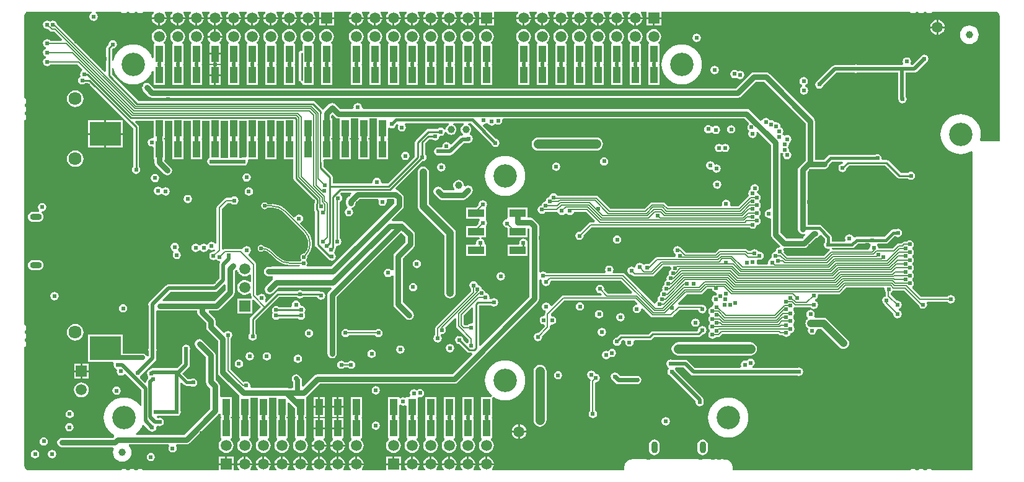
<source format=gbl>
G04*
G04 #@! TF.GenerationSoftware,Altium Limited,Altium Designer,19.0.15 (446)*
G04*
G04 Layer_Physical_Order=4*
G04 Layer_Color=16711680*
%FSLAX24Y24*%
%MOIN*%
G70*
G01*
G75*
%ADD10C,0.0098*%
%ADD13C,0.0100*%
%ADD15C,0.0200*%
%ADD16C,0.0060*%
%ADD20C,0.0080*%
%ADD43R,0.0402X0.0862*%
%ADD77C,0.0394*%
%ADD117C,0.0240*%
%ADD205C,0.0065*%
%ADD220C,0.0591*%
%ADD221C,0.0300*%
%ADD222C,0.0150*%
%ADD223C,0.0250*%
%ADD226C,0.0400*%
%ADD228C,0.0500*%
%ADD233C,0.0390*%
%ADD234C,0.1260*%
%ADD235R,0.0591X0.0591*%
%ADD236R,0.0591X0.0591*%
%ADD237O,0.0630X0.0354*%
%ADD238O,0.0354X0.0630*%
%ADD239C,0.0701*%
%ADD240C,0.0240*%
%ADD241C,0.0236*%
%ADD243R,0.1654X0.1260*%
%ADD244R,0.0874X0.0402*%
%ADD245C,0.0157*%
G36*
X400Y24847D02*
X3766D01*
X3767Y24844D01*
X3779Y24767D01*
X3721Y24729D01*
X3673Y24656D01*
X3656Y24570D01*
X3673Y24484D01*
X3721Y24411D01*
X3794Y24363D01*
X3880Y24346D01*
X3966Y24363D01*
X4039Y24411D01*
X4087Y24484D01*
X4104Y24570D01*
X4087Y24656D01*
X4039Y24729D01*
X3981Y24767D01*
X3993Y24844D01*
X3994Y24847D01*
X5315D01*
X5328Y24829D01*
X5406Y24776D01*
X5499Y24758D01*
X5592Y24776D01*
X5670Y24829D01*
X5675Y24836D01*
X5756D01*
X5761Y24829D01*
X5839Y24776D01*
X5932Y24758D01*
X6025Y24776D01*
X6103Y24829D01*
X6108Y24836D01*
X6189D01*
X6194Y24829D01*
X6272Y24776D01*
X6365Y24758D01*
X6458Y24776D01*
X6536Y24829D01*
X6549Y24847D01*
X7072D01*
X7091Y24820D01*
X7107Y24767D01*
X7055Y24699D01*
X7015Y24603D01*
X7008Y24550D01*
X7400D01*
X7792D01*
X7785Y24603D01*
X7745Y24699D01*
X7693Y24767D01*
X7709Y24820D01*
X7728Y24847D01*
X8072D01*
X8091Y24820D01*
X8107Y24767D01*
X8055Y24699D01*
X8015Y24603D01*
X8008Y24550D01*
X8400D01*
X8792D01*
X8785Y24603D01*
X8745Y24699D01*
X8693Y24767D01*
X8709Y24820D01*
X8728Y24847D01*
X9072D01*
X9091Y24820D01*
X9107Y24767D01*
X9055Y24699D01*
X9015Y24603D01*
X9008Y24550D01*
X9400D01*
X9792D01*
X9785Y24603D01*
X9745Y24699D01*
X9693Y24767D01*
X9709Y24820D01*
X9728Y24847D01*
X10072D01*
X10091Y24820D01*
X10107Y24767D01*
X10055Y24699D01*
X10015Y24603D01*
X10008Y24550D01*
X10400D01*
X10792D01*
X10785Y24603D01*
X10745Y24699D01*
X10693Y24767D01*
X10709Y24820D01*
X10728Y24847D01*
X11072D01*
X11091Y24820D01*
X11107Y24767D01*
X11055Y24699D01*
X11015Y24603D01*
X11008Y24550D01*
X11400D01*
X11792D01*
X11785Y24603D01*
X11745Y24699D01*
X11693Y24767D01*
X11709Y24820D01*
X11728Y24847D01*
X12072D01*
X12091Y24820D01*
X12107Y24767D01*
X12055Y24699D01*
X12015Y24603D01*
X12008Y24550D01*
X12400D01*
X12792D01*
X12785Y24603D01*
X12745Y24699D01*
X12693Y24767D01*
X12709Y24820D01*
X12728Y24847D01*
X13072D01*
X13091Y24820D01*
X13107Y24767D01*
X13055Y24699D01*
X13015Y24603D01*
X13008Y24550D01*
X13400D01*
X13792D01*
X13785Y24603D01*
X13745Y24699D01*
X13693Y24767D01*
X13709Y24820D01*
X13728Y24847D01*
X14072D01*
X14091Y24820D01*
X14107Y24767D01*
X14055Y24699D01*
X14015Y24603D01*
X14008Y24550D01*
X14400D01*
X14792D01*
X14785Y24603D01*
X14745Y24699D01*
X14693Y24767D01*
X14709Y24820D01*
X14728Y24847D01*
X15072D01*
X15091Y24820D01*
X15107Y24767D01*
X15055Y24699D01*
X15015Y24603D01*
X15008Y24550D01*
X15400D01*
X15792D01*
X15785Y24603D01*
X15745Y24699D01*
X15693Y24767D01*
X15709Y24820D01*
X15728Y24847D01*
X16005D01*
Y24550D01*
X16400D01*
X16795D01*
Y24847D01*
X17672D01*
X17691Y24820D01*
X17707Y24767D01*
X17655Y24699D01*
X17615Y24603D01*
X17608Y24550D01*
X18000D01*
X18392D01*
X18385Y24603D01*
X18345Y24699D01*
X18293Y24767D01*
X18309Y24820D01*
X18328Y24847D01*
X18672D01*
X18691Y24820D01*
X18707Y24767D01*
X18655Y24699D01*
X18615Y24603D01*
X18608Y24550D01*
X19000D01*
X19392D01*
X19385Y24603D01*
X19345Y24699D01*
X19293Y24767D01*
X19309Y24820D01*
X19328Y24847D01*
X19672D01*
X19691Y24820D01*
X19707Y24767D01*
X19655Y24699D01*
X19615Y24603D01*
X19608Y24550D01*
X20000D01*
X20392D01*
X20385Y24603D01*
X20345Y24699D01*
X20293Y24767D01*
X20309Y24820D01*
X20328Y24847D01*
X20672D01*
X20691Y24820D01*
X20707Y24767D01*
X20655Y24699D01*
X20615Y24603D01*
X20608Y24550D01*
X21000D01*
X21392D01*
X21385Y24603D01*
X21345Y24699D01*
X21293Y24767D01*
X21309Y24820D01*
X21328Y24847D01*
X21672D01*
X21691Y24820D01*
X21707Y24767D01*
X21655Y24699D01*
X21615Y24603D01*
X21608Y24550D01*
X22000D01*
X22392D01*
X22385Y24603D01*
X22345Y24699D01*
X22293Y24767D01*
X22309Y24820D01*
X22328Y24847D01*
X22672D01*
X22691Y24820D01*
X22707Y24767D01*
X22655Y24699D01*
X22615Y24603D01*
X22608Y24550D01*
X23000D01*
X23392D01*
X23385Y24603D01*
X23345Y24699D01*
X23293Y24767D01*
X23309Y24820D01*
X23328Y24847D01*
X23672D01*
X23691Y24820D01*
X23707Y24767D01*
X23655Y24699D01*
X23615Y24603D01*
X23608Y24550D01*
X24000D01*
X24392D01*
X24385Y24603D01*
X24345Y24699D01*
X24293Y24767D01*
X24309Y24820D01*
X24328Y24847D01*
X24605D01*
Y24550D01*
X25000D01*
X25395D01*
Y24847D01*
X26672D01*
X26691Y24820D01*
X26707Y24767D01*
X26655Y24699D01*
X26615Y24603D01*
X26608Y24550D01*
X27000D01*
X27392D01*
X27385Y24603D01*
X27345Y24699D01*
X27293Y24767D01*
X27309Y24820D01*
X27328Y24847D01*
X27672D01*
X27691Y24820D01*
X27707Y24767D01*
X27655Y24699D01*
X27615Y24603D01*
X27608Y24550D01*
X28000D01*
X28392D01*
X28385Y24603D01*
X28345Y24699D01*
X28293Y24767D01*
X28309Y24820D01*
X28328Y24847D01*
X28672D01*
X28691Y24820D01*
X28707Y24767D01*
X28655Y24699D01*
X28615Y24603D01*
X28608Y24550D01*
X29000D01*
X29392D01*
X29385Y24603D01*
X29345Y24699D01*
X29293Y24767D01*
X29309Y24820D01*
X29328Y24847D01*
X29672D01*
X29691Y24820D01*
X29707Y24767D01*
X29655Y24699D01*
X29615Y24603D01*
X29608Y24550D01*
X30000D01*
X30392D01*
X30385Y24603D01*
X30345Y24699D01*
X30293Y24767D01*
X30309Y24820D01*
X30328Y24847D01*
X30672D01*
X30691Y24820D01*
X30707Y24767D01*
X30655Y24699D01*
X30615Y24603D01*
X30608Y24550D01*
X31000D01*
X31392D01*
X31385Y24603D01*
X31345Y24699D01*
X31293Y24767D01*
X31309Y24820D01*
X31328Y24847D01*
X31672D01*
X31691Y24820D01*
X31707Y24767D01*
X31655Y24699D01*
X31615Y24603D01*
X31608Y24550D01*
X32000D01*
X32392D01*
X32385Y24603D01*
X32345Y24699D01*
X32293Y24767D01*
X32309Y24820D01*
X32328Y24847D01*
X32672D01*
X32691Y24820D01*
X32707Y24767D01*
X32655Y24699D01*
X32615Y24603D01*
X32608Y24550D01*
X33000D01*
X33392D01*
X33385Y24603D01*
X33345Y24699D01*
X33293Y24767D01*
X33309Y24820D01*
X33328Y24847D01*
X33605D01*
Y24550D01*
X34000D01*
X34395D01*
Y24847D01*
X47764D01*
X47776Y24829D01*
X47855Y24776D01*
X47948Y24758D01*
X48041Y24776D01*
X48119Y24829D01*
X48124Y24836D01*
X48205D01*
X48209Y24829D01*
X48288Y24776D01*
X48381Y24758D01*
X48474Y24776D01*
X48552Y24829D01*
X48557Y24836D01*
X48638D01*
X48642Y24829D01*
X48721Y24776D01*
X48814Y24758D01*
X48907Y24776D01*
X48985Y24829D01*
X48998Y24847D01*
X52350D01*
X52357Y24848D01*
X52446Y24831D01*
X52527Y24777D01*
X52581Y24696D01*
X52598Y24607D01*
X52597Y24600D01*
Y17900D01*
X52581Y17880D01*
X51590D01*
X51536Y17960D01*
X51565Y18081D01*
X51578Y18250D01*
X51565Y18419D01*
X51525Y18583D01*
X51461Y18739D01*
X51372Y18884D01*
X51262Y19012D01*
X51134Y19122D01*
X50989Y19211D01*
X50833Y19275D01*
X50669Y19315D01*
X50500Y19328D01*
X50331Y19315D01*
X50167Y19275D01*
X50011Y19211D01*
X49866Y19122D01*
X49738Y19012D01*
X49628Y18884D01*
X49539Y18739D01*
X49475Y18583D01*
X49435Y18419D01*
X49422Y18250D01*
X49435Y18081D01*
X49475Y17917D01*
X49539Y17761D01*
X49628Y17616D01*
X49738Y17488D01*
X49866Y17378D01*
X50011Y17289D01*
X50167Y17225D01*
X50331Y17185D01*
X50500Y17172D01*
X50669Y17185D01*
X50833Y17225D01*
X50989Y17289D01*
X51071Y17340D01*
X51151Y17295D01*
X51150Y153D01*
X48998D01*
X48985Y171D01*
X48907Y224D01*
X48814Y242D01*
X48721Y224D01*
X48642Y171D01*
X48638Y164D01*
X48557D01*
X48552Y171D01*
X48474Y224D01*
X48381Y242D01*
X48288Y224D01*
X48209Y171D01*
X48205Y164D01*
X48124D01*
X48119Y171D01*
X48041Y224D01*
X47948Y242D01*
X47855Y224D01*
X47776Y171D01*
X47764Y153D01*
X38331D01*
Y153D01*
X38293Y161D01*
X38262Y182D01*
X38241Y213D01*
X38234Y250D01*
X38233D01*
Y350D01*
X38234D01*
X38220Y454D01*
X38180Y552D01*
X38116Y635D01*
X38032Y699D01*
X37935Y740D01*
X37831Y753D01*
Y753D01*
X32822D01*
Y753D01*
X32718Y740D01*
X32621Y699D01*
X32537Y635D01*
X32473Y552D01*
X32433Y454D01*
X32419Y350D01*
X32420D01*
Y250D01*
X32419D01*
X32412Y213D01*
X32391Y182D01*
X32360Y161D01*
X32322Y153D01*
Y153D01*
X25328D01*
X25309Y180D01*
X25293Y233D01*
X25345Y301D01*
X25385Y397D01*
X25392Y450D01*
X24608D01*
X24615Y397D01*
X24655Y301D01*
X24707Y233D01*
X24691Y180D01*
X24672Y153D01*
X24328D01*
X24309Y180D01*
X24293Y233D01*
X24345Y301D01*
X24385Y397D01*
X24392Y450D01*
X23608D01*
X23615Y397D01*
X23655Y301D01*
X23707Y233D01*
X23691Y180D01*
X23672Y153D01*
X23328D01*
X23309Y180D01*
X23293Y233D01*
X23345Y301D01*
X23385Y397D01*
X23392Y450D01*
X22608D01*
X22615Y397D01*
X22655Y301D01*
X22707Y233D01*
X22691Y180D01*
X22672Y153D01*
X22328D01*
X22309Y180D01*
X22293Y233D01*
X22345Y301D01*
X22385Y397D01*
X22392Y450D01*
X21608D01*
X21615Y397D01*
X21655Y301D01*
X21707Y233D01*
X21691Y180D01*
X21672Y153D01*
X21328D01*
X21309Y180D01*
X21293Y233D01*
X21345Y301D01*
X21385Y397D01*
X21392Y450D01*
X20608D01*
X20615Y397D01*
X20655Y301D01*
X20707Y233D01*
X20691Y180D01*
X20672Y153D01*
X20395D01*
Y450D01*
X19605D01*
Y153D01*
X18328D01*
X18309Y180D01*
X18293Y233D01*
X18345Y301D01*
X18385Y397D01*
X18392Y450D01*
X17608D01*
X17615Y397D01*
X17655Y301D01*
X17707Y233D01*
X17691Y180D01*
X17672Y153D01*
X17328D01*
X17309Y180D01*
X17293Y233D01*
X17345Y301D01*
X17385Y397D01*
X17392Y450D01*
X16608D01*
X16615Y397D01*
X16655Y301D01*
X16707Y233D01*
X16691Y180D01*
X16672Y153D01*
X16328D01*
X16309Y180D01*
X16293Y233D01*
X16345Y301D01*
X16385Y397D01*
X16392Y450D01*
X15608D01*
X15615Y397D01*
X15655Y301D01*
X15707Y233D01*
X15691Y180D01*
X15672Y153D01*
X15328D01*
X15309Y180D01*
X15293Y233D01*
X15345Y301D01*
X15385Y397D01*
X15392Y450D01*
X14608D01*
X14615Y397D01*
X14655Y301D01*
X14707Y233D01*
X14691Y180D01*
X14672Y153D01*
X14328D01*
X14309Y180D01*
X14293Y233D01*
X14345Y301D01*
X14385Y397D01*
X14392Y450D01*
X13608D01*
X13615Y397D01*
X13655Y301D01*
X13707Y233D01*
X13691Y180D01*
X13672Y153D01*
X13328D01*
X13309Y180D01*
X13293Y233D01*
X13345Y301D01*
X13385Y397D01*
X13392Y450D01*
X12608D01*
X12615Y397D01*
X12655Y301D01*
X12707Y233D01*
X12691Y180D01*
X12672Y153D01*
X12328D01*
X12309Y180D01*
X12293Y233D01*
X12345Y301D01*
X12385Y397D01*
X12392Y450D01*
X11608D01*
X11615Y397D01*
X11655Y301D01*
X11707Y233D01*
X11691Y180D01*
X11672Y153D01*
X11395D01*
Y450D01*
X10605D01*
Y153D01*
X6549D01*
X6536Y171D01*
X6458Y224D01*
X6365Y242D01*
X6272Y224D01*
X6194Y171D01*
X6189Y164D01*
X6108D01*
X6103Y171D01*
X6025Y224D01*
X5932Y242D01*
X5839Y224D01*
X5761Y171D01*
X5756Y164D01*
X5675D01*
X5670Y171D01*
X5592Y224D01*
X5499Y242D01*
X5406Y224D01*
X5328Y171D01*
X5315Y153D01*
X400D01*
X393Y152D01*
X304Y169D01*
X223Y223D01*
X169Y304D01*
X165Y325D01*
X153Y400D01*
X153Y400D01*
X153Y400D01*
Y6786D01*
X171Y6799D01*
X224Y6878D01*
X242Y6970D01*
X224Y7063D01*
X171Y7142D01*
X164Y7146D01*
Y7227D01*
X171Y7232D01*
X224Y7311D01*
X242Y7403D01*
X224Y7496D01*
X171Y7575D01*
X164Y7579D01*
Y7660D01*
X171Y7665D01*
X224Y7744D01*
X242Y7836D01*
X224Y7929D01*
X171Y8008D01*
X153Y8020D01*
Y18986D01*
X171Y18999D01*
X224Y19077D01*
X242Y19170D01*
X224Y19263D01*
X171Y19341D01*
X164Y19346D01*
Y19427D01*
X171Y19432D01*
X224Y19510D01*
X242Y19603D01*
X224Y19696D01*
X171Y19774D01*
X164Y19779D01*
Y19860D01*
X171Y19865D01*
X224Y19943D01*
X242Y20036D01*
X224Y20129D01*
X171Y20207D01*
X153Y20220D01*
Y24600D01*
X152Y24607D01*
X169Y24696D01*
X223Y24777D01*
X304Y24831D01*
X393Y24848D01*
X400Y24847D01*
D02*
G37*
%LPC*%
G36*
X1680Y24364D02*
X1594Y24347D01*
X1530Y24304D01*
X1466Y24347D01*
X1380Y24364D01*
X1294Y24347D01*
X1221Y24299D01*
X1173Y24226D01*
X1156Y24140D01*
X1173Y24054D01*
X1221Y23981D01*
X1294Y23933D01*
X1380Y23916D01*
X1411Y23922D01*
X1536Y23796D01*
X1579Y23768D01*
X1630Y23757D01*
X1768D01*
X2179Y23346D01*
X2149Y23273D01*
X1556D01*
X1538Y23299D01*
X1466Y23347D01*
X1380Y23364D01*
X1294Y23347D01*
X1221Y23299D01*
X1173Y23226D01*
X1156Y23140D01*
X1173Y23054D01*
X1221Y22981D01*
X1294Y22933D01*
X1304Y22931D01*
Y22849D01*
X1294Y22847D01*
X1221Y22799D01*
X1173Y22726D01*
X1156Y22640D01*
X1173Y22554D01*
X1221Y22481D01*
X1294Y22433D01*
X1304Y22431D01*
Y22349D01*
X1294Y22347D01*
X1221Y22299D01*
X1173Y22226D01*
X1156Y22140D01*
X1173Y22054D01*
X1221Y21981D01*
X1294Y21933D01*
X1380Y21916D01*
X1466Y21933D01*
X1538Y21981D01*
X1556Y22007D01*
X3009D01*
X3276Y21741D01*
X3255Y21648D01*
X3211Y21619D01*
X3163Y21546D01*
X3146Y21460D01*
X3163Y21374D01*
X3174Y21357D01*
X3101Y21309D01*
X3053Y21236D01*
X3036Y21150D01*
X3053Y21064D01*
X3101Y20991D01*
X3174Y20943D01*
X3260Y20926D01*
X3346Y20943D01*
X3419Y20991D01*
X3422Y20997D01*
X3566D01*
X6007Y18556D01*
Y16502D01*
X6001Y16499D01*
X5953Y16426D01*
X5936Y16340D01*
X5953Y16254D01*
X6001Y16181D01*
X6074Y16133D01*
X6160Y16116D01*
X6246Y16133D01*
X6319Y16181D01*
X6367Y16254D01*
X6384Y16340D01*
X6367Y16426D01*
X6319Y16499D01*
X6313Y16502D01*
Y18620D01*
X6301Y18678D01*
X6268Y18728D01*
X6103Y18893D01*
X6134Y18967D01*
X7099D01*
Y18098D01*
X7025Y18031D01*
X7010Y18034D01*
X6924Y18017D01*
X6851Y17969D01*
X6803Y17896D01*
X6786Y17810D01*
X6803Y17724D01*
X6851Y17651D01*
X6924Y17603D01*
X7010Y17586D01*
X7019Y17588D01*
X7099Y17522D01*
Y16892D01*
X7145D01*
Y16730D01*
X7164Y16632D01*
X7220Y16550D01*
X7660Y16110D01*
X7742Y16055D01*
X7840Y16035D01*
X7938Y16055D01*
X8020Y16110D01*
X8075Y16192D01*
X8095Y16290D01*
X8075Y16388D01*
X8020Y16470D01*
X7678Y16812D01*
X7701Y16892D01*
X7701D01*
Y17954D01*
X7655D01*
Y18046D01*
X7701D01*
Y18967D01*
X8099D01*
Y18046D01*
X8099D01*
X8111Y18000D01*
X8099Y17954D01*
X8099D01*
Y16892D01*
X8701D01*
Y17954D01*
X8701D01*
X8689Y18000D01*
X8701Y18046D01*
X8701D01*
Y18967D01*
X9099D01*
Y18046D01*
X9099D01*
X9111Y18000D01*
X9099Y17954D01*
X9099D01*
Y16892D01*
X9701D01*
Y17954D01*
X9701D01*
X9689Y18000D01*
X9701Y18046D01*
X9701D01*
Y18967D01*
X10099D01*
Y18046D01*
X10099D01*
X10111Y18000D01*
X10099Y17954D01*
X10099D01*
Y16971D01*
X10051Y16939D01*
X10003Y16866D01*
X9986Y16780D01*
X10003Y16694D01*
X10051Y16621D01*
X10124Y16573D01*
X10210Y16556D01*
X10296Y16573D01*
X10301Y16576D01*
X11849D01*
X11854Y16573D01*
X11940Y16556D01*
X12026Y16573D01*
X12099Y16621D01*
X12147Y16694D01*
X12164Y16780D01*
X12158Y16812D01*
X12219Y16892D01*
X12701D01*
Y17954D01*
X12701D01*
X12689Y18000D01*
X12701Y18046D01*
X12701D01*
Y18967D01*
X13099D01*
Y18046D01*
X13099D01*
X13111Y18000D01*
X13099Y17954D01*
X13099D01*
Y16892D01*
X13701D01*
Y17954D01*
X13701D01*
X13689Y18000D01*
X13701Y18046D01*
X13701D01*
Y18967D01*
X14099D01*
Y18046D01*
X14099D01*
X14111Y18000D01*
X14099Y17954D01*
X14099D01*
Y16892D01*
X14617D01*
Y15870D01*
X14629Y15811D01*
X14662Y15762D01*
X15747Y14677D01*
Y14576D01*
X15739Y14563D01*
X15727Y14505D01*
Y14190D01*
X15739Y14131D01*
X15772Y14082D01*
X15777Y14077D01*
Y12310D01*
X15789Y12251D01*
X15822Y12202D01*
X16472Y11552D01*
X16500Y11533D01*
X16521Y11501D01*
X16594Y11453D01*
X16680Y11436D01*
X16766Y11453D01*
X16839Y11501D01*
X16887Y11574D01*
X16904Y11660D01*
X16887Y11746D01*
X16849Y11802D01*
X16809Y11871D01*
X16857Y11944D01*
X16874Y12030D01*
X16871Y12046D01*
X16881Y12061D01*
X16893Y12120D01*
Y12198D01*
X16955Y12249D01*
X16970Y12246D01*
X17056Y12263D01*
X17129Y12311D01*
X17177Y12384D01*
X17194Y12470D01*
X17177Y12556D01*
X17129Y12629D01*
X17103Y12646D01*
Y14602D01*
X17106Y14603D01*
X17179Y14651D01*
X17227Y14724D01*
X17244Y14810D01*
X17227Y14896D01*
X17179Y14969D01*
X17163Y14979D01*
X17155Y15059D01*
X17213Y15117D01*
X17712D01*
X17743Y15043D01*
X17520Y14820D01*
X17464Y14738D01*
X17445Y14640D01*
Y14530D01*
X17464Y14432D01*
X17520Y14350D01*
X17539Y14337D01*
X17522Y14252D01*
X17514Y14250D01*
X17441Y14202D01*
X17393Y14129D01*
X17376Y14043D01*
X17393Y13957D01*
X17441Y13885D01*
X17514Y13836D01*
X17600Y13819D01*
X17686Y13836D01*
X17759Y13885D01*
X17807Y13957D01*
X17824Y14043D01*
X17807Y14129D01*
X17759Y14202D01*
X17755Y14204D01*
X17772Y14289D01*
X17798Y14295D01*
X17880Y14350D01*
X17935Y14432D01*
X17955Y14530D01*
Y14534D01*
X18176Y14755D01*
X19160D01*
X19205Y14675D01*
X19192Y14610D01*
X19209Y14524D01*
X19257Y14451D01*
X19330Y14403D01*
X19416Y14386D01*
X19502Y14403D01*
X19575Y14451D01*
X19623Y14524D01*
X19640Y14610D01*
X19627Y14675D01*
X19673Y14755D01*
X20004D01*
X20045Y14714D01*
Y14516D01*
X16650Y11120D01*
X15356D01*
X15350Y11127D01*
X15321Y11200D01*
X15346Y11237D01*
X15360Y11307D01*
X15346Y11378D01*
X15314Y11426D01*
X15306Y11466D01*
Y11488D01*
X15314Y11528D01*
X15346Y11576D01*
X15360Y11646D01*
X15351Y11689D01*
X15449Y11808D01*
X15539Y11977D01*
X15595Y12160D01*
X15613Y12350D01*
X15612D01*
X15599Y12516D01*
X15560Y12678D01*
X15496Y12832D01*
X15409Y12974D01*
X15301Y13101D01*
X15300Y13100D01*
X14983Y13417D01*
X15006Y13502D01*
X15008Y13504D01*
X15079Y13551D01*
X15127Y13624D01*
X15144Y13710D01*
X15127Y13796D01*
X15079Y13869D01*
X15006Y13917D01*
X14920Y13934D01*
X14834Y13917D01*
X14761Y13869D01*
X14714Y13798D01*
X14712Y13796D01*
X14627Y13773D01*
X14292Y14107D01*
X14237Y14165D01*
X14237Y14165D01*
X14106Y14277D01*
X13959Y14366D01*
X13800Y14432D01*
X13633Y14472D01*
X13462Y14486D01*
Y14484D01*
X13462Y14484D01*
X13220D01*
X13196Y14520D01*
X13136Y14560D01*
X13066Y14574D01*
X12996Y14560D01*
X12936Y14520D01*
X12896Y14460D01*
X12883Y14390D01*
X12896Y14320D01*
X12936Y14260D01*
X12996Y14220D01*
X13066Y14206D01*
X13136Y14220D01*
X13196Y14260D01*
X13220Y14296D01*
X13382D01*
X13382Y14296D01*
X13462Y14296D01*
X13539Y14289D01*
X13639Y14279D01*
X13809Y14228D01*
X13966Y14144D01*
X14100Y14034D01*
X14102Y14030D01*
X15167Y12966D01*
X15167Y12966D01*
X15167Y12966D01*
X15216Y12907D01*
X15276Y12835D01*
X15356Y12684D01*
X15406Y12520D01*
X15422Y12353D01*
X15422Y12350D01*
X15422Y12348D01*
X15407Y12197D01*
X15363Y12050D01*
X15290Y11914D01*
X15215Y11822D01*
X15176Y11830D01*
X15106Y11816D01*
X15046Y11776D01*
X15007Y11717D01*
X14993Y11646D01*
X15007Y11576D01*
X15039Y11528D01*
X15046Y11488D01*
Y11471D01*
X14981Y11401D01*
X14424D01*
X14420Y11400D01*
X14247Y11417D01*
X14077Y11469D01*
X13920Y11552D01*
X13786Y11663D01*
X13783Y11666D01*
X13506Y11943D01*
X13506Y11943D01*
X13508Y11945D01*
X13372Y12056D01*
X13218Y12139D01*
X13050Y12190D01*
X13039Y12191D01*
X13006Y12240D01*
X12946Y12280D01*
X12876Y12294D01*
X12806Y12280D01*
X12746Y12240D01*
X12707Y12180D01*
X12693Y12110D01*
X12707Y12040D01*
X12746Y11980D01*
X12806Y11940D01*
X12876Y11926D01*
X12946Y11940D01*
X13006Y11980D01*
X13019Y12000D01*
X13145Y11962D01*
X13266Y11897D01*
X13313Y11859D01*
X13373Y11810D01*
X13373Y11810D01*
X13429Y11753D01*
X13650Y11533D01*
X13650Y11533D01*
X13649Y11531D01*
X13780Y11420D01*
X13926Y11330D01*
X14085Y11264D01*
X14252Y11224D01*
X14424Y11210D01*
Y11212D01*
X14424Y11212D01*
X14950D01*
X14958Y11200D01*
X14915Y11120D01*
X13286D01*
X13189Y11101D01*
X13106Y11046D01*
X13051Y10963D01*
X13031Y10865D01*
X13051Y10768D01*
X13106Y10685D01*
X13189Y10630D01*
X13286Y10610D01*
X13500D01*
Y10414D01*
X13156Y10070D01*
X13101Y9988D01*
X13081Y9890D01*
X13101Y9792D01*
X13156Y9710D01*
X13239Y9655D01*
X13336Y9635D01*
X13434Y9655D01*
X13516Y9710D01*
X13812Y10005D01*
X16638D01*
X16671Y9925D01*
X16516Y9770D01*
X16461Y9688D01*
X16441Y9590D01*
Y6453D01*
X16461Y6356D01*
X16516Y6273D01*
X16519Y6270D01*
X16602Y6215D01*
X16699Y6195D01*
X16797Y6215D01*
X16879Y6270D01*
X16935Y6352D01*
X16954Y6450D01*
X16951Y6466D01*
Y9484D01*
X20420Y12953D01*
X20641Y12732D01*
Y12437D01*
X20066Y11862D01*
X20011Y11779D01*
X19991Y11682D01*
Y10930D01*
X19978Y10921D01*
X19870Y10942D01*
X19867Y10946D01*
X19794Y10995D01*
X19708Y11012D01*
X19622Y10995D01*
X19550Y10946D01*
X19501Y10873D01*
X19484Y10787D01*
X19501Y10702D01*
X19550Y10629D01*
X19622Y10580D01*
X19708Y10563D01*
X19794Y10580D01*
X19867Y10629D01*
X19870Y10633D01*
X19978Y10653D01*
X19991Y10644D01*
Y9110D01*
X20011Y9012D01*
X20066Y8930D01*
X20666Y8330D01*
X20749Y8274D01*
X20846Y8255D01*
X20944Y8274D01*
X21026Y8330D01*
X21082Y8412D01*
X21101Y8510D01*
X21082Y8608D01*
X21026Y8690D01*
X20501Y9216D01*
Y11576D01*
X21076Y12151D01*
X21132Y12234D01*
X21151Y12332D01*
Y12838D01*
X21132Y12935D01*
X21076Y13018D01*
X20600Y13494D01*
X20518Y13549D01*
X20517Y13549D01*
X20506Y13557D01*
X20420Y13574D01*
X20392Y13569D01*
X19924D01*
X19893Y13643D01*
X20480Y14230D01*
X20535Y14312D01*
X20555Y14410D01*
Y14820D01*
X20535Y14918D01*
X20480Y15000D01*
X20290Y15190D01*
X20208Y15245D01*
X20133Y15260D01*
X20097Y15338D01*
X21547Y16787D01*
X21553Y16786D01*
X21639Y16803D01*
X21712Y16851D01*
X21761Y16924D01*
X21778Y17010D01*
X21761Y17096D01*
X21712Y17169D01*
X21706Y17172D01*
Y17765D01*
X21924Y17983D01*
X22082D01*
X22085Y17977D01*
X22158Y17929D01*
X22244Y17912D01*
X22330Y17929D01*
X22403Y17977D01*
X22451Y18050D01*
X22468Y18136D01*
X22546Y18157D01*
X22626Y18173D01*
X22699Y18221D01*
X22747Y18294D01*
X22761Y18364D01*
X22820Y18382D01*
X22840Y18383D01*
X22851Y18356D01*
X22897Y18297D01*
X22956Y18251D01*
X23026Y18222D01*
X23100Y18213D01*
X23174Y18222D01*
X23244Y18251D01*
X23303Y18297D01*
X23349Y18356D01*
X23378Y18426D01*
X23387Y18500D01*
X23378Y18574D01*
X23349Y18644D01*
X23303Y18703D01*
X23244Y18749D01*
X23213Y18762D01*
X23229Y18842D01*
X23771D01*
X23787Y18762D01*
X23756Y18749D01*
X23697Y18703D01*
X23651Y18644D01*
X23622Y18574D01*
X23613Y18500D01*
X23622Y18426D01*
X23651Y18356D01*
X23697Y18297D01*
X23745Y18260D01*
X23741Y18218D01*
X23723Y18180D01*
X23700D01*
X23622Y18164D01*
X23556Y18120D01*
X23131Y17695D01*
X23038Y17715D01*
X23009Y17759D01*
X22936Y17807D01*
X22850Y17824D01*
X22764Y17807D01*
X22691Y17759D01*
X22643Y17686D01*
X22626Y17600D01*
X22629Y17586D01*
X22578Y17524D01*
X22501D01*
X22496Y17527D01*
X22410Y17544D01*
X22324Y17527D01*
X22251Y17479D01*
X22203Y17406D01*
X22186Y17320D01*
X22203Y17234D01*
X22251Y17161D01*
X22324Y17113D01*
X22410Y17096D01*
X22496Y17113D01*
X22501Y17116D01*
X23044D01*
X23122Y17132D01*
X23189Y17176D01*
X23784Y17772D01*
X24026D01*
X24048Y17776D01*
X24050Y17776D01*
X24136Y17793D01*
X24209Y17841D01*
X24257Y17914D01*
X24274Y18000D01*
X24257Y18086D01*
X24209Y18159D01*
X24136Y18207D01*
X24122Y18210D01*
X24102Y18296D01*
X24103Y18297D01*
X24149Y18356D01*
X24178Y18426D01*
X24187Y18500D01*
X24178Y18574D01*
X24149Y18644D01*
X24103Y18703D01*
X24044Y18749D01*
X24013Y18762D01*
X24029Y18842D01*
X24166D01*
X25263Y17745D01*
X25273Y17694D01*
X25321Y17621D01*
X25394Y17573D01*
X25480Y17556D01*
X25566Y17573D01*
X25639Y17621D01*
X25687Y17694D01*
X25704Y17780D01*
X25687Y17866D01*
X25639Y17939D01*
X25566Y17987D01*
X25515Y17997D01*
X24815Y18697D01*
X24822Y18731D01*
X24846Y18779D01*
X24916Y18793D01*
X24989Y18841D01*
X25000Y18859D01*
X25046Y18856D01*
X25088Y18846D01*
X25131Y18781D01*
X25204Y18733D01*
X25290Y18716D01*
X25376Y18733D01*
X25449Y18781D01*
X25474Y18820D01*
X25544Y18773D01*
X25630Y18756D01*
X25716Y18773D01*
X25789Y18821D01*
X25837Y18894D01*
X25854Y18980D01*
X25847Y19015D01*
X25907Y19095D01*
X38880D01*
X39110Y18865D01*
X39102Y18786D01*
X39091Y18779D01*
X39043Y18706D01*
X39026Y18620D01*
X39043Y18534D01*
X39091Y18461D01*
X39148Y18424D01*
X39103Y18356D01*
X39086Y18270D01*
X39103Y18184D01*
X39151Y18111D01*
X39224Y18063D01*
X39310Y18046D01*
X39396Y18063D01*
X39469Y18111D01*
X39517Y18184D01*
X39534Y18270D01*
X39520Y18342D01*
X39558Y18376D01*
X39586Y18389D01*
X40295Y17680D01*
Y14253D01*
X40215Y14189D01*
X40190Y14194D01*
X40104Y14177D01*
X40031Y14129D01*
X39983Y14056D01*
X39966Y13970D01*
X39983Y13884D01*
X40031Y13811D01*
X40104Y13763D01*
X40190Y13746D01*
X40215Y13751D01*
X40295Y13687D01*
Y12850D01*
X40314Y12752D01*
X40370Y12670D01*
X40812Y12228D01*
X40773Y12154D01*
X40770Y12154D01*
X40684Y12137D01*
X40611Y12089D01*
X40563Y12016D01*
X40546Y11934D01*
X40464Y11917D01*
X40391Y11869D01*
X40343Y11796D01*
X40326Y11710D01*
X40339Y11643D01*
X40343Y11624D01*
X40290Y11558D01*
X40284Y11557D01*
X40211Y11509D01*
X40163Y11436D01*
X40146Y11350D01*
X40154Y11310D01*
X40097Y11230D01*
X39586D01*
X39534Y11310D01*
X39544Y11360D01*
X39535Y11407D01*
X39588Y11487D01*
X39600D01*
X39641Y11496D01*
X39690Y11486D01*
X39776Y11503D01*
X39849Y11551D01*
X39897Y11624D01*
X39914Y11710D01*
X39897Y11796D01*
X39849Y11869D01*
X39776Y11917D01*
X39690Y11934D01*
X39615Y11919D01*
X39569Y11989D01*
X39496Y12037D01*
X39410Y12054D01*
X39324Y12037D01*
X39251Y11989D01*
X39234Y11963D01*
X39101D01*
X39050Y12014D01*
X39007Y12042D01*
X38956Y12053D01*
X37531D01*
X37480Y12042D01*
X37437Y12014D01*
X37296Y11873D01*
X35735D01*
X35504Y12104D01*
X35461Y12132D01*
X35452Y12134D01*
X35429Y12169D01*
X35356Y12217D01*
X35270Y12234D01*
X35184Y12217D01*
X35111Y12169D01*
X35063Y12096D01*
X35046Y12010D01*
X35063Y11924D01*
X35111Y11851D01*
X35184Y11803D01*
X35178Y11722D01*
X35176Y11710D01*
X35179Y11694D01*
X35128Y11633D01*
X34190D01*
X34139Y11622D01*
X34096Y11594D01*
X33756Y11254D01*
X33736Y11267D01*
X33650Y11284D01*
X33564Y11267D01*
X33491Y11219D01*
X33410Y11241D01*
X33398Y11259D01*
X33325Y11307D01*
X33240Y11324D01*
X33154Y11307D01*
X33081Y11259D01*
X33032Y11186D01*
X33019Y11116D01*
X32967Y11087D01*
X32938Y11079D01*
X32896Y11107D01*
X32810Y11124D01*
X32724Y11107D01*
X32651Y11058D01*
X32603Y10986D01*
X32585Y10900D01*
X32603Y10814D01*
X32651Y10741D01*
X32724Y10693D01*
X32810Y10675D01*
X32841Y10682D01*
X32886Y10636D01*
X32929Y10608D01*
X32980Y10597D01*
X33930D01*
X33981Y10608D01*
X34024Y10636D01*
X34515Y11127D01*
X34878D01*
X34929Y11066D01*
X34926Y11050D01*
X34941Y10975D01*
X34871Y10929D01*
X34823Y10856D01*
X34806Y10770D01*
X34821Y10695D01*
X34751Y10649D01*
X34703Y10576D01*
X34686Y10490D01*
X34701Y10415D01*
X34631Y10369D01*
X34583Y10296D01*
X34566Y10210D01*
X34581Y10135D01*
X34511Y10089D01*
X34463Y10016D01*
X34446Y9930D01*
X34461Y9855D01*
X34391Y9809D01*
X34343Y9736D01*
X34326Y9650D01*
X34341Y9575D01*
X34271Y9529D01*
X34223Y9456D01*
X34206Y9370D01*
X34221Y9295D01*
X34151Y9249D01*
X34103Y9176D01*
X34100Y9163D01*
X34013Y9137D01*
X32427Y10724D01*
X32384Y10752D01*
X32333Y10763D01*
X31829D01*
X31786Y10843D01*
X31807Y10874D01*
X31824Y10960D01*
X31807Y11046D01*
X31759Y11119D01*
X31686Y11167D01*
X31600Y11184D01*
X31514Y11167D01*
X31441Y11119D01*
X31393Y11046D01*
X31376Y10960D01*
X31393Y10874D01*
X31414Y10843D01*
X31371Y10763D01*
X28216D01*
X28199Y10789D01*
X28126Y10837D01*
X28040Y10854D01*
X27954Y10837D01*
X27905Y10804D01*
X27830Y10835D01*
X27825Y10840D01*
Y13300D01*
X27806Y13398D01*
X27750Y13480D01*
X27548Y13682D01*
X27465Y13738D01*
X27368Y13757D01*
X27199D01*
Y14301D01*
X26125D01*
Y13753D01*
X26114Y13693D01*
X26060Y13664D01*
X26024Y13657D01*
X25951Y13609D01*
X25903Y13536D01*
X25886Y13450D01*
X25903Y13364D01*
X25951Y13291D01*
X26024Y13243D01*
X26110Y13226D01*
X26125Y13213D01*
Y12699D01*
X27199D01*
Y13155D01*
X27279Y13193D01*
X27315Y13164D01*
Y9490D01*
X27313Y9487D01*
X24667Y6841D01*
X24593Y6871D01*
Y9027D01*
X24613Y9047D01*
X25238D01*
X25241Y9041D01*
X25314Y8993D01*
X25400Y8976D01*
X25486Y8993D01*
X25559Y9041D01*
X25607Y9114D01*
X25624Y9200D01*
X25607Y9286D01*
X25559Y9359D01*
X25486Y9407D01*
X25400Y9424D01*
X25314Y9407D01*
X25241Y9359D01*
X25176Y9403D01*
X25156Y9433D01*
X25165Y9479D01*
X25148Y9565D01*
X25099Y9638D01*
X25026Y9687D01*
X24951Y9702D01*
X24936Y9777D01*
X24887Y9850D01*
X24814Y9899D01*
X24739Y9914D01*
X24724Y9989D01*
X24675Y10062D01*
X24602Y10111D01*
X24527Y10126D01*
X24511Y10202D01*
X24463Y10274D01*
X24390Y10323D01*
X24304Y10340D01*
X24218Y10323D01*
X24146Y10274D01*
X24097Y10202D01*
X24080Y10116D01*
X24097Y10030D01*
X24146Y9957D01*
X24174Y9938D01*
Y9791D01*
X22286Y7903D01*
X22258Y7860D01*
X22247Y7810D01*
Y7436D01*
X22221Y7419D01*
X22173Y7346D01*
X22156Y7260D01*
X22173Y7174D01*
X22221Y7101D01*
X22294Y7053D01*
X22380Y7036D01*
X22466Y7053D01*
X22539Y7101D01*
X22587Y7174D01*
X22604Y7260D01*
X22587Y7346D01*
X22541Y7415D01*
X22546Y7432D01*
X22577Y7489D01*
X22594Y7486D01*
X22680Y7503D01*
X22753Y7551D01*
X22801Y7624D01*
X22818Y7710D01*
X22801Y7796D01*
X22770Y7843D01*
X23304Y8376D01*
X23377Y8345D01*
Y7922D01*
X23388Y7871D01*
X23416Y7828D01*
X24057Y7187D01*
Y7046D01*
X24031Y7029D01*
X24027Y7022D01*
X23924Y7012D01*
X23763Y7173D01*
X23764Y7180D01*
X23747Y7266D01*
X23699Y7339D01*
X23626Y7387D01*
X23540Y7404D01*
X23454Y7387D01*
X23381Y7339D01*
X23333Y7266D01*
X23316Y7180D01*
X23333Y7094D01*
X23381Y7021D01*
X23454Y6973D01*
X23540Y6956D01*
X23547Y6957D01*
X23972Y6532D01*
X24021Y6499D01*
X24080Y6487D01*
X24209D01*
X24239Y6413D01*
X23161Y5335D01*
X15920D01*
X15822Y5315D01*
X15740Y5260D01*
X15153Y4674D01*
X15079Y4704D01*
Y5010D01*
X15062Y5098D01*
X15012Y5172D01*
X14922Y5262D01*
X14848Y5312D01*
X14760Y5329D01*
X14672Y5312D01*
X14598Y5262D01*
X14548Y5188D01*
X14531Y5100D01*
X14548Y5012D01*
X14598Y4938D01*
X14621Y4915D01*
Y4585D01*
X12343D01*
X12293Y4665D01*
X12304Y4720D01*
X12287Y4806D01*
X12239Y4879D01*
X12166Y4927D01*
X12080Y4944D01*
X11994Y4927D01*
X11948Y4896D01*
X11243Y5602D01*
Y7271D01*
X11259Y7281D01*
X11307Y7354D01*
X11324Y7440D01*
X11307Y7526D01*
X11259Y7599D01*
X11186Y7647D01*
X11100Y7664D01*
X11014Y7647D01*
X10941Y7599D01*
X10929Y7579D01*
X10849Y7572D01*
X10435Y7986D01*
Y8200D01*
X10416Y8298D01*
X10360Y8380D01*
X10059Y8681D01*
X10090Y8755D01*
X10490D01*
X10588Y8775D01*
X10670Y8830D01*
X11400Y9560D01*
X11456Y9642D01*
X11475Y9740D01*
Y10903D01*
X11535Y10953D01*
X11611Y10927D01*
X11615Y10897D01*
X11655Y10801D01*
X11718Y10718D01*
X11801Y10655D01*
X11897Y10615D01*
X12000Y10601D01*
X12103Y10615D01*
X12199Y10655D01*
X12267Y10707D01*
X12319Y10692D01*
X12347Y10672D01*
Y10328D01*
X12319Y10308D01*
X12267Y10293D01*
X12199Y10345D01*
X12103Y10385D01*
X12000Y10399D01*
X11897Y10385D01*
X11801Y10345D01*
X11718Y10282D01*
X11655Y10199D01*
X11615Y10103D01*
X11601Y10000D01*
X11615Y9897D01*
X11655Y9801D01*
X11718Y9718D01*
X11801Y9655D01*
X11897Y9615D01*
X12000Y9601D01*
X12103Y9615D01*
X12199Y9655D01*
X12267Y9707D01*
X12319Y9692D01*
X12347Y9672D01*
Y9556D01*
X12358Y9505D01*
X12378Y9475D01*
X12364Y9430D01*
X12340Y9395D01*
X11605D01*
Y8605D01*
X12395D01*
Y9340D01*
X12475Y9373D01*
X12884Y8964D01*
X12322Y8402D01*
X12289Y8353D01*
X12277Y8294D01*
Y7522D01*
X12271Y7519D01*
X12223Y7446D01*
X12206Y7360D01*
X12223Y7274D01*
X12271Y7201D01*
X12344Y7153D01*
X12430Y7136D01*
X12516Y7153D01*
X12589Y7201D01*
X12637Y7274D01*
X12654Y7360D01*
X12637Y7446D01*
X12589Y7519D01*
X12583Y7522D01*
Y8231D01*
X13194Y8842D01*
X13839Y9487D01*
X14808D01*
X14811Y9481D01*
X14884Y9433D01*
X14970Y9416D01*
X15056Y9433D01*
X15129Y9481D01*
X15132Y9487D01*
X15890D01*
X15893Y9474D01*
X15941Y9401D01*
X16014Y9353D01*
X16100Y9336D01*
X16186Y9353D01*
X16259Y9401D01*
X16307Y9474D01*
X16324Y9560D01*
X16307Y9646D01*
X16259Y9719D01*
X16186Y9767D01*
X16100Y9784D01*
X16080Y9780D01*
X16079Y9781D01*
X16020Y9793D01*
X15132D01*
X15129Y9799D01*
X15056Y9847D01*
X14970Y9864D01*
X14884Y9847D01*
X14811Y9799D01*
X14808Y9793D01*
X13776D01*
X13717Y9781D01*
X13668Y9748D01*
X13126Y9207D01*
X13117Y9211D01*
X13113Y9216D01*
X13095Y9310D01*
X13117Y9344D01*
X13134Y9430D01*
X13117Y9516D01*
X13069Y9589D01*
X12996Y9637D01*
X12910Y9654D01*
X12824Y9637D01*
X12751Y9589D01*
X12747Y9582D01*
X12665Y9573D01*
X12613Y9622D01*
Y11250D01*
X12602Y11301D01*
X12574Y11344D01*
X12191Y11726D01*
X12215Y11816D01*
X12269Y11851D01*
X12317Y11924D01*
X12334Y12010D01*
X12317Y12096D01*
X12269Y12169D01*
X12196Y12217D01*
X12110Y12234D01*
X12024Y12217D01*
X11951Y12169D01*
X11903Y12096D01*
X11817Y12073D01*
X11783Y12080D01*
X10947D01*
X10896Y12069D01*
X10853Y12041D01*
X10853Y12040D01*
X10773Y12073D01*
Y14231D01*
X11079Y14537D01*
X11271D01*
X11281Y14521D01*
X11354Y14473D01*
X11440Y14456D01*
X11526Y14473D01*
X11599Y14521D01*
X11647Y14594D01*
X11664Y14680D01*
X11647Y14766D01*
X11599Y14839D01*
X11526Y14887D01*
X11440Y14904D01*
X11354Y14887D01*
X11281Y14839D01*
X11271Y14823D01*
X11020D01*
X10965Y14812D01*
X10919Y14781D01*
X10919Y14781D01*
X10529Y14391D01*
X10498Y14345D01*
X10487Y14290D01*
X10487Y14290D01*
Y12370D01*
X10407Y12346D01*
X10379Y12389D01*
X10306Y12437D01*
X10220Y12454D01*
X10134Y12437D01*
X10061Y12389D01*
X10028Y12339D01*
X9989Y12316D01*
X9931Y12317D01*
X9886Y12347D01*
X9800Y12364D01*
X9714Y12347D01*
X9641Y12299D01*
X9628Y12279D01*
X9532D01*
X9519Y12299D01*
X9446Y12347D01*
X9360Y12364D01*
X9274Y12347D01*
X9201Y12299D01*
X9153Y12226D01*
X9136Y12140D01*
X9153Y12054D01*
X9201Y11981D01*
X9274Y11933D01*
X9360Y11916D01*
X9446Y11933D01*
X9519Y11981D01*
X9532Y12001D01*
X9628D01*
X9641Y11981D01*
X9714Y11933D01*
X9800Y11916D01*
X9886Y11933D01*
X9959Y11981D01*
X9992Y12031D01*
X10031Y12054D01*
X10089Y12053D01*
X10134Y12023D01*
X10220Y12006D01*
X10306Y12023D01*
X10372Y12067D01*
X10423Y12005D01*
X10334Y11916D01*
X10315Y11919D01*
X10229Y11902D01*
X10156Y11854D01*
X10108Y11781D01*
X10091Y11695D01*
X10108Y11609D01*
X10156Y11536D01*
X10229Y11488D01*
X10315Y11471D01*
X10401Y11488D01*
X10465Y11531D01*
X10491Y11491D01*
X10564Y11443D01*
X10637Y11428D01*
X10659Y11399D01*
X10676Y11349D01*
X10642Y11298D01*
X10626Y11220D01*
Y10488D01*
X10312Y10174D01*
X7910D01*
X7832Y10158D01*
X7766Y10114D01*
X6882Y9230D01*
X6837Y9164D01*
X6822Y9086D01*
X6836Y9014D01*
Y6731D01*
X6833Y6726D01*
X6816Y6640D01*
X6833Y6554D01*
X6836Y6549D01*
Y6330D01*
X6804Y6305D01*
X6783Y6306D01*
X6707Y6330D01*
X6672Y6382D01*
X6598Y6432D01*
X6510Y6449D01*
X5427D01*
Y7456D01*
X3573D01*
Y5996D01*
X4914D01*
X4955Y5937D01*
X4961Y5916D01*
X4946Y5840D01*
X4963Y5754D01*
X5011Y5681D01*
X5078Y5637D01*
X5087Y5627D01*
X5126Y5543D01*
X5116Y5490D01*
X5133Y5404D01*
X5181Y5331D01*
X5254Y5283D01*
X5340Y5266D01*
X5426Y5283D01*
X5499Y5331D01*
X5510Y5349D01*
X5590Y5357D01*
X6456Y4491D01*
Y3644D01*
X6379Y3623D01*
X6372Y3634D01*
X6262Y3762D01*
X6134Y3872D01*
X5989Y3961D01*
X5833Y4025D01*
X5669Y4065D01*
X5500Y4078D01*
X5331Y4065D01*
X5167Y4025D01*
X5010Y3961D01*
X4866Y3872D01*
X4738Y3762D01*
X4628Y3634D01*
X4539Y3489D01*
X4475Y3333D01*
X4435Y3169D01*
X4422Y3000D01*
X4435Y2831D01*
X4475Y2667D01*
X4539Y2510D01*
X4628Y2366D01*
X4738Y2238D01*
X4866Y2128D01*
X4958Y2071D01*
X4967Y2037D01*
X4964Y1974D01*
X4905Y1915D01*
X2176D01*
X2079Y1895D01*
X1996Y1840D01*
X1941Y1757D01*
X1921Y1660D01*
X1941Y1562D01*
X1996Y1480D01*
X2079Y1424D01*
X2176Y1405D01*
X4908D01*
X4959Y1325D01*
X4928Y1249D01*
X4911Y1120D01*
X4928Y991D01*
X4978Y870D01*
X5057Y766D01*
X5161Y687D01*
X5281Y637D01*
X5411Y620D01*
X5540Y637D01*
X5661Y687D01*
X5764Y766D01*
X5844Y870D01*
X5893Y991D01*
X5910Y1120D01*
X5893Y1249D01*
X5844Y1370D01*
X5764Y1474D01*
X5763Y1474D01*
X5790Y1554D01*
X7897D01*
X7939Y1474D01*
X7913Y1436D01*
X7896Y1350D01*
X7913Y1264D01*
X7961Y1191D01*
X8034Y1143D01*
X8120Y1126D01*
X8206Y1143D01*
X8279Y1191D01*
X8327Y1264D01*
X8344Y1350D01*
X8327Y1436D01*
X8301Y1474D01*
X8343Y1554D01*
X8859D01*
X8957Y1574D01*
X9040Y1629D01*
X10590Y3180D01*
X10619Y3223D01*
X10699Y3199D01*
Y3046D01*
X10745D01*
Y2954D01*
X10699D01*
Y1892D01*
X10730D01*
X10757Y1812D01*
X10718Y1782D01*
X10655Y1699D01*
X10615Y1603D01*
X10601Y1500D01*
X10615Y1397D01*
X10655Y1301D01*
X10718Y1218D01*
X10801Y1155D01*
X10897Y1115D01*
X11000Y1101D01*
X11103Y1115D01*
X11199Y1155D01*
X11282Y1218D01*
X11345Y1301D01*
X11385Y1397D01*
X11399Y1500D01*
X11385Y1603D01*
X11345Y1699D01*
X11282Y1782D01*
X11243Y1812D01*
X11270Y1892D01*
X11301D01*
Y2954D01*
X11255D01*
Y3046D01*
X11301D01*
Y4108D01*
X10745D01*
X10699Y4108D01*
X10665Y4174D01*
Y4689D01*
X10646Y4786D01*
X10590Y4869D01*
X10424Y5035D01*
Y6371D01*
X10405Y6468D01*
X10349Y6551D01*
X9750Y7150D01*
X9668Y7205D01*
X9570Y7225D01*
X9472Y7205D01*
X9390Y7150D01*
X9335Y7068D01*
X9315Y6970D01*
X9335Y6872D01*
X9390Y6790D01*
X9914Y6265D01*
Y4930D01*
X9934Y4832D01*
X9989Y4749D01*
X10155Y4583D01*
Y3466D01*
X8754Y2064D01*
X6178D01*
X6153Y2144D01*
X6262Y2238D01*
X6372Y2366D01*
X6461Y2510D01*
X6498Y2600D01*
X6576Y2615D01*
X6812Y2380D01*
X6813Y2374D01*
X6861Y2301D01*
X6934Y2253D01*
X7020Y2236D01*
X7106Y2253D01*
X7179Y2301D01*
X7227Y2374D01*
X7244Y2460D01*
X7239Y2486D01*
X7303Y2566D01*
X7339D01*
X7344Y2563D01*
X7430Y2546D01*
X7516Y2563D01*
X7589Y2611D01*
X7637Y2684D01*
X7654Y2770D01*
X7637Y2856D01*
X7589Y2929D01*
X7516Y2977D01*
X7430Y2994D01*
X7344Y2977D01*
X7339Y2974D01*
X7308D01*
X7272Y3019D01*
X7300Y3102D01*
X7306Y3103D01*
X7311Y3106D01*
X8249D01*
X8254Y3103D01*
X8340Y3086D01*
X8426Y3103D01*
X8499Y3151D01*
X8547Y3224D01*
X8564Y3310D01*
X8547Y3396D01*
X8544Y3401D01*
Y4867D01*
X8618Y4898D01*
X8752Y4764D01*
X8752Y4764D01*
X8810Y4725D01*
X8878Y4712D01*
X8878Y4712D01*
X9101D01*
X9144Y4683D01*
X9230Y4666D01*
X9316Y4683D01*
X9389Y4731D01*
X9437Y4804D01*
X9454Y4890D01*
X9437Y4976D01*
X9389Y5049D01*
X9316Y5097D01*
X9230Y5114D01*
X9144Y5097D01*
X9101Y5068D01*
X8952D01*
X8654Y5366D01*
X8994Y5706D01*
X9038Y5772D01*
X9054Y5850D01*
Y6619D01*
X9057Y6624D01*
X9074Y6710D01*
X9057Y6796D01*
X9009Y6869D01*
X8936Y6917D01*
X8850Y6934D01*
X8764Y6917D01*
X8691Y6869D01*
X8643Y6796D01*
X8626Y6710D01*
X8643Y6624D01*
X8646Y6619D01*
Y5934D01*
X8366Y5654D01*
X7046D01*
X6968Y5638D01*
X6902Y5594D01*
X6890Y5582D01*
X6884Y5581D01*
X6811Y5533D01*
X6763Y5460D01*
X6746Y5374D01*
X6763Y5288D01*
X6811Y5215D01*
X6817Y5212D01*
X6823Y5111D01*
X6776Y5064D01*
X6732Y4998D01*
X6716Y4920D01*
Y4912D01*
X6642Y4882D01*
X6380Y5144D01*
X6387Y5224D01*
X6399Y5231D01*
X6447Y5304D01*
X6448Y5310D01*
X7184Y6046D01*
X7228Y6112D01*
X7244Y6190D01*
Y6549D01*
X7247Y6554D01*
X7264Y6640D01*
X7247Y6726D01*
X7244Y6731D01*
Y8751D01*
X7324Y8794D01*
X7352Y8775D01*
X7450Y8755D01*
X9445D01*
Y8680D01*
X9465Y8582D01*
X9520Y8499D01*
X9925Y8094D01*
Y7880D01*
X9945Y7782D01*
X10000Y7700D01*
X10560Y7139D01*
Y5445D01*
X10580Y5347D01*
X10635Y5265D01*
X11712Y4188D01*
X11699Y4108D01*
X11699D01*
Y3046D01*
X11745D01*
Y2954D01*
X11699D01*
Y1892D01*
X11730D01*
X11757Y1812D01*
X11718Y1782D01*
X11655Y1699D01*
X11615Y1603D01*
X11601Y1500D01*
X11615Y1397D01*
X11655Y1301D01*
X11718Y1218D01*
X11801Y1155D01*
X11897Y1115D01*
X12000Y1101D01*
X12103Y1115D01*
X12199Y1155D01*
X12282Y1218D01*
X12345Y1301D01*
X12385Y1397D01*
X12399Y1500D01*
X12385Y1603D01*
X12345Y1699D01*
X12282Y1782D01*
X12243Y1812D01*
X12270Y1892D01*
X12301D01*
Y2954D01*
X12255D01*
Y3046D01*
X12301D01*
Y4075D01*
X12699D01*
Y3046D01*
X12699D01*
X12711Y3000D01*
X12699Y2954D01*
X12699D01*
Y1892D01*
X12730D01*
X12757Y1812D01*
X12718Y1782D01*
X12655Y1699D01*
X12615Y1603D01*
X12601Y1500D01*
X12615Y1397D01*
X12655Y1301D01*
X12718Y1218D01*
X12801Y1155D01*
X12897Y1115D01*
X13000Y1101D01*
X13103Y1115D01*
X13199Y1155D01*
X13282Y1218D01*
X13345Y1301D01*
X13385Y1397D01*
X13399Y1500D01*
X13385Y1603D01*
X13345Y1699D01*
X13282Y1782D01*
X13243Y1812D01*
X13270Y1892D01*
X13301D01*
Y2954D01*
X13301D01*
X13289Y3000D01*
X13301Y3046D01*
X13301D01*
Y4075D01*
X13699D01*
Y3046D01*
X13745D01*
Y2954D01*
X13699D01*
Y1892D01*
X13730D01*
X13757Y1812D01*
X13718Y1782D01*
X13655Y1699D01*
X13615Y1603D01*
X13601Y1500D01*
X13615Y1397D01*
X13655Y1301D01*
X13718Y1218D01*
X13801Y1155D01*
X13897Y1115D01*
X14000Y1101D01*
X14103Y1115D01*
X14199Y1155D01*
X14282Y1218D01*
X14345Y1301D01*
X14385Y1397D01*
X14399Y1500D01*
X14385Y1603D01*
X14345Y1699D01*
X14282Y1782D01*
X14243Y1812D01*
X14270Y1892D01*
X14301D01*
Y2954D01*
X14255D01*
Y3046D01*
X14301D01*
Y3811D01*
X14375Y3842D01*
X14699Y3517D01*
Y3046D01*
X14745D01*
Y2954D01*
X14699D01*
Y1892D01*
X14730D01*
X14757Y1812D01*
X14718Y1782D01*
X14655Y1699D01*
X14615Y1603D01*
X14601Y1500D01*
X14615Y1397D01*
X14655Y1301D01*
X14718Y1218D01*
X14801Y1155D01*
X14897Y1115D01*
X15000Y1101D01*
X15103Y1115D01*
X15199Y1155D01*
X15282Y1218D01*
X15345Y1301D01*
X15385Y1397D01*
X15399Y1500D01*
X15385Y1603D01*
X15345Y1699D01*
X15282Y1782D01*
X15243Y1812D01*
X15270Y1892D01*
X15301D01*
Y2954D01*
X15255D01*
Y3046D01*
X15301D01*
Y4108D01*
X15344Y4146D01*
X15347Y4148D01*
X15350Y4150D01*
X16026Y4825D01*
X23267D01*
X23364Y4845D01*
X23447Y4900D01*
X27700Y9153D01*
X27727Y9193D01*
X27750Y9216D01*
X27806Y9299D01*
X27825Y9397D01*
Y10403D01*
X27897Y10440D01*
X27960Y10406D01*
X27983Y10336D01*
X27976Y10300D01*
X27993Y10214D01*
X28041Y10141D01*
X28114Y10093D01*
X28200Y10076D01*
X28286Y10093D01*
X28359Y10141D01*
X28407Y10214D01*
X28424Y10300D01*
X28421Y10316D01*
X28476Y10377D01*
X32228D01*
X32849Y9756D01*
X32819Y9683D01*
X31525D01*
X31318Y9889D01*
X31324Y9920D01*
X31307Y10006D01*
X31259Y10079D01*
X31186Y10127D01*
X31100Y10144D01*
X31014Y10127D01*
X30941Y10079D01*
X30893Y10006D01*
X30876Y9920D01*
X30893Y9834D01*
X30941Y9761D01*
X31014Y9713D01*
X31100Y9696D01*
X31131Y9702D01*
X31196Y9636D01*
X31165Y9563D01*
X29133D01*
X29082Y9552D01*
X29039Y9524D01*
X28511Y8995D01*
X28424Y9022D01*
X28417Y9056D01*
X28369Y9129D01*
X28296Y9177D01*
X28210Y9194D01*
X28124Y9177D01*
X28051Y9129D01*
X28003Y9056D01*
X27986Y8970D01*
X28003Y8884D01*
X28051Y8811D01*
X28124Y8763D01*
X28158Y8756D01*
X28189Y8674D01*
X28161Y8631D01*
X28151Y8580D01*
Y8515D01*
X28089Y8464D01*
X28073Y8467D01*
X27987Y8450D01*
X27915Y8402D01*
X27866Y8329D01*
X27849Y8243D01*
X27866Y8157D01*
X27915Y8085D01*
X27987Y8036D01*
X28073Y8019D01*
X28138Y7966D01*
X28140Y7897D01*
X27801Y7558D01*
X27770Y7564D01*
X27684Y7547D01*
X27611Y7499D01*
X27563Y7426D01*
X27546Y7340D01*
X27563Y7254D01*
X27611Y7181D01*
X27684Y7133D01*
X27770Y7116D01*
X27856Y7133D01*
X27929Y7181D01*
X27977Y7254D01*
X27994Y7340D01*
X27988Y7371D01*
X28377Y7759D01*
X28406Y7802D01*
X28416Y7853D01*
Y7948D01*
X28496Y8009D01*
X28527Y8003D01*
X28613Y8020D01*
X28686Y8068D01*
X28734Y8141D01*
X28751Y8227D01*
X28734Y8313D01*
X28686Y8386D01*
X28613Y8434D01*
X28527Y8451D01*
X28465Y8513D01*
X28461Y8571D01*
X29188Y9297D01*
X32972D01*
X33119Y9150D01*
X33099Y9099D01*
X33083Y9073D01*
X33004Y9057D01*
X32931Y9009D01*
X32883Y8936D01*
X32866Y8850D01*
X32883Y8764D01*
X32931Y8691D01*
X33004Y8643D01*
X33090Y8626D01*
X33176Y8643D01*
X33249Y8691D01*
X33297Y8764D01*
X33313Y8843D01*
X33339Y8859D01*
X33390Y8879D01*
X33843Y8426D01*
X33886Y8398D01*
X33937Y8387D01*
X34907D01*
X34958Y8398D01*
X35001Y8426D01*
X35392Y8817D01*
X36390D01*
X36403Y8754D01*
X36451Y8681D01*
X36524Y8633D01*
X36610Y8616D01*
X36696Y8633D01*
X36769Y8681D01*
X36817Y8754D01*
X36834Y8840D01*
X36817Y8926D01*
X36769Y8999D01*
X36696Y9047D01*
X36657Y9055D01*
X36631Y9072D01*
X36580Y9083D01*
X35337D01*
X35331Y9081D01*
X35291Y9155D01*
X35762Y9626D01*
X36525D01*
X36576Y9636D01*
X36619Y9665D01*
X36881Y9927D01*
X37134D01*
X37143Y9884D01*
X37191Y9811D01*
X37264Y9763D01*
X37350Y9746D01*
X37398Y9674D01*
X37373Y9636D01*
X37362Y9580D01*
X37340Y9584D01*
X37254Y9567D01*
X37181Y9519D01*
X37133Y9446D01*
X37116Y9360D01*
X37133Y9274D01*
X37181Y9201D01*
X37203Y9187D01*
X37215Y9099D01*
X37166Y9026D01*
X37152Y8954D01*
X37067Y8937D01*
X36995Y8889D01*
X36946Y8816D01*
X36929Y8730D01*
X36946Y8644D01*
X36995Y8571D01*
X37000Y8568D01*
Y8472D01*
X36995Y8469D01*
X36946Y8396D01*
X36929Y8310D01*
X36946Y8224D01*
X36995Y8151D01*
X37000Y8148D01*
Y8052D01*
X36995Y8049D01*
X36946Y7976D01*
X36929Y7890D01*
X36946Y7804D01*
X36995Y7731D01*
X37000Y7728D01*
Y7632D01*
X36995Y7629D01*
X36946Y7556D01*
X36929Y7470D01*
X36946Y7384D01*
X36995Y7311D01*
X37067Y7263D01*
X37153Y7246D01*
X37239Y7263D01*
X37312Y7311D01*
X37329Y7337D01*
X37460D01*
X37511Y7348D01*
X37554Y7376D01*
X37695Y7517D01*
X40675D01*
X40726Y7466D01*
X40769Y7438D01*
X40820Y7427D01*
X40944D01*
X40961Y7401D01*
X41034Y7353D01*
X41120Y7336D01*
X41206Y7353D01*
X41279Y7401D01*
X41327Y7474D01*
X41342Y7546D01*
X41426Y7563D01*
X41499Y7611D01*
X41547Y7684D01*
X41564Y7770D01*
X41547Y7856D01*
X41499Y7929D01*
X41494Y7932D01*
Y8028D01*
X41499Y8031D01*
X41547Y8104D01*
X41564Y8190D01*
X41547Y8276D01*
X41499Y8349D01*
X41494Y8352D01*
Y8448D01*
X41499Y8451D01*
X41547Y8524D01*
X41564Y8610D01*
X41547Y8696D01*
X41499Y8769D01*
X41494Y8772D01*
Y8868D01*
X41499Y8871D01*
X41547Y8944D01*
X41548Y8947D01*
X41597Y8937D01*
X42424D01*
X42441Y8911D01*
X42514Y8863D01*
X42600Y8846D01*
X42686Y8863D01*
X42759Y8911D01*
X42807Y8984D01*
X42824Y9070D01*
X42807Y9156D01*
X42759Y9229D01*
X42686Y9277D01*
X42676Y9279D01*
Y9361D01*
X42686Y9363D01*
X42759Y9411D01*
X42807Y9484D01*
X42824Y9570D01*
X42821Y9586D01*
X42872Y9647D01*
X43960D01*
X44011Y9658D01*
X44054Y9686D01*
X44056Y9690D01*
X44353Y9987D01*
X46368D01*
X46419Y9925D01*
X46416Y9910D01*
X46433Y9824D01*
X46481Y9751D01*
X46487Y9747D01*
Y9550D01*
X46491Y9533D01*
X46414Y9517D01*
X46341Y9469D01*
X46293Y9396D01*
X46276Y9310D01*
X46293Y9224D01*
X46341Y9151D01*
X46376Y9128D01*
X46378Y9119D01*
X46406Y9076D01*
X46882Y8601D01*
X46876Y8570D01*
X46893Y8484D01*
X46941Y8411D01*
X47014Y8363D01*
X47100Y8346D01*
X47186Y8363D01*
X47259Y8411D01*
X47307Y8484D01*
X47324Y8570D01*
X47307Y8656D01*
X47259Y8729D01*
X47186Y8777D01*
X47176Y8779D01*
Y8861D01*
X47186Y8863D01*
X47259Y8911D01*
X47307Y8984D01*
X47324Y9070D01*
X47307Y9156D01*
X47259Y9229D01*
X47186Y9277D01*
X47100Y9294D01*
X47069Y9288D01*
X46753Y9605D01*
Y9721D01*
X46799Y9751D01*
X46847Y9824D01*
X46853Y9853D01*
X46880Y9847D01*
X47465D01*
X48249Y9064D01*
X48263Y8994D01*
X48311Y8921D01*
X48384Y8873D01*
X48470Y8856D01*
X48556Y8873D01*
X48629Y8921D01*
X48677Y8994D01*
X48694Y9080D01*
X48679Y9157D01*
X48684Y9181D01*
X48714Y9237D01*
X49796D01*
X49813Y9211D01*
X49886Y9163D01*
X49972Y9146D01*
X50057Y9163D01*
X50130Y9211D01*
X50179Y9284D01*
X50196Y9370D01*
X50179Y9456D01*
X50130Y9529D01*
X50057Y9577D01*
X49972Y9594D01*
X49886Y9577D01*
X49813Y9529D01*
X49796Y9503D01*
X48368D01*
X47898Y9973D01*
X47905Y10053D01*
X47919Y10061D01*
X47967Y10134D01*
X47984Y10220D01*
X47967Y10306D01*
X47919Y10379D01*
X47914Y10382D01*
Y10478D01*
X47919Y10481D01*
X47967Y10554D01*
X47984Y10640D01*
X47967Y10726D01*
X47919Y10799D01*
X47914Y10802D01*
Y10898D01*
X47919Y10901D01*
X47967Y10974D01*
X47984Y11060D01*
X47967Y11146D01*
X47919Y11219D01*
X47914Y11222D01*
Y11318D01*
X47919Y11321D01*
X47967Y11394D01*
X47984Y11480D01*
X47967Y11566D01*
X47919Y11639D01*
X47914Y11642D01*
Y11738D01*
X47919Y11741D01*
X47967Y11814D01*
X47984Y11900D01*
X47967Y11986D01*
X47919Y12059D01*
X47914Y12062D01*
Y12158D01*
X47919Y12161D01*
X47967Y12234D01*
X47984Y12320D01*
X47967Y12406D01*
X47919Y12479D01*
X47846Y12527D01*
X47760Y12544D01*
X47674Y12527D01*
X47601Y12479D01*
X47584Y12453D01*
X47453D01*
X47402Y12442D01*
X47359Y12414D01*
X47307Y12362D01*
X47172D01*
X47172Y12362D01*
X47121Y12352D01*
X47078Y12323D01*
X46857Y12102D01*
X46088D01*
X46064Y12130D01*
X46047Y12216D01*
X46001Y12286D01*
X46004Y12304D01*
X46027Y12366D01*
X46478D01*
X46478Y12366D01*
X46548Y12379D01*
X46607Y12419D01*
X46945Y12758D01*
X47007D01*
X47044Y12733D01*
X47130Y12716D01*
X47216Y12733D01*
X47289Y12781D01*
X47337Y12854D01*
X47354Y12940D01*
X47337Y13026D01*
X47289Y13099D01*
X47216Y13147D01*
X47130Y13164D01*
X47044Y13147D01*
X47007Y13122D01*
X46870D01*
X46870Y13122D01*
X46800Y13108D01*
X46741Y13069D01*
X46741Y13069D01*
X46402Y12730D01*
X45822D01*
X45750Y12744D01*
X45678Y12730D01*
X44903D01*
X44833Y12716D01*
X44805Y12697D01*
X44721Y12723D01*
X44714Y12730D01*
X44669Y12799D01*
X44596Y12847D01*
X44510Y12864D01*
X44424Y12847D01*
X44351Y12799D01*
X44303Y12726D01*
X44286Y12640D01*
X44301Y12563D01*
X44295Y12538D01*
X44265Y12483D01*
X43564D01*
Y12709D01*
X43550Y12778D01*
X43510Y12838D01*
X43510Y12838D01*
X43021Y13327D01*
X42962Y13366D01*
X42892Y13380D01*
X42892Y13380D01*
X42260D01*
Y16216D01*
X42410Y16367D01*
X42413Y16366D01*
X43165D01*
X43262Y16386D01*
X43345Y16441D01*
X43400Y16523D01*
X43419Y16617D01*
X43575Y16773D01*
X44157D01*
X44188Y16699D01*
X44167Y16674D01*
X44147Y16653D01*
X44063Y16636D01*
X43990Y16588D01*
X43942Y16515D01*
X43925Y16429D01*
X43942Y16343D01*
X43990Y16270D01*
X44063Y16222D01*
X44149Y16205D01*
X44235Y16222D01*
X44308Y16270D01*
X44356Y16343D01*
X44373Y16429D01*
X44372Y16437D01*
X44493Y16558D01*
X46457D01*
X47112Y15903D01*
X47112Y15903D01*
X47161Y15870D01*
X47219Y15859D01*
X47219Y15859D01*
X47663D01*
X47667Y15852D01*
X47740Y15804D01*
X47826Y15786D01*
X47912Y15804D01*
X47985Y15852D01*
X48033Y15925D01*
X48050Y16011D01*
X48033Y16097D01*
X47985Y16169D01*
X47912Y16218D01*
X47826Y16235D01*
X47740Y16218D01*
X47667Y16169D01*
X47663Y16163D01*
X47282D01*
X46628Y16818D01*
X46578Y16851D01*
X46520Y16862D01*
X46317D01*
X46251Y16942D01*
X46254Y16956D01*
X46237Y17041D01*
X46188Y17114D01*
X46115Y17163D01*
X46029Y17180D01*
X45944Y17163D01*
X45906Y17138D01*
X43499D01*
X43430Y17124D01*
X43371Y17085D01*
X43371Y17085D01*
X43162Y16876D01*
X42668D01*
Y18947D01*
X42648Y19045D01*
X42593Y19127D01*
X40220Y21500D01*
X40138Y21556D01*
X40040Y21575D01*
X39380D01*
X39282Y21556D01*
X39200Y21500D01*
X38409Y20710D01*
X7129D01*
X6906Y20932D01*
X6824Y20987D01*
X6726Y21007D01*
X6628Y20987D01*
X6546Y20932D01*
X6491Y20850D01*
X6471Y20752D01*
X6491Y20654D01*
X6546Y20572D01*
X6843Y20275D01*
X6925Y20220D01*
X7023Y20200D01*
X38515D01*
X38613Y20220D01*
X38695Y20275D01*
X39486Y21065D01*
X39934D01*
X42158Y18841D01*
Y16835D01*
X41825Y16502D01*
X41769Y16419D01*
X41750Y16321D01*
Y13135D01*
X41769Y13038D01*
X41825Y12955D01*
X41833Y12947D01*
X41916Y12891D01*
X42013Y12872D01*
X42111Y12891D01*
X42156Y12825D01*
X41966Y12636D01*
X41125D01*
X40805Y12956D01*
Y17227D01*
X40885Y17251D01*
X40891Y17241D01*
X40961Y17195D01*
X40946Y17120D01*
X40963Y17034D01*
X41011Y16961D01*
X41084Y16913D01*
X41170Y16896D01*
X41256Y16913D01*
X41329Y16961D01*
X41377Y17034D01*
X41394Y17120D01*
X41377Y17206D01*
X41329Y17279D01*
X41259Y17325D01*
X41274Y17400D01*
X41257Y17486D01*
X41214Y17550D01*
X41257Y17614D01*
X41274Y17700D01*
X41259Y17775D01*
X41329Y17821D01*
X41377Y17894D01*
X41394Y17980D01*
X41377Y18066D01*
X41329Y18139D01*
X41256Y18187D01*
X41170Y18204D01*
X41084Y18187D01*
X41044Y18161D01*
X40958Y18189D01*
X40956Y18191D01*
X40914Y18253D01*
X40957Y18317D01*
X40974Y18403D01*
X40957Y18489D01*
X40909Y18562D01*
X40836Y18610D01*
X40805Y18616D01*
X40814Y18663D01*
X40797Y18749D01*
X40749Y18822D01*
X40676Y18870D01*
X40590Y18887D01*
X40515Y18872D01*
X40469Y18942D01*
X40396Y18990D01*
X40310Y19007D01*
X40235Y18992D01*
X40189Y19062D01*
X40116Y19110D01*
X40030Y19127D01*
X39944Y19110D01*
X39871Y19062D01*
X39823Y18989D01*
X39822Y18987D01*
X39736Y18960D01*
X39166Y19530D01*
X39083Y19585D01*
X38985Y19605D01*
X18367D01*
X18301Y19685D01*
X18304Y19700D01*
X18287Y19786D01*
X18239Y19859D01*
X18166Y19907D01*
X18080Y19924D01*
X17994Y19907D01*
X17921Y19859D01*
X17873Y19786D01*
X17856Y19700D01*
X17859Y19685D01*
X17793Y19605D01*
X17136D01*
X16880Y19860D01*
X16798Y19915D01*
X16700Y19935D01*
X16602Y19915D01*
X16520Y19860D01*
X16268Y19608D01*
X16205Y19572D01*
X16158Y19608D01*
X15778Y19988D01*
X15729Y20021D01*
X15670Y20033D01*
X6283D01*
X4863Y21453D01*
Y21789D01*
X4943Y21799D01*
X4975Y21667D01*
X5039Y21511D01*
X5128Y21366D01*
X5238Y21238D01*
X5366Y21128D01*
X5511Y21039D01*
X5667Y20975D01*
X5831Y20935D01*
X6000Y20922D01*
X6169Y20935D01*
X6333Y20975D01*
X6489Y21039D01*
X6634Y21128D01*
X6762Y21238D01*
X6872Y21366D01*
X6961Y21511D01*
X7019Y21652D01*
X7099Y21636D01*
Y20892D01*
X7701D01*
Y21954D01*
X7701D01*
X7689Y22000D01*
X7701Y22046D01*
X7701D01*
Y23108D01*
X7670D01*
X7643Y23188D01*
X7682Y23218D01*
X7745Y23301D01*
X7785Y23397D01*
X7799Y23500D01*
X7785Y23603D01*
X7745Y23699D01*
X7682Y23782D01*
X7599Y23845D01*
X7503Y23885D01*
X7400Y23899D01*
X7297Y23885D01*
X7201Y23845D01*
X7118Y23782D01*
X7055Y23699D01*
X7015Y23603D01*
X7001Y23500D01*
X7015Y23397D01*
X7055Y23301D01*
X7118Y23218D01*
X7157Y23188D01*
X7130Y23108D01*
X7099D01*
Y22364D01*
X7019Y22348D01*
X6961Y22489D01*
X6872Y22634D01*
X6762Y22762D01*
X6634Y22872D01*
X6489Y22961D01*
X6333Y23025D01*
X6169Y23065D01*
X6000Y23078D01*
X5831Y23065D01*
X5667Y23025D01*
X5511Y22961D01*
X5366Y22872D01*
X5238Y22762D01*
X5128Y22634D01*
X5039Y22489D01*
X4975Y22333D01*
X4943Y22201D01*
X4863Y22211D01*
Y22788D01*
X4900Y22856D01*
X4986Y22873D01*
X5059Y22921D01*
X5107Y22994D01*
X5124Y23080D01*
X5107Y23166D01*
X5059Y23239D01*
X4986Y23287D01*
X4900Y23304D01*
X4814Y23287D01*
X4741Y23239D01*
X4693Y23166D01*
X4676Y23080D01*
X4677Y23073D01*
X4602Y22998D01*
X4569Y22949D01*
X4557Y22890D01*
Y21618D01*
X4483Y21587D01*
X1898Y24173D01*
X1887Y24226D01*
X1839Y24299D01*
X1766Y24347D01*
X1680Y24364D01*
D02*
G37*
G36*
X33392Y24450D02*
X33050D01*
Y24108D01*
X33103Y24115D01*
X33199Y24155D01*
X33282Y24218D01*
X33345Y24301D01*
X33385Y24397D01*
X33392Y24450D01*
D02*
G37*
G36*
X32392D02*
X32050D01*
Y24108D01*
X32103Y24115D01*
X32199Y24155D01*
X32282Y24218D01*
X32345Y24301D01*
X32385Y24397D01*
X32392Y24450D01*
D02*
G37*
G36*
X31392D02*
X31050D01*
Y24108D01*
X31103Y24115D01*
X31199Y24155D01*
X31282Y24218D01*
X31345Y24301D01*
X31385Y24397D01*
X31392Y24450D01*
D02*
G37*
G36*
X30392D02*
X30050D01*
Y24108D01*
X30103Y24115D01*
X30199Y24155D01*
X30282Y24218D01*
X30345Y24301D01*
X30385Y24397D01*
X30392Y24450D01*
D02*
G37*
G36*
X29392D02*
X29050D01*
Y24108D01*
X29103Y24115D01*
X29199Y24155D01*
X29282Y24218D01*
X29345Y24301D01*
X29385Y24397D01*
X29392Y24450D01*
D02*
G37*
G36*
X28392D02*
X28050D01*
Y24108D01*
X28103Y24115D01*
X28199Y24155D01*
X28282Y24218D01*
X28345Y24301D01*
X28385Y24397D01*
X28392Y24450D01*
D02*
G37*
G36*
X27392D02*
X27050D01*
Y24108D01*
X27103Y24115D01*
X27199Y24155D01*
X27282Y24218D01*
X27345Y24301D01*
X27385Y24397D01*
X27392Y24450D01*
D02*
G37*
G36*
X24392D02*
X24050D01*
Y24108D01*
X24103Y24115D01*
X24199Y24155D01*
X24282Y24218D01*
X24345Y24301D01*
X24385Y24397D01*
X24392Y24450D01*
D02*
G37*
G36*
X23392D02*
X23050D01*
Y24108D01*
X23103Y24115D01*
X23199Y24155D01*
X23282Y24218D01*
X23345Y24301D01*
X23385Y24397D01*
X23392Y24450D01*
D02*
G37*
G36*
X22392D02*
X22050D01*
Y24108D01*
X22103Y24115D01*
X22199Y24155D01*
X22282Y24218D01*
X22345Y24301D01*
X22385Y24397D01*
X22392Y24450D01*
D02*
G37*
G36*
X21392D02*
X21050D01*
Y24108D01*
X21103Y24115D01*
X21199Y24155D01*
X21282Y24218D01*
X21345Y24301D01*
X21385Y24397D01*
X21392Y24450D01*
D02*
G37*
G36*
X20392D02*
X20050D01*
Y24108D01*
X20103Y24115D01*
X20199Y24155D01*
X20282Y24218D01*
X20345Y24301D01*
X20385Y24397D01*
X20392Y24450D01*
D02*
G37*
G36*
X19392D02*
X19050D01*
Y24108D01*
X19103Y24115D01*
X19199Y24155D01*
X19282Y24218D01*
X19345Y24301D01*
X19385Y24397D01*
X19392Y24450D01*
D02*
G37*
G36*
X18392D02*
X18050D01*
Y24108D01*
X18103Y24115D01*
X18199Y24155D01*
X18282Y24218D01*
X18345Y24301D01*
X18385Y24397D01*
X18392Y24450D01*
D02*
G37*
G36*
X15792D02*
X15450D01*
Y24108D01*
X15503Y24115D01*
X15599Y24155D01*
X15682Y24218D01*
X15745Y24301D01*
X15785Y24397D01*
X15792Y24450D01*
D02*
G37*
G36*
X14792D02*
X14450D01*
Y24108D01*
X14503Y24115D01*
X14599Y24155D01*
X14682Y24218D01*
X14745Y24301D01*
X14785Y24397D01*
X14792Y24450D01*
D02*
G37*
G36*
X13792D02*
X13450D01*
Y24108D01*
X13503Y24115D01*
X13599Y24155D01*
X13682Y24218D01*
X13745Y24301D01*
X13785Y24397D01*
X13792Y24450D01*
D02*
G37*
G36*
X12792D02*
X12450D01*
Y24108D01*
X12503Y24115D01*
X12599Y24155D01*
X12682Y24218D01*
X12745Y24301D01*
X12785Y24397D01*
X12792Y24450D01*
D02*
G37*
G36*
X11792D02*
X11450D01*
Y24108D01*
X11503Y24115D01*
X11599Y24155D01*
X11682Y24218D01*
X11745Y24301D01*
X11785Y24397D01*
X11792Y24450D01*
D02*
G37*
G36*
X10792D02*
X10450D01*
Y24108D01*
X10503Y24115D01*
X10599Y24155D01*
X10682Y24218D01*
X10745Y24301D01*
X10785Y24397D01*
X10792Y24450D01*
D02*
G37*
G36*
X9792D02*
X9450D01*
Y24108D01*
X9503Y24115D01*
X9599Y24155D01*
X9682Y24218D01*
X9745Y24301D01*
X9785Y24397D01*
X9792Y24450D01*
D02*
G37*
G36*
X8792D02*
X8450D01*
Y24108D01*
X8503Y24115D01*
X8599Y24155D01*
X8682Y24218D01*
X8745Y24301D01*
X8785Y24397D01*
X8792Y24450D01*
D02*
G37*
G36*
X7792D02*
X7450D01*
Y24108D01*
X7503Y24115D01*
X7599Y24155D01*
X7682Y24218D01*
X7745Y24301D01*
X7785Y24397D01*
X7792Y24450D01*
D02*
G37*
G36*
X32950D02*
X32608D01*
X32615Y24397D01*
X32655Y24301D01*
X32718Y24218D01*
X32801Y24155D01*
X32897Y24115D01*
X32950Y24108D01*
Y24450D01*
D02*
G37*
G36*
X31950D02*
X31608D01*
X31615Y24397D01*
X31655Y24301D01*
X31718Y24218D01*
X31801Y24155D01*
X31897Y24115D01*
X31950Y24108D01*
Y24450D01*
D02*
G37*
G36*
X30950D02*
X30608D01*
X30615Y24397D01*
X30655Y24301D01*
X30718Y24218D01*
X30801Y24155D01*
X30897Y24115D01*
X30950Y24108D01*
Y24450D01*
D02*
G37*
G36*
X29950D02*
X29608D01*
X29615Y24397D01*
X29655Y24301D01*
X29718Y24218D01*
X29801Y24155D01*
X29897Y24115D01*
X29950Y24108D01*
Y24450D01*
D02*
G37*
G36*
X28950D02*
X28608D01*
X28615Y24397D01*
X28655Y24301D01*
X28718Y24218D01*
X28801Y24155D01*
X28897Y24115D01*
X28950Y24108D01*
Y24450D01*
D02*
G37*
G36*
X27950D02*
X27608D01*
X27615Y24397D01*
X27655Y24301D01*
X27718Y24218D01*
X27801Y24155D01*
X27897Y24115D01*
X27950Y24108D01*
Y24450D01*
D02*
G37*
G36*
X26950D02*
X26608D01*
X26615Y24397D01*
X26655Y24301D01*
X26718Y24218D01*
X26801Y24155D01*
X26897Y24115D01*
X26950Y24108D01*
Y24450D01*
D02*
G37*
G36*
X23950D02*
X23608D01*
X23615Y24397D01*
X23655Y24301D01*
X23718Y24218D01*
X23801Y24155D01*
X23897Y24115D01*
X23950Y24108D01*
Y24450D01*
D02*
G37*
G36*
X22950D02*
X22608D01*
X22615Y24397D01*
X22655Y24301D01*
X22718Y24218D01*
X22801Y24155D01*
X22897Y24115D01*
X22950Y24108D01*
Y24450D01*
D02*
G37*
G36*
X21950D02*
X21608D01*
X21615Y24397D01*
X21655Y24301D01*
X21718Y24218D01*
X21801Y24155D01*
X21897Y24115D01*
X21950Y24108D01*
Y24450D01*
D02*
G37*
G36*
X20950D02*
X20608D01*
X20615Y24397D01*
X20655Y24301D01*
X20718Y24218D01*
X20801Y24155D01*
X20897Y24115D01*
X20950Y24108D01*
Y24450D01*
D02*
G37*
G36*
X19950D02*
X19608D01*
X19615Y24397D01*
X19655Y24301D01*
X19718Y24218D01*
X19801Y24155D01*
X19897Y24115D01*
X19950Y24108D01*
Y24450D01*
D02*
G37*
G36*
X18950D02*
X18608D01*
X18615Y24397D01*
X18655Y24301D01*
X18718Y24218D01*
X18801Y24155D01*
X18897Y24115D01*
X18950Y24108D01*
Y24450D01*
D02*
G37*
G36*
X17950D02*
X17608D01*
X17615Y24397D01*
X17655Y24301D01*
X17718Y24218D01*
X17801Y24155D01*
X17897Y24115D01*
X17950Y24108D01*
Y24450D01*
D02*
G37*
G36*
X15350D02*
X15008D01*
X15015Y24397D01*
X15055Y24301D01*
X15118Y24218D01*
X15201Y24155D01*
X15297Y24115D01*
X15350Y24108D01*
Y24450D01*
D02*
G37*
G36*
X14350D02*
X14008D01*
X14015Y24397D01*
X14055Y24301D01*
X14118Y24218D01*
X14201Y24155D01*
X14297Y24115D01*
X14350Y24108D01*
Y24450D01*
D02*
G37*
G36*
X13350D02*
X13008D01*
X13015Y24397D01*
X13055Y24301D01*
X13118Y24218D01*
X13201Y24155D01*
X13297Y24115D01*
X13350Y24108D01*
Y24450D01*
D02*
G37*
G36*
X12350D02*
X12008D01*
X12015Y24397D01*
X12055Y24301D01*
X12118Y24218D01*
X12201Y24155D01*
X12297Y24115D01*
X12350Y24108D01*
Y24450D01*
D02*
G37*
G36*
X11350D02*
X11008D01*
X11015Y24397D01*
X11055Y24301D01*
X11118Y24218D01*
X11201Y24155D01*
X11297Y24115D01*
X11350Y24108D01*
Y24450D01*
D02*
G37*
G36*
X10350D02*
X10008D01*
X10015Y24397D01*
X10055Y24301D01*
X10118Y24218D01*
X10201Y24155D01*
X10297Y24115D01*
X10350Y24108D01*
Y24450D01*
D02*
G37*
G36*
X9350D02*
X9008D01*
X9015Y24397D01*
X9055Y24301D01*
X9118Y24218D01*
X9201Y24155D01*
X9297Y24115D01*
X9350Y24108D01*
Y24450D01*
D02*
G37*
G36*
X8350D02*
X8008D01*
X8015Y24397D01*
X8055Y24301D01*
X8118Y24218D01*
X8201Y24155D01*
X8297Y24115D01*
X8350Y24108D01*
Y24450D01*
D02*
G37*
G36*
X7350D02*
X7008D01*
X7015Y24397D01*
X7055Y24301D01*
X7118Y24218D01*
X7201Y24155D01*
X7297Y24115D01*
X7350Y24108D01*
Y24450D01*
D02*
G37*
G36*
X34395D02*
X34050D01*
Y24105D01*
X34395D01*
Y24450D01*
D02*
G37*
G36*
X33950D02*
X33605D01*
Y24105D01*
X33950D01*
Y24450D01*
D02*
G37*
G36*
X25395D02*
X25050D01*
Y24105D01*
X25395D01*
Y24450D01*
D02*
G37*
G36*
X24950D02*
X24605D01*
Y24105D01*
X24950D01*
Y24450D01*
D02*
G37*
G36*
X16795D02*
X16450D01*
Y24105D01*
X16795D01*
Y24450D01*
D02*
G37*
G36*
X16350D02*
X16005D01*
Y24105D01*
X16350D01*
Y24450D01*
D02*
G37*
G36*
X49300Y24392D02*
Y24050D01*
X49642D01*
X49635Y24103D01*
X49595Y24199D01*
X49532Y24282D01*
X49449Y24345D01*
X49353Y24385D01*
X49300Y24392D01*
D02*
G37*
G36*
X49200D02*
X49147Y24385D01*
X49051Y24345D01*
X48968Y24282D01*
X48905Y24199D01*
X48865Y24103D01*
X48858Y24050D01*
X49200D01*
Y24392D01*
D02*
G37*
G36*
X49642Y23950D02*
X49300D01*
Y23608D01*
X49353Y23615D01*
X49449Y23655D01*
X49532Y23718D01*
X49595Y23801D01*
X49635Y23897D01*
X49642Y23950D01*
D02*
G37*
G36*
X49200D02*
X48858D01*
X48865Y23897D01*
X48905Y23801D01*
X48968Y23718D01*
X49051Y23655D01*
X49147Y23615D01*
X49200Y23608D01*
Y23950D01*
D02*
G37*
G36*
X10450Y23892D02*
Y23550D01*
X10792D01*
X10785Y23603D01*
X10745Y23699D01*
X10682Y23782D01*
X10599Y23845D01*
X10503Y23885D01*
X10450Y23892D01*
D02*
G37*
G36*
X10350Y23892D02*
X10297Y23885D01*
X10201Y23845D01*
X10118Y23782D01*
X10055Y23699D01*
X10015Y23603D01*
X10008Y23550D01*
X10350D01*
Y23892D01*
D02*
G37*
G36*
X36300Y23654D02*
X36214Y23637D01*
X36141Y23589D01*
X36093Y23516D01*
X36076Y23430D01*
X36093Y23344D01*
X36141Y23271D01*
X36214Y23223D01*
X36300Y23206D01*
X36386Y23223D01*
X36459Y23271D01*
X36507Y23344D01*
X36524Y23430D01*
X36507Y23516D01*
X36459Y23589D01*
X36386Y23637D01*
X36300Y23654D01*
D02*
G37*
G36*
X50973Y24100D02*
X50843Y24083D01*
X50723Y24033D01*
X50619Y23954D01*
X50540Y23850D01*
X50490Y23729D01*
X50473Y23600D01*
X50490Y23471D01*
X50540Y23350D01*
X50619Y23246D01*
X50723Y23167D01*
X50843Y23117D01*
X50973Y23100D01*
X51102Y23117D01*
X51223Y23167D01*
X51326Y23246D01*
X51406Y23350D01*
X51456Y23471D01*
X51473Y23600D01*
X51456Y23729D01*
X51406Y23850D01*
X51326Y23954D01*
X51223Y24033D01*
X51102Y24083D01*
X50973Y24100D01*
D02*
G37*
G36*
X10792Y23450D02*
X10400D01*
X10008D01*
X10015Y23397D01*
X10055Y23301D01*
X10118Y23218D01*
X10157Y23188D01*
X10130Y23108D01*
X10099D01*
Y22627D01*
X10400D01*
X10701D01*
Y23108D01*
X10670D01*
X10643Y23188D01*
X10682Y23218D01*
X10745Y23301D01*
X10785Y23397D01*
X10792Y23450D01*
D02*
G37*
G36*
X10701Y22527D02*
X10450D01*
Y22046D01*
X10701D01*
Y22527D01*
D02*
G37*
G36*
X10350D02*
X10099D01*
Y22046D01*
X10350D01*
Y22527D01*
D02*
G37*
G36*
X48550Y22524D02*
X48464Y22507D01*
X48391Y22459D01*
X48343Y22386D01*
X48342Y22380D01*
X47923Y21961D01*
X47838D01*
X47795Y22041D01*
X47817Y22074D01*
X47834Y22160D01*
X47817Y22246D01*
X47769Y22319D01*
X47696Y22367D01*
X47610Y22384D01*
X47524Y22367D01*
X47451Y22319D01*
X47403Y22246D01*
X47386Y22160D01*
X47403Y22074D01*
X47420Y22049D01*
X47371Y21977D01*
X47348Y21982D01*
X47263Y21965D01*
X47258Y21961D01*
X44954D01*
X44944Y21968D01*
X44858Y21985D01*
X44773Y21968D01*
X44763Y21961D01*
X43737D01*
X43659Y21946D01*
X43593Y21901D01*
X42820Y21128D01*
X42814Y21127D01*
X42741Y21079D01*
X42693Y21006D01*
X42676Y20920D01*
X42693Y20834D01*
X42741Y20761D01*
X42814Y20713D01*
X42900Y20696D01*
X42986Y20713D01*
X43059Y20761D01*
X43107Y20834D01*
X43108Y20840D01*
X43822Y21553D01*
X44772D01*
X44773Y21553D01*
X44858Y21536D01*
X44944Y21553D01*
X44944Y21553D01*
X47144D01*
Y20142D01*
X47144Y20140D01*
X47161Y20054D01*
X47210Y19981D01*
X47283Y19933D01*
X47368Y19916D01*
X47454Y19933D01*
X47527Y19981D01*
X47576Y20054D01*
X47593Y20140D01*
X47576Y20226D01*
X47552Y20261D01*
Y21553D01*
X48007D01*
X48085Y21569D01*
X48151Y21613D01*
X48630Y22092D01*
X48636Y22093D01*
X48709Y22141D01*
X48757Y22214D01*
X48774Y22300D01*
X48757Y22386D01*
X48709Y22459D01*
X48636Y22507D01*
X48550Y22524D01*
D02*
G37*
G36*
X37270Y21924D02*
X37184Y21907D01*
X37111Y21859D01*
X37063Y21786D01*
X37046Y21700D01*
X37063Y21614D01*
X37111Y21541D01*
X37184Y21493D01*
X37270Y21476D01*
X37356Y21493D01*
X37429Y21541D01*
X37477Y21614D01*
X37494Y21700D01*
X37477Y21786D01*
X37429Y21859D01*
X37356Y21907D01*
X37270Y21924D01*
D02*
G37*
G36*
X10701Y21954D02*
X10450D01*
Y21473D01*
X10701D01*
Y21954D01*
D02*
G37*
G36*
X10350D02*
X10099D01*
Y21473D01*
X10350D01*
Y21954D01*
D02*
G37*
G36*
X38340Y21714D02*
X38254Y21697D01*
X38181Y21649D01*
X38133Y21576D01*
X38116Y21490D01*
X38133Y21404D01*
X38181Y21331D01*
X38254Y21283D01*
X38340Y21266D01*
X38426Y21283D01*
X38464Y21308D01*
X38481Y21281D01*
X38554Y21233D01*
X38640Y21216D01*
X38726Y21233D01*
X38799Y21281D01*
X38847Y21354D01*
X38864Y21440D01*
X38847Y21526D01*
X38799Y21599D01*
X38726Y21647D01*
X38640Y21664D01*
X38554Y21647D01*
X38516Y21622D01*
X38499Y21649D01*
X38426Y21697D01*
X38340Y21714D01*
D02*
G37*
G36*
X35500Y23078D02*
X35331Y23065D01*
X35167Y23025D01*
X35010Y22961D01*
X34866Y22872D01*
X34738Y22762D01*
X34628Y22634D01*
X34539Y22489D01*
X34475Y22333D01*
X34435Y22169D01*
X34422Y22000D01*
X34435Y21831D01*
X34475Y21667D01*
X34539Y21511D01*
X34628Y21366D01*
X34738Y21238D01*
X34866Y21128D01*
X35010Y21039D01*
X35167Y20975D01*
X35331Y20935D01*
X35500Y20922D01*
X35669Y20935D01*
X35833Y20975D01*
X35989Y21039D01*
X36134Y21128D01*
X36262Y21238D01*
X36372Y21366D01*
X36461Y21511D01*
X36525Y21667D01*
X36565Y21831D01*
X36578Y22000D01*
X36565Y22169D01*
X36525Y22333D01*
X36461Y22489D01*
X36372Y22634D01*
X36262Y22762D01*
X36134Y22872D01*
X35989Y22961D01*
X35833Y23025D01*
X35669Y23065D01*
X35500Y23078D01*
D02*
G37*
G36*
X34000Y23899D02*
X33897Y23885D01*
X33801Y23845D01*
X33718Y23782D01*
X33655Y23699D01*
X33615Y23603D01*
X33601Y23500D01*
X33615Y23397D01*
X33655Y23301D01*
X33718Y23218D01*
X33757Y23188D01*
X33730Y23108D01*
X33699D01*
Y22046D01*
X33699D01*
X33711Y22000D01*
X33699Y21954D01*
X33699D01*
Y20892D01*
X34301D01*
Y21954D01*
X34301D01*
X34289Y22000D01*
X34301Y22046D01*
X34301D01*
Y23108D01*
X34270D01*
X34243Y23188D01*
X34282Y23218D01*
X34345Y23301D01*
X34385Y23397D01*
X34399Y23500D01*
X34385Y23603D01*
X34345Y23699D01*
X34282Y23782D01*
X34199Y23845D01*
X34103Y23885D01*
X34000Y23899D01*
D02*
G37*
G36*
X33000D02*
X32897Y23885D01*
X32801Y23845D01*
X32718Y23782D01*
X32655Y23699D01*
X32615Y23603D01*
X32601Y23500D01*
X32615Y23397D01*
X32655Y23301D01*
X32718Y23218D01*
X32757Y23188D01*
X32730Y23108D01*
X32699D01*
Y22046D01*
X32699D01*
X32711Y22000D01*
X32699Y21954D01*
X32699D01*
Y20892D01*
X33301D01*
Y21954D01*
X33301D01*
X33289Y22000D01*
X33301Y22046D01*
X33301D01*
Y23108D01*
X33270D01*
X33243Y23188D01*
X33282Y23218D01*
X33345Y23301D01*
X33385Y23397D01*
X33399Y23500D01*
X33385Y23603D01*
X33345Y23699D01*
X33282Y23782D01*
X33199Y23845D01*
X33103Y23885D01*
X33000Y23899D01*
D02*
G37*
G36*
X32000D02*
X31897Y23885D01*
X31801Y23845D01*
X31718Y23782D01*
X31655Y23699D01*
X31615Y23603D01*
X31601Y23500D01*
X31615Y23397D01*
X31655Y23301D01*
X31718Y23218D01*
X31757Y23188D01*
X31730Y23108D01*
X31699D01*
Y22046D01*
X31699D01*
X31711Y22000D01*
X31699Y21954D01*
X31699D01*
Y20892D01*
X32301D01*
Y21954D01*
X32301D01*
X32289Y22000D01*
X32301Y22046D01*
X32301D01*
Y23108D01*
X32270D01*
X32243Y23188D01*
X32282Y23218D01*
X32345Y23301D01*
X32385Y23397D01*
X32399Y23500D01*
X32385Y23603D01*
X32345Y23699D01*
X32282Y23782D01*
X32199Y23845D01*
X32103Y23885D01*
X32000Y23899D01*
D02*
G37*
G36*
X31000D02*
X30897Y23885D01*
X30801Y23845D01*
X30718Y23782D01*
X30655Y23699D01*
X30615Y23603D01*
X30601Y23500D01*
X30615Y23397D01*
X30655Y23301D01*
X30718Y23218D01*
X30757Y23188D01*
X30730Y23108D01*
X30699D01*
Y22046D01*
X30699D01*
X30711Y22000D01*
X30699Y21954D01*
X30699D01*
Y20892D01*
X31301D01*
Y21954D01*
X31301D01*
X31289Y22000D01*
X31301Y22046D01*
X31301D01*
Y23108D01*
X31270D01*
X31243Y23188D01*
X31282Y23218D01*
X31345Y23301D01*
X31385Y23397D01*
X31399Y23500D01*
X31385Y23603D01*
X31345Y23699D01*
X31282Y23782D01*
X31199Y23845D01*
X31103Y23885D01*
X31000Y23899D01*
D02*
G37*
G36*
X30000D02*
X29897Y23885D01*
X29801Y23845D01*
X29718Y23782D01*
X29655Y23699D01*
X29615Y23603D01*
X29601Y23500D01*
X29615Y23397D01*
X29655Y23301D01*
X29718Y23218D01*
X29757Y23188D01*
X29730Y23108D01*
X29699D01*
Y22046D01*
X29699D01*
X29711Y22000D01*
X29699Y21954D01*
X29699D01*
Y20892D01*
X30301D01*
Y21954D01*
X30301D01*
X30289Y22000D01*
X30301Y22046D01*
X30301D01*
Y23108D01*
X30270D01*
X30243Y23188D01*
X30282Y23218D01*
X30345Y23301D01*
X30385Y23397D01*
X30399Y23500D01*
X30385Y23603D01*
X30345Y23699D01*
X30282Y23782D01*
X30199Y23845D01*
X30103Y23885D01*
X30000Y23899D01*
D02*
G37*
G36*
X29000D02*
X28897Y23885D01*
X28801Y23845D01*
X28718Y23782D01*
X28655Y23699D01*
X28615Y23603D01*
X28601Y23500D01*
X28615Y23397D01*
X28655Y23301D01*
X28718Y23218D01*
X28757Y23188D01*
X28730Y23108D01*
X28699D01*
Y22046D01*
X28699D01*
X28711Y22000D01*
X28699Y21954D01*
X28699D01*
Y20892D01*
X29301D01*
Y21954D01*
X29301D01*
X29289Y22000D01*
X29301Y22046D01*
X29301D01*
Y23108D01*
X29270D01*
X29243Y23188D01*
X29282Y23218D01*
X29345Y23301D01*
X29385Y23397D01*
X29399Y23500D01*
X29385Y23603D01*
X29345Y23699D01*
X29282Y23782D01*
X29199Y23845D01*
X29103Y23885D01*
X29000Y23899D01*
D02*
G37*
G36*
X28000D02*
X27897Y23885D01*
X27801Y23845D01*
X27718Y23782D01*
X27655Y23699D01*
X27615Y23603D01*
X27601Y23500D01*
X27615Y23397D01*
X27655Y23301D01*
X27718Y23218D01*
X27757Y23188D01*
X27730Y23108D01*
X27699D01*
Y22046D01*
X27699D01*
X27711Y22000D01*
X27699Y21954D01*
X27699D01*
Y20892D01*
X28301D01*
Y21954D01*
X28301D01*
X28289Y22000D01*
X28301Y22046D01*
X28301D01*
Y23108D01*
X28270D01*
X28243Y23188D01*
X28282Y23218D01*
X28345Y23301D01*
X28385Y23397D01*
X28399Y23500D01*
X28385Y23603D01*
X28345Y23699D01*
X28282Y23782D01*
X28199Y23845D01*
X28103Y23885D01*
X28000Y23899D01*
D02*
G37*
G36*
X27000D02*
X26897Y23885D01*
X26801Y23845D01*
X26718Y23782D01*
X26655Y23699D01*
X26615Y23603D01*
X26601Y23500D01*
X26615Y23397D01*
X26655Y23301D01*
X26718Y23218D01*
X26757Y23188D01*
X26730Y23108D01*
X26699D01*
Y22046D01*
X26699D01*
X26711Y22000D01*
X26699Y21954D01*
X26699D01*
Y20892D01*
X27301D01*
Y21954D01*
X27301D01*
X27289Y22000D01*
X27301Y22046D01*
X27301D01*
Y23108D01*
X27270D01*
X27243Y23188D01*
X27282Y23218D01*
X27345Y23301D01*
X27385Y23397D01*
X27399Y23500D01*
X27385Y23603D01*
X27345Y23699D01*
X27282Y23782D01*
X27199Y23845D01*
X27103Y23885D01*
X27000Y23899D01*
D02*
G37*
G36*
X25000D02*
X24897Y23885D01*
X24801Y23845D01*
X24718Y23782D01*
X24655Y23699D01*
X24615Y23603D01*
X24601Y23500D01*
X24615Y23397D01*
X24655Y23301D01*
X24718Y23218D01*
X24757Y23188D01*
X24730Y23108D01*
X24699D01*
Y22046D01*
X24699D01*
X24711Y22000D01*
X24699Y21954D01*
X24699D01*
Y20892D01*
X25301D01*
Y21954D01*
X25301D01*
X25289Y22000D01*
X25301Y22046D01*
X25301D01*
Y23108D01*
X25270D01*
X25243Y23188D01*
X25282Y23218D01*
X25345Y23301D01*
X25385Y23397D01*
X25399Y23500D01*
X25385Y23603D01*
X25345Y23699D01*
X25282Y23782D01*
X25199Y23845D01*
X25103Y23885D01*
X25000Y23899D01*
D02*
G37*
G36*
X24000D02*
X23897Y23885D01*
X23801Y23845D01*
X23718Y23782D01*
X23655Y23699D01*
X23615Y23603D01*
X23601Y23500D01*
X23615Y23397D01*
X23655Y23301D01*
X23718Y23218D01*
X23757Y23188D01*
X23730Y23108D01*
X23699D01*
Y22046D01*
X23699D01*
X23711Y22000D01*
X23699Y21954D01*
X23699D01*
Y20892D01*
X24301D01*
Y21954D01*
X24301D01*
X24289Y22000D01*
X24301Y22046D01*
X24301D01*
Y23108D01*
X24270D01*
X24243Y23188D01*
X24282Y23218D01*
X24345Y23301D01*
X24385Y23397D01*
X24399Y23500D01*
X24385Y23603D01*
X24345Y23699D01*
X24282Y23782D01*
X24199Y23845D01*
X24103Y23885D01*
X24000Y23899D01*
D02*
G37*
G36*
X23000D02*
X22897Y23885D01*
X22801Y23845D01*
X22718Y23782D01*
X22655Y23699D01*
X22615Y23603D01*
X22601Y23500D01*
X22615Y23397D01*
X22655Y23301D01*
X22718Y23218D01*
X22757Y23188D01*
X22730Y23108D01*
X22699D01*
Y22046D01*
X22699D01*
X22711Y22000D01*
X22699Y21954D01*
X22699D01*
Y20892D01*
X23301D01*
Y21954D01*
X23301D01*
X23289Y22000D01*
X23301Y22046D01*
X23301D01*
Y23108D01*
X23270D01*
X23243Y23188D01*
X23282Y23218D01*
X23345Y23301D01*
X23385Y23397D01*
X23399Y23500D01*
X23385Y23603D01*
X23345Y23699D01*
X23282Y23782D01*
X23199Y23845D01*
X23103Y23885D01*
X23000Y23899D01*
D02*
G37*
G36*
X22000D02*
X21897Y23885D01*
X21801Y23845D01*
X21718Y23782D01*
X21655Y23699D01*
X21615Y23603D01*
X21601Y23500D01*
X21615Y23397D01*
X21655Y23301D01*
X21718Y23218D01*
X21757Y23188D01*
X21730Y23108D01*
X21699D01*
Y22046D01*
X21699D01*
X21711Y22000D01*
X21699Y21954D01*
X21699D01*
Y20892D01*
X22301D01*
Y21954D01*
X22301D01*
X22289Y22000D01*
X22301Y22046D01*
X22301D01*
Y23108D01*
X22270D01*
X22243Y23188D01*
X22282Y23218D01*
X22345Y23301D01*
X22385Y23397D01*
X22399Y23500D01*
X22385Y23603D01*
X22345Y23699D01*
X22282Y23782D01*
X22199Y23845D01*
X22103Y23885D01*
X22000Y23899D01*
D02*
G37*
G36*
X21000D02*
X20897Y23885D01*
X20801Y23845D01*
X20718Y23782D01*
X20655Y23699D01*
X20615Y23603D01*
X20601Y23500D01*
X20615Y23397D01*
X20655Y23301D01*
X20718Y23218D01*
X20757Y23188D01*
X20730Y23108D01*
X20699D01*
Y22046D01*
X20699D01*
X20711Y22000D01*
X20699Y21954D01*
X20699D01*
Y20892D01*
X21301D01*
Y21954D01*
X21301D01*
X21289Y22000D01*
X21301Y22046D01*
X21301D01*
Y23108D01*
X21270D01*
X21243Y23188D01*
X21282Y23218D01*
X21345Y23301D01*
X21385Y23397D01*
X21399Y23500D01*
X21385Y23603D01*
X21345Y23699D01*
X21282Y23782D01*
X21199Y23845D01*
X21103Y23885D01*
X21000Y23899D01*
D02*
G37*
G36*
X20000D02*
X19897Y23885D01*
X19801Y23845D01*
X19718Y23782D01*
X19655Y23699D01*
X19615Y23603D01*
X19601Y23500D01*
X19615Y23397D01*
X19655Y23301D01*
X19718Y23218D01*
X19757Y23188D01*
X19730Y23108D01*
X19699D01*
Y22046D01*
X19699D01*
X19711Y22000D01*
X19699Y21954D01*
X19699D01*
Y20892D01*
X20301D01*
Y21954D01*
X20301D01*
X20289Y22000D01*
X20301Y22046D01*
X20301D01*
Y23108D01*
X20270D01*
X20243Y23188D01*
X20282Y23218D01*
X20345Y23301D01*
X20385Y23397D01*
X20399Y23500D01*
X20385Y23603D01*
X20345Y23699D01*
X20282Y23782D01*
X20199Y23845D01*
X20103Y23885D01*
X20000Y23899D01*
D02*
G37*
G36*
X19000D02*
X18897Y23885D01*
X18801Y23845D01*
X18718Y23782D01*
X18655Y23699D01*
X18615Y23603D01*
X18601Y23500D01*
X18615Y23397D01*
X18655Y23301D01*
X18718Y23218D01*
X18757Y23188D01*
X18730Y23108D01*
X18699D01*
Y22046D01*
X18699D01*
X18711Y22000D01*
X18699Y21954D01*
X18699D01*
Y20892D01*
X19301D01*
Y21954D01*
X19301D01*
X19289Y22000D01*
X19301Y22046D01*
X19301D01*
Y23108D01*
X19270D01*
X19243Y23188D01*
X19282Y23218D01*
X19345Y23301D01*
X19385Y23397D01*
X19399Y23500D01*
X19385Y23603D01*
X19345Y23699D01*
X19282Y23782D01*
X19199Y23845D01*
X19103Y23885D01*
X19000Y23899D01*
D02*
G37*
G36*
X18000D02*
X17897Y23885D01*
X17801Y23845D01*
X17718Y23782D01*
X17655Y23699D01*
X17615Y23603D01*
X17601Y23500D01*
X17615Y23397D01*
X17655Y23301D01*
X17718Y23218D01*
X17757Y23188D01*
X17730Y23108D01*
X17699D01*
Y22046D01*
X17699D01*
X17711Y22000D01*
X17699Y21954D01*
X17699D01*
Y20892D01*
X18301D01*
Y21954D01*
X18301D01*
X18289Y22000D01*
X18301Y22046D01*
X18301D01*
Y23108D01*
X18270D01*
X18243Y23188D01*
X18282Y23218D01*
X18345Y23301D01*
X18385Y23397D01*
X18399Y23500D01*
X18385Y23603D01*
X18345Y23699D01*
X18282Y23782D01*
X18199Y23845D01*
X18103Y23885D01*
X18000Y23899D01*
D02*
G37*
G36*
X16400D02*
X16297Y23885D01*
X16201Y23845D01*
X16118Y23782D01*
X16055Y23699D01*
X16015Y23603D01*
X16001Y23500D01*
X16015Y23397D01*
X16055Y23301D01*
X16118Y23218D01*
X16157Y23188D01*
X16130Y23108D01*
X16099D01*
Y22046D01*
X16099D01*
X16111Y22000D01*
X16099Y21954D01*
X16099D01*
Y20892D01*
X16701D01*
Y21954D01*
X16701D01*
X16689Y22000D01*
X16701Y22046D01*
X16701D01*
Y23108D01*
X16670D01*
X16643Y23188D01*
X16682Y23218D01*
X16745Y23301D01*
X16785Y23397D01*
X16799Y23500D01*
X16785Y23603D01*
X16745Y23699D01*
X16682Y23782D01*
X16599Y23845D01*
X16503Y23885D01*
X16400Y23899D01*
D02*
G37*
G36*
X15400D02*
X15297Y23885D01*
X15201Y23845D01*
X15118Y23782D01*
X15055Y23699D01*
X15015Y23603D01*
X15001Y23500D01*
X15015Y23397D01*
X15055Y23301D01*
X15118Y23218D01*
X15157Y23188D01*
X15130Y23108D01*
X15099D01*
Y22775D01*
X15060Y22743D01*
X15001Y22731D01*
X14952Y22698D01*
X14919Y22649D01*
X14907Y22590D01*
Y21165D01*
X14919Y21107D01*
X14952Y21057D01*
X15001Y21024D01*
X15060Y21012D01*
X15099Y20980D01*
Y20892D01*
X15701D01*
Y21954D01*
X15701D01*
X15689Y22000D01*
X15701Y22046D01*
X15701D01*
Y23108D01*
X15670D01*
X15643Y23188D01*
X15682Y23218D01*
X15745Y23301D01*
X15785Y23397D01*
X15799Y23500D01*
X15785Y23603D01*
X15745Y23699D01*
X15682Y23782D01*
X15599Y23845D01*
X15503Y23885D01*
X15400Y23899D01*
D02*
G37*
G36*
X14400D02*
X14297Y23885D01*
X14201Y23845D01*
X14118Y23782D01*
X14055Y23699D01*
X14015Y23603D01*
X14001Y23500D01*
X14015Y23397D01*
X14055Y23301D01*
X14118Y23218D01*
X14157Y23188D01*
X14130Y23108D01*
X14099D01*
Y22046D01*
X14099D01*
X14111Y22000D01*
X14099Y21954D01*
X14099D01*
Y20892D01*
X14701D01*
Y21954D01*
X14701D01*
X14689Y22000D01*
X14701Y22046D01*
X14701D01*
Y23108D01*
X14670D01*
X14643Y23188D01*
X14682Y23218D01*
X14745Y23301D01*
X14785Y23397D01*
X14799Y23500D01*
X14785Y23603D01*
X14745Y23699D01*
X14682Y23782D01*
X14599Y23845D01*
X14503Y23885D01*
X14400Y23899D01*
D02*
G37*
G36*
X13400D02*
X13297Y23885D01*
X13201Y23845D01*
X13118Y23782D01*
X13055Y23699D01*
X13015Y23603D01*
X13001Y23500D01*
X13015Y23397D01*
X13055Y23301D01*
X13118Y23218D01*
X13157Y23188D01*
X13130Y23108D01*
X13099D01*
Y22046D01*
X13099D01*
X13111Y22000D01*
X13099Y21954D01*
X13099D01*
Y20892D01*
X13701D01*
Y21954D01*
X13701D01*
X13689Y22000D01*
X13701Y22046D01*
X13701D01*
Y23108D01*
X13670D01*
X13643Y23188D01*
X13682Y23218D01*
X13745Y23301D01*
X13785Y23397D01*
X13799Y23500D01*
X13785Y23603D01*
X13745Y23699D01*
X13682Y23782D01*
X13599Y23845D01*
X13503Y23885D01*
X13400Y23899D01*
D02*
G37*
G36*
X12400D02*
X12297Y23885D01*
X12201Y23845D01*
X12118Y23782D01*
X12055Y23699D01*
X12015Y23603D01*
X12001Y23500D01*
X12015Y23397D01*
X12055Y23301D01*
X12118Y23218D01*
X12157Y23188D01*
X12130Y23108D01*
X12099D01*
Y22046D01*
X12099D01*
X12111Y22000D01*
X12099Y21954D01*
X12099D01*
Y20892D01*
X12701D01*
Y21954D01*
X12701D01*
X12689Y22000D01*
X12701Y22046D01*
X12701D01*
Y23108D01*
X12670D01*
X12643Y23188D01*
X12682Y23218D01*
X12745Y23301D01*
X12785Y23397D01*
X12799Y23500D01*
X12785Y23603D01*
X12745Y23699D01*
X12682Y23782D01*
X12599Y23845D01*
X12503Y23885D01*
X12400Y23899D01*
D02*
G37*
G36*
X11400D02*
X11297Y23885D01*
X11201Y23845D01*
X11118Y23782D01*
X11055Y23699D01*
X11015Y23603D01*
X11001Y23500D01*
X11015Y23397D01*
X11055Y23301D01*
X11118Y23218D01*
X11157Y23188D01*
X11130Y23108D01*
X11099D01*
Y22046D01*
X11099D01*
X11111Y22000D01*
X11099Y21954D01*
X11099D01*
Y20892D01*
X11701D01*
Y21954D01*
X11701D01*
X11689Y22000D01*
X11701Y22046D01*
X11701D01*
Y23108D01*
X11670D01*
X11643Y23188D01*
X11682Y23218D01*
X11745Y23301D01*
X11785Y23397D01*
X11799Y23500D01*
X11785Y23603D01*
X11745Y23699D01*
X11682Y23782D01*
X11599Y23845D01*
X11503Y23885D01*
X11400Y23899D01*
D02*
G37*
G36*
X10701Y21373D02*
X10450D01*
Y20892D01*
X10701D01*
Y21373D01*
D02*
G37*
G36*
X10350D02*
X10099D01*
Y20892D01*
X10350D01*
Y21373D01*
D02*
G37*
G36*
X9400Y23899D02*
X9297Y23885D01*
X9201Y23845D01*
X9118Y23782D01*
X9055Y23699D01*
X9015Y23603D01*
X9001Y23500D01*
X9015Y23397D01*
X9055Y23301D01*
X9118Y23218D01*
X9157Y23188D01*
X9130Y23108D01*
X9099D01*
Y22046D01*
X9099D01*
X9111Y22000D01*
X9099Y21954D01*
X9099D01*
Y20892D01*
X9701D01*
Y21954D01*
X9701D01*
X9689Y22000D01*
X9701Y22046D01*
X9701D01*
Y23108D01*
X9670D01*
X9643Y23188D01*
X9682Y23218D01*
X9745Y23301D01*
X9785Y23397D01*
X9799Y23500D01*
X9785Y23603D01*
X9745Y23699D01*
X9682Y23782D01*
X9599Y23845D01*
X9503Y23885D01*
X9400Y23899D01*
D02*
G37*
G36*
X8400D02*
X8297Y23885D01*
X8201Y23845D01*
X8118Y23782D01*
X8055Y23699D01*
X8015Y23603D01*
X8001Y23500D01*
X8015Y23397D01*
X8055Y23301D01*
X8118Y23218D01*
X8157Y23188D01*
X8130Y23108D01*
X8099D01*
Y22046D01*
X8099D01*
X8111Y22000D01*
X8099Y21954D01*
X8099D01*
Y20892D01*
X8701D01*
Y21954D01*
X8701D01*
X8689Y22000D01*
X8701Y22046D01*
X8701D01*
Y23108D01*
X8670D01*
X8643Y23188D01*
X8682Y23218D01*
X8745Y23301D01*
X8785Y23397D01*
X8799Y23500D01*
X8785Y23603D01*
X8745Y23699D01*
X8682Y23782D01*
X8599Y23845D01*
X8503Y23885D01*
X8400Y23899D01*
D02*
G37*
G36*
X42060Y21324D02*
X41974Y21307D01*
X41901Y21259D01*
X41853Y21186D01*
X41836Y21100D01*
X41853Y21014D01*
X41901Y20941D01*
X41974Y20893D01*
X41989Y20890D01*
Y20808D01*
X41984Y20807D01*
X41911Y20759D01*
X41863Y20686D01*
X41846Y20600D01*
X41863Y20514D01*
X41911Y20441D01*
X41984Y20393D01*
X42070Y20376D01*
X42156Y20393D01*
X42229Y20441D01*
X42277Y20514D01*
X42294Y20600D01*
X42277Y20686D01*
X42229Y20759D01*
X42156Y20807D01*
X42141Y20810D01*
Y20892D01*
X42146Y20893D01*
X42219Y20941D01*
X42267Y21014D01*
X42284Y21100D01*
X42267Y21186D01*
X42219Y21259D01*
X42146Y21307D01*
X42060Y21324D01*
D02*
G37*
G36*
X2880Y20602D02*
X2765Y20587D01*
X2658Y20542D01*
X2566Y20472D01*
X2495Y20380D01*
X2451Y20272D01*
X2436Y20157D01*
X2451Y20043D01*
X2495Y19935D01*
X2566Y19843D01*
X2658Y19773D01*
X2765Y19728D01*
X2880Y19713D01*
X2995Y19728D01*
X3102Y19773D01*
X3194Y19843D01*
X3265Y19935D01*
X3309Y20043D01*
X3324Y20157D01*
X3309Y20272D01*
X3265Y20380D01*
X3194Y20472D01*
X3102Y20542D01*
X2995Y20587D01*
X2880Y20602D01*
D02*
G37*
G36*
X5427Y18992D02*
X4550D01*
Y18312D01*
X5427D01*
Y18992D01*
D02*
G37*
G36*
X4450D02*
X3573D01*
Y18312D01*
X4450D01*
Y18992D01*
D02*
G37*
G36*
X38160Y18734D02*
X38074Y18717D01*
X38001Y18669D01*
X37953Y18596D01*
X37936Y18510D01*
X37953Y18424D01*
X38001Y18351D01*
X38074Y18303D01*
X38160Y18286D01*
X38246Y18303D01*
X38319Y18351D01*
X38367Y18424D01*
X38384Y18510D01*
X38367Y18596D01*
X38319Y18669D01*
X38246Y18717D01*
X38160Y18734D01*
D02*
G37*
G36*
X36930Y18744D02*
X36844Y18727D01*
X36771Y18679D01*
X36723Y18606D01*
X36706Y18520D01*
X36723Y18434D01*
X36771Y18361D01*
X36844Y18313D01*
X36930Y18296D01*
X37016Y18313D01*
X37089Y18361D01*
X37170Y18339D01*
X37181Y18321D01*
X37254Y18273D01*
X37340Y18256D01*
X37426Y18273D01*
X37499Y18321D01*
X37547Y18394D01*
X37564Y18480D01*
X37547Y18566D01*
X37499Y18639D01*
X37426Y18687D01*
X37340Y18704D01*
X37254Y18687D01*
X37181Y18639D01*
X37100Y18661D01*
X37089Y18679D01*
X37016Y18727D01*
X36930Y18744D01*
D02*
G37*
G36*
X37840Y17734D02*
X37754Y17717D01*
X37732Y17703D01*
X37670Y17674D01*
X37608Y17703D01*
X37586Y17717D01*
X37500Y17734D01*
X37414Y17717D01*
X37341Y17669D01*
X37293Y17596D01*
X37276Y17510D01*
X37293Y17424D01*
X37341Y17351D01*
X37414Y17303D01*
X37500Y17286D01*
X37586Y17303D01*
X37608Y17317D01*
X37670Y17346D01*
X37732Y17317D01*
X37754Y17303D01*
X37840Y17286D01*
X37926Y17303D01*
X37999Y17351D01*
X38047Y17424D01*
X38064Y17510D01*
X38047Y17596D01*
X37999Y17669D01*
X37926Y17717D01*
X37840Y17734D01*
D02*
G37*
G36*
X5427Y18212D02*
X4550D01*
Y17532D01*
X5427D01*
Y18212D01*
D02*
G37*
G36*
X4450D02*
X3573D01*
Y17532D01*
X4450D01*
Y18212D01*
D02*
G37*
G36*
X30910Y18073D02*
X27790D01*
X27699Y18061D01*
X27613Y18026D01*
X27540Y17970D01*
X27484Y17897D01*
X27449Y17811D01*
X27437Y17720D01*
X27449Y17629D01*
X27484Y17543D01*
X27540Y17470D01*
X27613Y17414D01*
X27699Y17379D01*
X27790Y17367D01*
X30910D01*
X31001Y17379D01*
X31087Y17414D01*
X31160Y17470D01*
X31216Y17543D01*
X31251Y17629D01*
X31263Y17720D01*
X31251Y17811D01*
X31216Y17897D01*
X31160Y17970D01*
X31087Y18026D01*
X31001Y18061D01*
X30910Y18073D01*
D02*
G37*
G36*
X31330Y17014D02*
X31244Y16997D01*
X31171Y16949D01*
X31123Y16876D01*
X31106Y16790D01*
X31123Y16704D01*
X31171Y16631D01*
X31244Y16583D01*
X31330Y16566D01*
X31416Y16583D01*
X31489Y16631D01*
X31537Y16704D01*
X31554Y16790D01*
X31537Y16876D01*
X31489Y16949D01*
X31416Y16997D01*
X31330Y17014D01*
D02*
G37*
G36*
X2880Y17373D02*
X2765Y17358D01*
X2658Y17314D01*
X2566Y17243D01*
X2495Y17151D01*
X2451Y17044D01*
X2436Y16929D01*
X2451Y16814D01*
X2495Y16707D01*
X2566Y16615D01*
X2658Y16544D01*
X2765Y16500D01*
X2880Y16485D01*
X2995Y16500D01*
X3102Y16544D01*
X3194Y16615D01*
X3265Y16707D01*
X3309Y16814D01*
X3324Y16929D01*
X3309Y17044D01*
X3265Y17151D01*
X3194Y17243D01*
X3102Y17314D01*
X2995Y17358D01*
X2880Y17373D01*
D02*
G37*
G36*
X28750Y16724D02*
X28664Y16707D01*
X28591Y16659D01*
X28543Y16586D01*
X28526Y16500D01*
X28543Y16414D01*
X28591Y16341D01*
X28664Y16293D01*
X28750Y16276D01*
X28836Y16293D01*
X28909Y16341D01*
X28957Y16414D01*
X28974Y16500D01*
X28957Y16586D01*
X28909Y16659D01*
X28836Y16707D01*
X28750Y16724D01*
D02*
G37*
G36*
X22570Y16694D02*
X22484Y16677D01*
X22411Y16629D01*
X22363Y16556D01*
X22346Y16470D01*
X22363Y16384D01*
X22411Y16311D01*
X22484Y16263D01*
X22570Y16246D01*
X22656Y16263D01*
X22729Y16311D01*
X22777Y16384D01*
X22794Y16470D01*
X22777Y16556D01*
X22729Y16629D01*
X22656Y16677D01*
X22570Y16694D01*
D02*
G37*
G36*
X37040Y16794D02*
X36954Y16777D01*
X36881Y16729D01*
X36833Y16656D01*
X36816Y16570D01*
X36833Y16484D01*
X36881Y16411D01*
X36954Y16363D01*
X37040Y16346D01*
X37126Y16363D01*
X37173Y16298D01*
X37211Y16241D01*
X37284Y16193D01*
X37370Y16176D01*
X37456Y16193D01*
X37529Y16241D01*
X37577Y16314D01*
X37594Y16400D01*
X37577Y16486D01*
X37529Y16559D01*
X37456Y16607D01*
X37370Y16624D01*
X37284Y16607D01*
X37237Y16672D01*
X37199Y16729D01*
X37126Y16777D01*
X37040Y16794D01*
D02*
G37*
G36*
X12100Y16144D02*
X12014Y16127D01*
X11941Y16079D01*
X11893Y16006D01*
X11876Y15920D01*
X11893Y15834D01*
X11941Y15761D01*
X12014Y15713D01*
X12100Y15696D01*
X12186Y15713D01*
X12259Y15761D01*
X12307Y15834D01*
X12324Y15920D01*
X12307Y16006D01*
X12259Y16079D01*
X12186Y16127D01*
X12100Y16144D01*
D02*
G37*
G36*
X7180Y16114D02*
X7094Y16097D01*
X7021Y16049D01*
X6973Y15976D01*
X6956Y15890D01*
X6973Y15804D01*
X7021Y15731D01*
X7094Y15683D01*
X7180Y15666D01*
X7266Y15683D01*
X7339Y15731D01*
X7387Y15804D01*
X7404Y15890D01*
X7387Y15976D01*
X7339Y16049D01*
X7266Y16097D01*
X7180Y16114D01*
D02*
G37*
G36*
X37410Y15764D02*
X37324Y15747D01*
X37251Y15699D01*
X37203Y15626D01*
X37186Y15540D01*
X37203Y15454D01*
X37251Y15381D01*
X37324Y15333D01*
X37410Y15316D01*
X37496Y15333D01*
X37569Y15381D01*
X37617Y15454D01*
X37634Y15540D01*
X37617Y15626D01*
X37569Y15699D01*
X37496Y15747D01*
X37410Y15764D01*
D02*
G37*
G36*
X23500Y15787D02*
X23426Y15778D01*
X23356Y15749D01*
X23297Y15703D01*
X23251Y15644D01*
X23222Y15574D01*
X23213Y15500D01*
X23222Y15426D01*
X23251Y15356D01*
X23290Y15305D01*
X23283Y15271D01*
X23259Y15225D01*
X22722D01*
X22587Y15360D01*
X22504Y15416D01*
X22407Y15435D01*
X22309Y15416D01*
X22227Y15360D01*
X22171Y15278D01*
X22152Y15180D01*
X22171Y15082D01*
X22227Y15000D01*
X22437Y14790D01*
X22519Y14734D01*
X22617Y14715D01*
X23750D01*
X23848Y14734D01*
X23930Y14790D01*
X24200Y15060D01*
X24255Y15142D01*
X24275Y15240D01*
X24255Y15338D01*
X24200Y15420D01*
X24118Y15475D01*
X24020Y15495D01*
X23922Y15475D01*
X23859Y15433D01*
X23800Y15461D01*
X23784Y15477D01*
X23787Y15500D01*
X23778Y15574D01*
X23749Y15644D01*
X23703Y15703D01*
X23644Y15749D01*
X23574Y15778D01*
X23500Y15787D01*
D02*
G37*
G36*
X12220Y15394D02*
X12134Y15377D01*
X12061Y15329D01*
X12013Y15256D01*
X11996Y15170D01*
X12013Y15084D01*
X12061Y15011D01*
X12134Y14963D01*
X12220Y14946D01*
X12306Y14963D01*
X12379Y15011D01*
X12427Y15084D01*
X12444Y15170D01*
X12427Y15256D01*
X12379Y15329D01*
X12306Y15377D01*
X12220Y15394D01*
D02*
G37*
G36*
X7340Y15424D02*
X7254Y15407D01*
X7181Y15359D01*
X7133Y15286D01*
X7116Y15200D01*
X7133Y15114D01*
X7181Y15041D01*
X7254Y14993D01*
X7340Y14976D01*
X7426Y14993D01*
X7499Y15041D01*
X7583Y15024D01*
X7591Y15011D01*
X7664Y14963D01*
X7750Y14946D01*
X7836Y14963D01*
X7909Y15011D01*
X7957Y15084D01*
X7974Y15170D01*
X7957Y15256D01*
X7909Y15329D01*
X7836Y15377D01*
X7750Y15394D01*
X7664Y15377D01*
X7591Y15329D01*
X7507Y15346D01*
X7499Y15359D01*
X7426Y15407D01*
X7340Y15424D01*
D02*
G37*
G36*
X26000Y17078D02*
X25831Y17065D01*
X25667Y17025D01*
X25510Y16961D01*
X25366Y16872D01*
X25238Y16762D01*
X25128Y16634D01*
X25039Y16489D01*
X24975Y16333D01*
X24935Y16169D01*
X24922Y16000D01*
X24935Y15831D01*
X24975Y15667D01*
X25039Y15510D01*
X25128Y15366D01*
X25238Y15238D01*
X25366Y15128D01*
X25510Y15039D01*
X25667Y14975D01*
X25831Y14935D01*
X26000Y14922D01*
X26169Y14935D01*
X26333Y14975D01*
X26490Y15039D01*
X26634Y15128D01*
X26762Y15238D01*
X26872Y15366D01*
X26961Y15510D01*
X27025Y15667D01*
X27065Y15831D01*
X27078Y16000D01*
X27065Y16169D01*
X27025Y16333D01*
X26961Y16489D01*
X26872Y16634D01*
X26762Y16762D01*
X26634Y16872D01*
X26490Y16961D01*
X26333Y17025D01*
X26169Y17065D01*
X26000Y17078D01*
D02*
G37*
G36*
X8940Y14984D02*
X8854Y14967D01*
X8781Y14919D01*
X8733Y14846D01*
X8716Y14760D01*
X8733Y14674D01*
X8781Y14601D01*
X8854Y14553D01*
X8940Y14536D01*
X9026Y14553D01*
X9099Y14601D01*
X9147Y14674D01*
X9164Y14760D01*
X9147Y14846D01*
X9099Y14919D01*
X9026Y14967D01*
X8940Y14984D01*
D02*
G37*
G36*
X39430Y15564D02*
X39344Y15547D01*
X39271Y15499D01*
X39223Y15426D01*
X39206Y15340D01*
X39221Y15265D01*
X39151Y15219D01*
X39103Y15146D01*
X39086Y15060D01*
X39103Y14974D01*
X39126Y14940D01*
X38538Y14353D01*
X38145D01*
X38101Y14433D01*
X38114Y14500D01*
X38097Y14586D01*
X38049Y14659D01*
X37976Y14707D01*
X37890Y14724D01*
X37804Y14707D01*
X37731Y14659D01*
X37683Y14586D01*
X37666Y14500D01*
X37679Y14433D01*
X37635Y14353D01*
X34785D01*
X34604Y14534D01*
X34561Y14562D01*
X34510Y14573D01*
X33894D01*
X33843Y14562D01*
X33800Y14534D01*
X33499Y14233D01*
X31665D01*
X30994Y14904D01*
X30951Y14932D01*
X30900Y14943D01*
X28813D01*
X28769Y15009D01*
X28696Y15057D01*
X28610Y15074D01*
X28524Y15057D01*
X28451Y15009D01*
X28403Y14936D01*
X28386Y14852D01*
X28314Y14837D01*
X28241Y14789D01*
X28193Y14716D01*
X28176Y14632D01*
X28104Y14617D01*
X28031Y14569D01*
X27983Y14496D01*
X27966Y14412D01*
X27894Y14397D01*
X27821Y14349D01*
X27773Y14276D01*
X27756Y14190D01*
X27773Y14104D01*
X27821Y14031D01*
X27894Y13983D01*
X27980Y13966D01*
X28066Y13983D01*
X28139Y14031D01*
X28156Y14057D01*
X28773D01*
X28843Y14034D01*
X28891Y13961D01*
X28964Y13913D01*
X29050Y13896D01*
X29136Y13913D01*
X29209Y13961D01*
X29222Y13981D01*
X29318D01*
X29331Y13961D01*
X29404Y13913D01*
X29490Y13896D01*
X29576Y13913D01*
X29649Y13961D01*
X29697Y14034D01*
X29706Y14077D01*
X30339D01*
X30830Y13586D01*
X30799Y13513D01*
X30600D01*
X30549Y13502D01*
X30506Y13474D01*
X30031Y12998D01*
X30000Y13004D01*
X29914Y12987D01*
X29841Y12939D01*
X29793Y12866D01*
X29776Y12780D01*
X29793Y12694D01*
X29841Y12621D01*
X29914Y12573D01*
X30000Y12556D01*
X30086Y12573D01*
X30159Y12621D01*
X30207Y12694D01*
X30224Y12780D01*
X30218Y12811D01*
X30655Y13247D01*
X39134D01*
X39151Y13221D01*
X39224Y13173D01*
X39310Y13156D01*
X39396Y13173D01*
X39469Y13221D01*
X39517Y13294D01*
X39532Y13366D01*
X39616Y13383D01*
X39689Y13431D01*
X39737Y13504D01*
X39754Y13590D01*
X39737Y13676D01*
X39689Y13749D01*
X39684Y13752D01*
Y13848D01*
X39689Y13851D01*
X39737Y13924D01*
X39754Y14010D01*
X39737Y14096D01*
X39689Y14169D01*
X39684Y14172D01*
Y14268D01*
X39689Y14271D01*
X39737Y14344D01*
X39754Y14430D01*
X39737Y14516D01*
X39689Y14589D01*
X39684Y14592D01*
Y14688D01*
X39689Y14691D01*
X39737Y14764D01*
X39754Y14850D01*
X39737Y14936D01*
X39689Y15009D01*
X39616Y15057D01*
X39561Y15068D01*
X39545Y15152D01*
X39589Y15181D01*
X39637Y15254D01*
X39654Y15340D01*
X39637Y15426D01*
X39589Y15499D01*
X39516Y15547D01*
X39430Y15564D01*
D02*
G37*
G36*
X24800Y14694D02*
X24714Y14677D01*
X24641Y14629D01*
X24593Y14556D01*
X24576Y14470D01*
X24582Y14439D01*
X24443Y14301D01*
X23901D01*
Y13699D01*
X24603D01*
X24624Y13660D01*
X24635Y13619D01*
X24593Y13556D01*
X24576Y13470D01*
X24582Y13439D01*
X24443Y13301D01*
X23901D01*
Y12699D01*
X24623D01*
X24631Y12619D01*
X24591Y12611D01*
X24518Y12563D01*
X24470Y12490D01*
X24453Y12404D01*
X24457Y12381D01*
X24392Y12301D01*
X23901D01*
Y11699D01*
X24975D01*
Y12301D01*
X24961D01*
X24897Y12381D01*
X24901Y12404D01*
X24884Y12490D01*
X24835Y12563D01*
X24763Y12611D01*
X24723Y12619D01*
X24730Y12699D01*
X24975D01*
Y13301D01*
X24975Y13301D01*
X24975D01*
X25000Y13373D01*
X25007Y13384D01*
X25024Y13470D01*
X25007Y13556D01*
X24965Y13619D01*
X24975Y13699D01*
X24975Y13714D01*
Y14301D01*
X24975Y14301D01*
X24975D01*
X25000Y14373D01*
X25007Y14384D01*
X25024Y14470D01*
X25007Y14556D01*
X24959Y14629D01*
X24886Y14677D01*
X24800Y14694D01*
D02*
G37*
G36*
X1100Y14544D02*
X1014Y14527D01*
X941Y14479D01*
X893Y14406D01*
X876Y14320D01*
X893Y14234D01*
X941Y14161D01*
X954Y14153D01*
X925Y14076D01*
X903Y14079D01*
X627D01*
X555Y14069D01*
X488Y14041D01*
X430Y13997D01*
X385Y13939D01*
X357Y13872D01*
X348Y13799D01*
X357Y13727D01*
X385Y13659D01*
X430Y13602D01*
X488Y13557D01*
X555Y13529D01*
X627Y13520D01*
X903D01*
X975Y13529D01*
X1043Y13557D01*
X1101Y13602D01*
X1145Y13659D01*
X1173Y13727D01*
X1183Y13799D01*
X1173Y13872D01*
X1145Y13939D01*
X1101Y13997D01*
X1071Y14020D01*
X1096Y14086D01*
X1103Y14096D01*
X1186Y14113D01*
X1259Y14161D01*
X1307Y14234D01*
X1324Y14320D01*
X1307Y14406D01*
X1259Y14479D01*
X1186Y14527D01*
X1100Y14544D01*
D02*
G37*
G36*
X32030Y12804D02*
X31944Y12787D01*
X31871Y12739D01*
X31823Y12666D01*
X31806Y12580D01*
X31823Y12494D01*
X31871Y12421D01*
X31944Y12373D01*
X32030Y12356D01*
X32116Y12373D01*
X32189Y12421D01*
X32237Y12494D01*
X32254Y12580D01*
X32237Y12666D01*
X32189Y12739D01*
X32116Y12787D01*
X32030Y12804D01*
D02*
G37*
G36*
X26990Y12618D02*
X26904Y12601D01*
X26831Y12553D01*
X26783Y12480D01*
X26766Y12394D01*
X26768Y12381D01*
X26703Y12301D01*
X26125D01*
Y11699D01*
X27199D01*
Y12301D01*
X27199Y12301D01*
X27211Y12376D01*
X27214Y12394D01*
X27197Y12480D01*
X27149Y12553D01*
X27076Y12601D01*
X26990Y12618D01*
D02*
G37*
G36*
X8240Y12404D02*
X8154Y12387D01*
X8081Y12339D01*
X8033Y12266D01*
X8016Y12180D01*
X8033Y12094D01*
X8081Y12021D01*
X8154Y11973D01*
X8154Y11972D01*
X8177Y11887D01*
X8143Y11836D01*
X8126Y11750D01*
X8143Y11664D01*
X8191Y11591D01*
X8264Y11543D01*
X8350Y11526D01*
X8436Y11543D01*
X8509Y11591D01*
X8557Y11664D01*
X8574Y11750D01*
X8557Y11836D01*
X8509Y11909D01*
X8436Y11957D01*
X8436Y11958D01*
X8413Y12043D01*
X8447Y12094D01*
X8464Y12180D01*
X8447Y12266D01*
X8399Y12339D01*
X8326Y12387D01*
X8240Y12404D01*
D02*
G37*
G36*
X21256Y11497D02*
X21170Y11480D01*
X21097Y11432D01*
X21049Y11359D01*
X21032Y11273D01*
X21049Y11187D01*
X21097Y11115D01*
X21170Y11066D01*
X21256Y11049D01*
X21342Y11066D01*
X21415Y11115D01*
X21463Y11187D01*
X21480Y11273D01*
X21463Y11359D01*
X21415Y11432D01*
X21342Y11480D01*
X21256Y11497D01*
D02*
G37*
G36*
X903Y11480D02*
X627D01*
X555Y11471D01*
X488Y11443D01*
X430Y11398D01*
X385Y11341D01*
X357Y11273D01*
X348Y11201D01*
X357Y11128D01*
X385Y11061D01*
X430Y11003D01*
X488Y10959D01*
X555Y10931D01*
X627Y10921D01*
X903D01*
X975Y10931D01*
X1043Y10959D01*
X1101Y11003D01*
X1145Y11061D01*
X1173Y11128D01*
X1183Y11201D01*
X1173Y11273D01*
X1145Y11341D01*
X1101Y11398D01*
X1043Y11443D01*
X975Y11471D01*
X903Y11480D01*
D02*
G37*
G36*
X25767Y10827D02*
X25681Y10810D01*
X25608Y10762D01*
X25560Y10689D01*
X25543Y10603D01*
X25560Y10517D01*
X25608Y10445D01*
X25681Y10396D01*
X25767Y10379D01*
X25853Y10396D01*
X25925Y10445D01*
X25974Y10517D01*
X25991Y10603D01*
X25974Y10689D01*
X25925Y10762D01*
X25853Y10810D01*
X25767Y10827D01*
D02*
G37*
G36*
X21056Y10244D02*
X20970Y10227D01*
X20897Y10179D01*
X20849Y10106D01*
X20832Y10020D01*
X20849Y9934D01*
X20897Y9861D01*
X20970Y9813D01*
X21056Y9796D01*
X21142Y9813D01*
X21215Y9861D01*
X21263Y9934D01*
X21280Y10020D01*
X21263Y10106D01*
X21215Y10179D01*
X21142Y10227D01*
X21056Y10244D01*
D02*
G37*
G36*
X21600Y16503D02*
X21522Y16492D01*
X21449Y16462D01*
X21386Y16414D01*
X21338Y16351D01*
X21308Y16278D01*
X21297Y16200D01*
Y14380D01*
X21308Y14302D01*
X21338Y14229D01*
X21386Y14166D01*
X22737Y12815D01*
Y9714D01*
X22748Y9636D01*
X22778Y9563D01*
X22826Y9500D01*
X22889Y9452D01*
X22962Y9422D01*
X23040Y9411D01*
X23118Y9422D01*
X23191Y9452D01*
X23254Y9500D01*
X23302Y9563D01*
X23332Y9636D01*
X23343Y9714D01*
Y12940D01*
X23343Y12940D01*
X23332Y13018D01*
X23302Y13091D01*
X23254Y13154D01*
X23254Y13154D01*
X21903Y14505D01*
Y16200D01*
X21892Y16278D01*
X21862Y16351D01*
X21814Y16414D01*
X21751Y16462D01*
X21678Y16492D01*
X21600Y16503D01*
D02*
G37*
G36*
X1770Y9764D02*
X1684Y9747D01*
X1611Y9699D01*
X1563Y9626D01*
X1546Y9540D01*
X1563Y9454D01*
X1611Y9381D01*
X1684Y9333D01*
X1770Y9316D01*
X1856Y9333D01*
X1929Y9381D01*
X1977Y9454D01*
X1994Y9540D01*
X1977Y9626D01*
X1929Y9699D01*
X1856Y9747D01*
X1770Y9764D01*
D02*
G37*
G36*
X14759Y9304D02*
X14674Y9287D01*
X14601Y9238D01*
X14552Y9165D01*
X14535Y9079D01*
X14546Y9023D01*
X14497Y8943D01*
X13848D01*
X13845Y8949D01*
X13772Y8997D01*
X13686Y9014D01*
X13600Y8997D01*
X13527Y8949D01*
X13479Y8876D01*
X13462Y8790D01*
X13479Y8704D01*
X13522Y8640D01*
X13479Y8576D01*
X13462Y8490D01*
X13479Y8404D01*
X13527Y8331D01*
X13600Y8283D01*
X13686Y8266D01*
X13772Y8283D01*
X13845Y8331D01*
X13848Y8337D01*
X14864D01*
X14867Y8331D01*
X14940Y8283D01*
X15026Y8266D01*
X15112Y8283D01*
X15185Y8331D01*
X15233Y8404D01*
X15250Y8490D01*
X15233Y8576D01*
X15195Y8633D01*
X15243Y8704D01*
X15260Y8790D01*
X15243Y8876D01*
X15195Y8949D01*
X15122Y8997D01*
X15036Y9014D01*
X14994Y9057D01*
X14983Y9085D01*
X14967Y9165D01*
X14918Y9238D01*
X14845Y9287D01*
X14759Y9304D01*
D02*
G37*
G36*
X30030Y9204D02*
X29944Y9187D01*
X29871Y9139D01*
X29823Y9066D01*
X29806Y8980D01*
X29823Y8894D01*
X29871Y8821D01*
X29944Y8773D01*
X30030Y8756D01*
X30116Y8773D01*
X30189Y8821D01*
X30237Y8894D01*
X30254Y8980D01*
X30237Y9066D01*
X30189Y9139D01*
X30116Y9187D01*
X30030Y9204D01*
D02*
G37*
G36*
X5460Y9104D02*
X5374Y9087D01*
X5301Y9039D01*
X5253Y8966D01*
X5236Y8880D01*
X5253Y8794D01*
X5301Y8721D01*
X5374Y8673D01*
X5460Y8656D01*
X5546Y8673D01*
X5619Y8721D01*
X5667Y8794D01*
X5684Y8880D01*
X5667Y8966D01*
X5619Y9039D01*
X5546Y9087D01*
X5460Y9104D01*
D02*
G37*
G36*
X31060Y8784D02*
X30974Y8767D01*
X30901Y8719D01*
X30853Y8646D01*
X30836Y8560D01*
X30853Y8474D01*
X30901Y8401D01*
X30974Y8353D01*
X31060Y8336D01*
X31146Y8353D01*
X31219Y8401D01*
X31267Y8474D01*
X31284Y8560D01*
X31267Y8646D01*
X31219Y8719D01*
X31146Y8767D01*
X31060Y8784D01*
D02*
G37*
G36*
X32210Y8624D02*
X32124Y8607D01*
X32051Y8559D01*
X32003Y8486D01*
X31986Y8400D01*
X32003Y8314D01*
X32051Y8241D01*
X32124Y8193D01*
X32210Y8176D01*
X32296Y8193D01*
X32369Y8241D01*
X32417Y8314D01*
X32434Y8400D01*
X32417Y8486D01*
X32369Y8559D01*
X32296Y8607D01*
X32210Y8624D01*
D02*
G37*
G36*
X36240Y8324D02*
X36154Y8307D01*
X36081Y8259D01*
X36033Y8186D01*
X36016Y8100D01*
X36033Y8014D01*
X36081Y7941D01*
X36154Y7893D01*
X36240Y7876D01*
X36326Y7893D01*
X36399Y7941D01*
X36447Y8014D01*
X36464Y8100D01*
X36447Y8186D01*
X36399Y8259D01*
X36326Y8307D01*
X36240Y8324D01*
D02*
G37*
G36*
X19193Y7782D02*
X19107Y7765D01*
X19034Y7716D01*
X19017Y7690D01*
X17599D01*
X17582Y7716D01*
X17509Y7765D01*
X17423Y7782D01*
X17337Y7765D01*
X17264Y7716D01*
X17216Y7644D01*
X17199Y7558D01*
X17216Y7472D01*
X17264Y7399D01*
X17337Y7350D01*
X17423Y7333D01*
X17509Y7350D01*
X17582Y7399D01*
X17599Y7425D01*
X19017D01*
X19034Y7399D01*
X19107Y7350D01*
X19193Y7333D01*
X19279Y7350D01*
X19352Y7399D01*
X19400Y7472D01*
X19417Y7558D01*
X19400Y7644D01*
X19352Y7716D01*
X19279Y7765D01*
X19193Y7782D01*
D02*
G37*
G36*
X36610Y7924D02*
X36524Y7907D01*
X36451Y7859D01*
X36403Y7786D01*
X36386Y7700D01*
X36387Y7693D01*
X36331Y7638D01*
X33955D01*
X33896Y7626D01*
X33847Y7593D01*
X33727Y7473D01*
X32250D01*
X32191Y7461D01*
X32142Y7428D01*
X32027Y7313D01*
X32020Y7314D01*
X31934Y7297D01*
X31861Y7249D01*
X31813Y7176D01*
X31796Y7090D01*
X31813Y7004D01*
X31861Y6931D01*
X31934Y6883D01*
X32020Y6866D01*
X32106Y6883D01*
X32179Y6931D01*
X32227Y7004D01*
X32244Y7090D01*
X32243Y7097D01*
X32313Y7167D01*
X32415D01*
X32473Y7087D01*
X32466Y7050D01*
X32483Y6964D01*
X32531Y6891D01*
X32604Y6843D01*
X32690Y6826D01*
X32776Y6843D01*
X32849Y6891D01*
X32897Y6964D01*
X32914Y7050D01*
X32907Y7087D01*
X32965Y7167D01*
X33790D01*
X33849Y7179D01*
X33898Y7212D01*
X34018Y7332D01*
X36395D01*
X36453Y7343D01*
X36503Y7377D01*
X36603Y7477D01*
X36610Y7476D01*
X36696Y7493D01*
X36769Y7541D01*
X36817Y7614D01*
X36834Y7700D01*
X36817Y7786D01*
X36769Y7859D01*
X36696Y7907D01*
X36610Y7924D01*
D02*
G37*
G36*
X31210Y7824D02*
X31124Y7807D01*
X31051Y7759D01*
X31003Y7686D01*
X30986Y7600D01*
X31003Y7514D01*
X31051Y7441D01*
X31124Y7393D01*
X31210Y7376D01*
X31296Y7393D01*
X31369Y7441D01*
X31417Y7514D01*
X31434Y7600D01*
X31417Y7686D01*
X31369Y7759D01*
X31296Y7807D01*
X31210Y7824D01*
D02*
G37*
G36*
X15454Y7762D02*
X15369Y7745D01*
X15296Y7696D01*
X15247Y7624D01*
X15230Y7538D01*
X15247Y7452D01*
X15296Y7379D01*
X15369Y7330D01*
X15454Y7313D01*
X15540Y7330D01*
X15613Y7379D01*
X15662Y7452D01*
X15679Y7538D01*
X15662Y7624D01*
X15613Y7696D01*
X15540Y7745D01*
X15454Y7762D01*
D02*
G37*
G36*
X2880Y8034D02*
X2765Y8019D01*
X2658Y7975D01*
X2566Y7904D01*
X2495Y7812D01*
X2451Y7705D01*
X2436Y7590D01*
X2451Y7475D01*
X2495Y7368D01*
X2566Y7276D01*
X2658Y7205D01*
X2765Y7161D01*
X2880Y7146D01*
X2995Y7161D01*
X3102Y7205D01*
X3194Y7276D01*
X3265Y7368D01*
X3309Y7475D01*
X3324Y7590D01*
X3309Y7705D01*
X3265Y7812D01*
X3194Y7904D01*
X3102Y7975D01*
X2995Y8019D01*
X2880Y8034D01*
D02*
G37*
G36*
X42430Y8794D02*
X42344Y8777D01*
X42271Y8729D01*
X42223Y8656D01*
X42206Y8570D01*
X42223Y8484D01*
X42271Y8411D01*
X42275Y8409D01*
X42281Y8390D01*
X42274Y8313D01*
X42236Y8284D01*
X42188Y8221D01*
X42158Y8148D01*
X42147Y8070D01*
X42158Y7992D01*
X42188Y7919D01*
X42236Y7856D01*
X42299Y7808D01*
X42309Y7775D01*
X42303Y7766D01*
X42286Y7680D01*
X42303Y7594D01*
X42351Y7521D01*
X42424Y7473D01*
X42510Y7456D01*
X42596Y7473D01*
X42669Y7521D01*
X42717Y7594D01*
X42734Y7680D01*
X42733Y7687D01*
X42798Y7767D01*
X43005D01*
X43986Y6786D01*
X44049Y6738D01*
X44122Y6708D01*
X44200Y6697D01*
X44278Y6708D01*
X44351Y6738D01*
X44414Y6786D01*
X44462Y6849D01*
X44492Y6922D01*
X44503Y7000D01*
X44492Y7078D01*
X44462Y7151D01*
X44414Y7214D01*
X43344Y8284D01*
X43281Y8332D01*
X43208Y8362D01*
X43130Y8373D01*
X42659D01*
X42616Y8453D01*
X42637Y8484D01*
X42654Y8570D01*
X42637Y8656D01*
X42589Y8729D01*
X42516Y8777D01*
X42430Y8794D01*
D02*
G37*
G36*
X31750Y6704D02*
X31664Y6687D01*
X31591Y6639D01*
X31543Y6566D01*
X31526Y6577D01*
X31440Y6594D01*
X31354Y6577D01*
X31281Y6529D01*
X31233Y6456D01*
X31216Y6370D01*
X31233Y6284D01*
X31281Y6211D01*
X31354Y6163D01*
X31440Y6146D01*
X31526Y6163D01*
X31599Y6211D01*
X31647Y6284D01*
X31664Y6273D01*
X31750Y6256D01*
X31836Y6273D01*
X31909Y6321D01*
X31957Y6394D01*
X31974Y6480D01*
X31957Y6566D01*
X31909Y6639D01*
X31836Y6687D01*
X31750Y6704D01*
D02*
G37*
G36*
X23040Y6964D02*
X22954Y6947D01*
X22881Y6899D01*
X22833Y6826D01*
X22816Y6740D01*
X22833Y6654D01*
X22881Y6581D01*
X22954Y6533D01*
X23040Y6516D01*
X23126Y6533D01*
X23199Y6581D01*
X23247Y6654D01*
X23264Y6740D01*
X23247Y6826D01*
X23199Y6899D01*
X23126Y6947D01*
X23040Y6964D01*
D02*
G37*
G36*
X20370Y6884D02*
X20284Y6867D01*
X20211Y6819D01*
X20163Y6746D01*
X20146Y6660D01*
X20163Y6574D01*
X20211Y6501D01*
X20284Y6453D01*
X20370Y6436D01*
X20456Y6453D01*
X20529Y6501D01*
X20577Y6574D01*
X20594Y6660D01*
X20577Y6746D01*
X20529Y6819D01*
X20456Y6867D01*
X20370Y6884D01*
D02*
G37*
G36*
X39200Y7053D02*
X35310D01*
X35219Y7041D01*
X35133Y7006D01*
X35060Y6950D01*
X35004Y6877D01*
X34969Y6791D01*
X34957Y6700D01*
X34969Y6609D01*
X35004Y6523D01*
X35060Y6450D01*
X35133Y6394D01*
X35219Y6359D01*
X35310Y6347D01*
X39200D01*
X39291Y6359D01*
X39377Y6394D01*
X39450Y6450D01*
X39506Y6523D01*
X39541Y6609D01*
X39553Y6700D01*
X39541Y6791D01*
X39506Y6877D01*
X39450Y6950D01*
X39377Y7006D01*
X39291Y7041D01*
X39200Y7053D01*
D02*
G37*
G36*
X18830Y6654D02*
X18744Y6637D01*
X18671Y6589D01*
X18623Y6516D01*
X18606Y6430D01*
X18623Y6344D01*
X18671Y6271D01*
X18744Y6223D01*
X18830Y6206D01*
X18916Y6223D01*
X18989Y6271D01*
X19037Y6344D01*
X19054Y6430D01*
X19037Y6516D01*
X18989Y6589D01*
X18916Y6637D01*
X18830Y6654D01*
D02*
G37*
G36*
X12268Y6521D02*
X12182Y6503D01*
X12109Y6455D01*
X12061Y6382D01*
X12043Y6296D01*
X12061Y6210D01*
X12109Y6138D01*
X12182Y6089D01*
X12268Y6072D01*
X12354Y6089D01*
X12426Y6138D01*
X12475Y6210D01*
X12492Y6296D01*
X12475Y6382D01*
X12426Y6455D01*
X12354Y6503D01*
X12268Y6521D01*
D02*
G37*
G36*
X13183Y6517D02*
X13098Y6500D01*
X13025Y6452D01*
X12976Y6379D01*
X12959Y6293D01*
X12976Y6207D01*
X13025Y6135D01*
X13098Y6086D01*
X13183Y6069D01*
X13269Y6086D01*
X13342Y6135D01*
X13391Y6207D01*
X13408Y6293D01*
X13391Y6379D01*
X13342Y6452D01*
X13269Y6500D01*
X13183Y6517D01*
D02*
G37*
G36*
X39200Y6174D02*
X39114Y6157D01*
X39041Y6109D01*
X39001Y6047D01*
X38986Y6057D01*
X38900Y6074D01*
X38814Y6057D01*
X38741Y6009D01*
X38693Y5936D01*
X38676Y5850D01*
X38693Y5764D01*
X38700Y5754D01*
X38657Y5674D01*
X36214D01*
X35844Y6044D01*
X35778Y6088D01*
X35700Y6104D01*
X34991D01*
X34986Y6107D01*
X34900Y6124D01*
X34814Y6107D01*
X34741Y6059D01*
X34693Y5986D01*
X34676Y5900D01*
X34693Y5814D01*
X34741Y5741D01*
X34784Y5713D01*
X34799Y5638D01*
X34794Y5617D01*
X34753Y5556D01*
X34736Y5470D01*
X34753Y5384D01*
X34801Y5311D01*
X34874Y5263D01*
X34880Y5262D01*
X36253Y3889D01*
X36241Y3830D01*
X36259Y3744D01*
X36307Y3671D01*
X36380Y3623D01*
X36466Y3606D01*
X36552Y3623D01*
X36624Y3671D01*
X36673Y3744D01*
X36690Y3830D01*
X36673Y3916D01*
X36670Y3921D01*
Y3964D01*
X36654Y4042D01*
X36610Y4108D01*
X35168Y5550D01*
X35167Y5556D01*
X35127Y5616D01*
X35141Y5664D01*
X35162Y5696D01*
X35616D01*
X35986Y5326D01*
X36052Y5282D01*
X36130Y5266D01*
X41709D01*
X41714Y5263D01*
X41800Y5246D01*
X41886Y5263D01*
X41959Y5311D01*
X42007Y5384D01*
X42024Y5470D01*
X42007Y5556D01*
X41959Y5629D01*
X41886Y5677D01*
X41800Y5694D01*
X41714Y5677D01*
X41709Y5674D01*
X39319D01*
X39303Y5754D01*
X39359Y5791D01*
X39407Y5864D01*
X39424Y5950D01*
X39407Y6036D01*
X39359Y6109D01*
X39286Y6157D01*
X39200Y6174D01*
D02*
G37*
G36*
X17723Y6068D02*
X17638Y6051D01*
X17565Y6003D01*
X17547Y5977D01*
X17372D01*
X17355Y6003D01*
X17282Y6051D01*
X17196Y6068D01*
X17110Y6051D01*
X17037Y6003D01*
X16989Y5930D01*
X16972Y5844D01*
X16989Y5758D01*
X17037Y5685D01*
X17110Y5637D01*
X17196Y5620D01*
X17282Y5637D01*
X17355Y5685D01*
X17372Y5711D01*
X17547D01*
X17565Y5685D01*
X17638Y5637D01*
X17723Y5620D01*
X17809Y5637D01*
X17882Y5685D01*
X17931Y5758D01*
X17948Y5844D01*
X17931Y5930D01*
X17882Y6003D01*
X17809Y6051D01*
X17723Y6068D01*
D02*
G37*
G36*
X14864Y6392D02*
X14779Y6375D01*
X14706Y6326D01*
X14657Y6254D01*
X14640Y6168D01*
X14657Y6082D01*
X14706Y6009D01*
X14779Y5960D01*
X14864Y5943D01*
X14950Y5960D01*
X15023Y6009D01*
X15072Y6082D01*
X15089Y6168D01*
X15072Y6254D01*
X15023Y6326D01*
X14950Y6375D01*
X14864Y6392D01*
D02*
G37*
G36*
X11690Y6124D02*
X11604Y6107D01*
X11531Y6059D01*
X11483Y5986D01*
X11466Y5900D01*
X11483Y5814D01*
X11531Y5741D01*
X11604Y5693D01*
X11690Y5676D01*
X11776Y5693D01*
X11849Y5741D01*
X11897Y5814D01*
X11914Y5900D01*
X11897Y5986D01*
X11849Y6059D01*
X11776Y6107D01*
X11690Y6124D01*
D02*
G37*
G36*
X3615Y5885D02*
X3270D01*
Y5540D01*
X3615D01*
Y5885D01*
D02*
G37*
G36*
X3170D02*
X2825D01*
Y5540D01*
X3170D01*
Y5885D01*
D02*
G37*
G36*
X3615Y5440D02*
X3270D01*
Y5095D01*
X3615D01*
Y5440D01*
D02*
G37*
G36*
X3170D02*
X2825D01*
Y5095D01*
X3170D01*
Y5440D01*
D02*
G37*
G36*
X28850Y5504D02*
X28764Y5487D01*
X28691Y5439D01*
X28643Y5366D01*
X28626Y5280D01*
X28643Y5194D01*
X28691Y5121D01*
X28764Y5073D01*
X28850Y5056D01*
X28936Y5073D01*
X29009Y5121D01*
X29057Y5194D01*
X29074Y5280D01*
X29057Y5366D01*
X29009Y5439D01*
X28936Y5487D01*
X28850Y5504D01*
D02*
G37*
G36*
X31910Y5434D02*
X31824Y5417D01*
X31751Y5369D01*
X31703Y5296D01*
X31686Y5210D01*
X31703Y5124D01*
X31751Y5051D01*
X31941Y4861D01*
X32014Y4813D01*
X32100Y4796D01*
X33100D01*
X33186Y4813D01*
X33259Y4861D01*
X33307Y4934D01*
X33324Y5020D01*
X33307Y5106D01*
X33259Y5179D01*
X33186Y5227D01*
X33100Y5244D01*
X32193D01*
X32069Y5369D01*
X31996Y5417D01*
X31910Y5434D01*
D02*
G37*
G36*
X21430Y4544D02*
X21344Y4527D01*
X21271Y4479D01*
X21265Y4469D01*
X21259D01*
X21186Y4517D01*
X21100Y4534D01*
X21014Y4517D01*
X20941Y4469D01*
X20893Y4396D01*
X20876Y4310D01*
X20893Y4224D01*
X20917Y4188D01*
X20874Y4108D01*
X20699D01*
Y4104D01*
X20619Y4062D01*
X20596Y4077D01*
X20510Y4094D01*
X20424Y4077D01*
X20381Y4048D01*
X20301Y4086D01*
Y4108D01*
X19699D01*
Y3046D01*
X19699D01*
X19711Y3000D01*
X19699Y2954D01*
X19699D01*
Y1892D01*
X19730D01*
X19757Y1812D01*
X19718Y1782D01*
X19655Y1699D01*
X19615Y1603D01*
X19601Y1500D01*
X19615Y1397D01*
X19655Y1301D01*
X19718Y1218D01*
X19801Y1155D01*
X19897Y1115D01*
X20000Y1101D01*
X20103Y1115D01*
X20199Y1155D01*
X20282Y1218D01*
X20345Y1301D01*
X20385Y1397D01*
X20399Y1500D01*
X20385Y1603D01*
X20345Y1699D01*
X20282Y1782D01*
X20243Y1812D01*
X20270Y1892D01*
X20301D01*
Y2954D01*
X20301D01*
X20289Y3000D01*
X20301Y3046D01*
X20301D01*
Y3654D01*
X20381Y3692D01*
X20424Y3663D01*
X20510Y3646D01*
X20596Y3663D01*
X20619Y3678D01*
X20699Y3636D01*
Y3046D01*
X20699D01*
X20711Y3000D01*
X20699Y2954D01*
X20699D01*
Y1892D01*
X20730D01*
X20757Y1812D01*
X20718Y1782D01*
X20655Y1699D01*
X20615Y1603D01*
X20601Y1500D01*
X20615Y1397D01*
X20655Y1301D01*
X20718Y1218D01*
X20801Y1155D01*
X20897Y1115D01*
X21000Y1101D01*
X21103Y1115D01*
X21199Y1155D01*
X21282Y1218D01*
X21345Y1301D01*
X21385Y1397D01*
X21399Y1500D01*
X21385Y1603D01*
X21345Y1699D01*
X21282Y1782D01*
X21243Y1812D01*
X21270Y1892D01*
X21301D01*
Y2954D01*
X21301D01*
X21289Y3000D01*
X21301Y3046D01*
X21301D01*
Y4046D01*
X21309Y4058D01*
X21381Y4105D01*
X21430Y4096D01*
X21516Y4113D01*
X21589Y4161D01*
X21637Y4234D01*
X21654Y4320D01*
X21637Y4406D01*
X21589Y4479D01*
X21516Y4527D01*
X21430Y4544D01*
D02*
G37*
G36*
X19050Y4694D02*
X18964Y4677D01*
X18891Y4629D01*
X18843Y4556D01*
X18826Y4470D01*
X18843Y4384D01*
X18891Y4311D01*
X18964Y4263D01*
X19050Y4246D01*
X19136Y4263D01*
X19209Y4311D01*
X19257Y4384D01*
X19274Y4470D01*
X19257Y4556D01*
X19209Y4629D01*
X19136Y4677D01*
X19050Y4694D01*
D02*
G37*
G36*
X5110Y4674D02*
X5024Y4657D01*
X4951Y4609D01*
X4903Y4536D01*
X4886Y4450D01*
X4903Y4364D01*
X4951Y4291D01*
X5024Y4243D01*
X5110Y4226D01*
X5196Y4243D01*
X5269Y4291D01*
X5317Y4364D01*
X5334Y4450D01*
X5317Y4536D01*
X5269Y4609D01*
X5196Y4657D01*
X5110Y4674D01*
D02*
G37*
G36*
X3220Y4889D02*
X3117Y4875D01*
X3021Y4835D01*
X2938Y4772D01*
X2875Y4689D01*
X2835Y4593D01*
X2821Y4490D01*
X2835Y4387D01*
X2875Y4291D01*
X2938Y4208D01*
X3021Y4145D01*
X3117Y4105D01*
X3220Y4091D01*
X3323Y4105D01*
X3419Y4145D01*
X3502Y4208D01*
X3565Y4291D01*
X3605Y4387D01*
X3619Y4490D01*
X3605Y4593D01*
X3565Y4689D01*
X3502Y4772D01*
X3419Y4835D01*
X3323Y4875D01*
X3220Y4889D01*
D02*
G37*
G36*
X26000Y6078D02*
X25831Y6065D01*
X25667Y6025D01*
X25510Y5961D01*
X25366Y5872D01*
X25238Y5762D01*
X25128Y5634D01*
X25039Y5489D01*
X24975Y5333D01*
X24935Y5169D01*
X24922Y5000D01*
X24935Y4831D01*
X24975Y4667D01*
X25039Y4511D01*
X25128Y4366D01*
X25238Y4238D01*
X25296Y4188D01*
X25266Y4108D01*
X25233Y4108D01*
X24699D01*
Y3046D01*
X24699D01*
X24711Y3000D01*
X24699Y2954D01*
X24699D01*
Y1892D01*
X24730D01*
X24757Y1812D01*
X24718Y1782D01*
X24655Y1699D01*
X24615Y1603D01*
X24601Y1500D01*
X24615Y1397D01*
X24655Y1301D01*
X24718Y1218D01*
X24801Y1155D01*
X24897Y1115D01*
X25000Y1101D01*
X25103Y1115D01*
X25199Y1155D01*
X25282Y1218D01*
X25345Y1301D01*
X25385Y1397D01*
X25399Y1500D01*
X25385Y1603D01*
X25345Y1699D01*
X25282Y1782D01*
X25243Y1812D01*
X25270Y1892D01*
X25301D01*
Y2954D01*
X25301D01*
X25289Y3000D01*
X25301Y3046D01*
X25301D01*
Y4036D01*
X25301Y4078D01*
X25341Y4109D01*
X25354Y4114D01*
X25375Y4123D01*
X25510Y4039D01*
X25667Y3975D01*
X25831Y3935D01*
X26000Y3922D01*
X26169Y3935D01*
X26333Y3975D01*
X26490Y4039D01*
X26634Y4128D01*
X26762Y4238D01*
X26872Y4366D01*
X26961Y4511D01*
X27025Y4667D01*
X27065Y4831D01*
X27078Y5000D01*
X27065Y5169D01*
X27025Y5333D01*
X26961Y5489D01*
X26872Y5634D01*
X26762Y5762D01*
X26634Y5872D01*
X26490Y5961D01*
X26333Y6025D01*
X26169Y6065D01*
X26000Y6078D01*
D02*
G37*
G36*
X17301Y4108D02*
X17050D01*
Y3627D01*
X17301D01*
Y4108D01*
D02*
G37*
G36*
X16950D02*
X16699D01*
Y3627D01*
X16950D01*
Y4108D01*
D02*
G37*
G36*
X16301D02*
X16050D01*
Y3627D01*
X16301D01*
Y4108D01*
D02*
G37*
G36*
X15950D02*
X15699D01*
Y3627D01*
X15950D01*
Y4108D01*
D02*
G37*
G36*
X17301Y3527D02*
X17050D01*
Y3046D01*
X17301D01*
Y3527D01*
D02*
G37*
G36*
X16950D02*
X16699D01*
Y3046D01*
X16950D01*
Y3527D01*
D02*
G37*
G36*
X16301D02*
X16050D01*
Y3046D01*
X16301D01*
Y3527D01*
D02*
G37*
G36*
X15950D02*
X15699D01*
Y3046D01*
X15950D01*
Y3527D01*
D02*
G37*
G36*
X30640Y5534D02*
X30554Y5517D01*
X30481Y5469D01*
X30433Y5396D01*
X30416Y5310D01*
X30433Y5224D01*
X30481Y5151D01*
X30554Y5103D01*
X30556Y5102D01*
X30596Y5025D01*
X30596Y5013D01*
X30587Y4970D01*
Y3376D01*
X30561Y3359D01*
X30513Y3286D01*
X30496Y3200D01*
X30513Y3114D01*
X30561Y3041D01*
X30634Y2993D01*
X30720Y2976D01*
X30806Y2993D01*
X30879Y3041D01*
X30927Y3114D01*
X30944Y3200D01*
X30927Y3286D01*
X30879Y3359D01*
X30853Y3376D01*
Y4883D01*
X30880Y4906D01*
X30966Y4923D01*
X31039Y4971D01*
X31087Y5044D01*
X31104Y5130D01*
X31087Y5216D01*
X31039Y5289D01*
X30966Y5337D01*
X30880Y5354D01*
X30856Y5350D01*
X30847Y5396D01*
X30799Y5469D01*
X30726Y5517D01*
X30640Y5534D01*
D02*
G37*
G36*
X2589Y3417D02*
X2503Y3400D01*
X2430Y3351D01*
X2382Y3279D01*
X2365Y3193D01*
X2382Y3107D01*
X2430Y3034D01*
X2503Y2985D01*
X2589Y2968D01*
X2675Y2985D01*
X2748Y3034D01*
X2796Y3107D01*
X2813Y3193D01*
X2796Y3279D01*
X2748Y3351D01*
X2675Y3400D01*
X2589Y3417D01*
D02*
G37*
G36*
X34646Y3025D02*
X34560Y3008D01*
X34487Y2959D01*
X34438Y2886D01*
X34421Y2801D01*
X34438Y2715D01*
X34487Y2642D01*
X34560Y2593D01*
X34646Y2576D01*
X34731Y2593D01*
X34804Y2642D01*
X34853Y2715D01*
X34870Y2801D01*
X34853Y2886D01*
X34804Y2959D01*
X34731Y3008D01*
X34646Y3025D01*
D02*
G37*
G36*
X27880Y5843D02*
X27789Y5831D01*
X27703Y5796D01*
X27630Y5740D01*
X27574Y5667D01*
X27539Y5581D01*
X27527Y5490D01*
X27527Y2870D01*
X27539Y2779D01*
X27574Y2693D01*
X27630Y2620D01*
X27703Y2564D01*
X27789Y2529D01*
X27880Y2517D01*
X27971Y2529D01*
X28057Y2564D01*
X28130Y2620D01*
X28186Y2693D01*
X28221Y2779D01*
X28233Y2870D01*
X28233Y5490D01*
X28221Y5581D01*
X28186Y5667D01*
X28130Y5740D01*
X28057Y5796D01*
X27971Y5831D01*
X27880Y5843D01*
D02*
G37*
G36*
X17301Y2954D02*
X17050D01*
Y2473D01*
X17301D01*
Y2954D01*
D02*
G37*
G36*
X16950D02*
X16699D01*
Y2473D01*
X16950D01*
Y2954D01*
D02*
G37*
G36*
X16301D02*
X16050D01*
Y2473D01*
X16301D01*
Y2954D01*
D02*
G37*
G36*
X15950D02*
X15699D01*
Y2473D01*
X15950D01*
Y2954D01*
D02*
G37*
G36*
X19050Y2794D02*
X18964Y2777D01*
X18891Y2729D01*
X18843Y2656D01*
X18826Y2570D01*
X18843Y2484D01*
X18891Y2411D01*
X18964Y2363D01*
X19050Y2346D01*
X19136Y2363D01*
X19209Y2411D01*
X19257Y2484D01*
X19274Y2570D01*
X19257Y2656D01*
X19209Y2729D01*
X19136Y2777D01*
X19050Y2794D01*
D02*
G37*
G36*
X26800Y2642D02*
Y2300D01*
X27142D01*
X27135Y2353D01*
X27095Y2449D01*
X27032Y2532D01*
X26949Y2595D01*
X26853Y2635D01*
X26800Y2642D01*
D02*
G37*
G36*
X26700D02*
X26647Y2635D01*
X26551Y2595D01*
X26468Y2532D01*
X26405Y2449D01*
X26365Y2353D01*
X26358Y2300D01*
X26700D01*
Y2642D01*
D02*
G37*
G36*
X2566Y2704D02*
X2480Y2687D01*
X2408Y2639D01*
X2359Y2566D01*
X2342Y2480D01*
X2359Y2394D01*
X2408Y2321D01*
X2480Y2273D01*
X2566Y2256D01*
X2652Y2273D01*
X2725Y2321D01*
X2774Y2394D01*
X2791Y2480D01*
X2774Y2566D01*
X2725Y2639D01*
X2652Y2687D01*
X2566Y2704D01*
D02*
G37*
G36*
X38000Y4078D02*
X37831Y4065D01*
X37667Y4025D01*
X37510Y3961D01*
X37366Y3872D01*
X37238Y3762D01*
X37128Y3634D01*
X37039Y3489D01*
X36975Y3333D01*
X36935Y3169D01*
X36922Y3000D01*
X36935Y2831D01*
X36975Y2667D01*
X37039Y2510D01*
X37128Y2366D01*
X37238Y2238D01*
X37366Y2128D01*
X37510Y2039D01*
X37667Y1975D01*
X37831Y1935D01*
X38000Y1922D01*
X38169Y1935D01*
X38333Y1975D01*
X38489Y2039D01*
X38634Y2128D01*
X38762Y2238D01*
X38872Y2366D01*
X38961Y2510D01*
X39025Y2667D01*
X39065Y2831D01*
X39078Y3000D01*
X39065Y3169D01*
X39025Y3333D01*
X38961Y3489D01*
X38872Y3634D01*
X38762Y3762D01*
X38634Y3872D01*
X38489Y3961D01*
X38333Y4025D01*
X38169Y4065D01*
X38000Y4078D01*
D02*
G37*
G36*
X27142Y2200D02*
X26800D01*
Y1858D01*
X26853Y1865D01*
X26949Y1905D01*
X27032Y1968D01*
X27095Y2051D01*
X27135Y2147D01*
X27142Y2200D01*
D02*
G37*
G36*
X26700D02*
X26358D01*
X26365Y2147D01*
X26405Y2051D01*
X26468Y1968D01*
X26551Y1905D01*
X26647Y1865D01*
X26700Y1858D01*
Y2200D01*
D02*
G37*
G36*
X17301Y2373D02*
X16699D01*
Y1892D01*
X16730D01*
X16757Y1812D01*
X16718Y1782D01*
X16655Y1699D01*
X16615Y1603D01*
X16608Y1550D01*
X17392D01*
X17385Y1603D01*
X17345Y1699D01*
X17282Y1782D01*
X17243Y1812D01*
X17270Y1892D01*
X17301D01*
Y2373D01*
D02*
G37*
G36*
X16301D02*
X15699D01*
Y1892D01*
X15730D01*
X15757Y1812D01*
X15718Y1782D01*
X15655Y1699D01*
X15615Y1603D01*
X15608Y1550D01*
X16392D01*
X16385Y1603D01*
X16345Y1699D01*
X16282Y1782D01*
X16243Y1812D01*
X16270Y1892D01*
X16301D01*
Y2373D01*
D02*
G37*
G36*
X1192Y1945D02*
X1106Y1927D01*
X1033Y1879D01*
X985Y1806D01*
X968Y1720D01*
X985Y1634D01*
X1033Y1562D01*
X1106Y1513D01*
X1192Y1496D01*
X1278Y1513D01*
X1351Y1562D01*
X1399Y1634D01*
X1416Y1720D01*
X1399Y1806D01*
X1351Y1879D01*
X1278Y1927D01*
X1192Y1945D01*
D02*
G37*
G36*
X17392Y1450D02*
X17050D01*
Y1108D01*
X17103Y1115D01*
X17199Y1155D01*
X17282Y1218D01*
X17345Y1301D01*
X17385Y1397D01*
X17392Y1450D01*
D02*
G37*
G36*
X16950D02*
X16608D01*
X16615Y1397D01*
X16655Y1301D01*
X16718Y1218D01*
X16801Y1155D01*
X16897Y1115D01*
X16950Y1108D01*
Y1450D01*
D02*
G37*
G36*
X16392D02*
X16050D01*
Y1108D01*
X16103Y1115D01*
X16199Y1155D01*
X16282Y1218D01*
X16345Y1301D01*
X16385Y1397D01*
X16392Y1450D01*
D02*
G37*
G36*
X15950D02*
X15608D01*
X15615Y1397D01*
X15655Y1301D01*
X15718Y1218D01*
X15801Y1155D01*
X15897Y1115D01*
X15950Y1108D01*
Y1450D01*
D02*
G37*
G36*
X24301Y4108D02*
X23699D01*
Y3046D01*
X23699D01*
X23711Y3000D01*
X23699Y2954D01*
X23699D01*
Y1892D01*
X23730D01*
X23757Y1812D01*
X23718Y1782D01*
X23655Y1699D01*
X23615Y1603D01*
X23601Y1500D01*
X23615Y1397D01*
X23655Y1301D01*
X23718Y1218D01*
X23801Y1155D01*
X23897Y1115D01*
X24000Y1101D01*
X24103Y1115D01*
X24199Y1155D01*
X24282Y1218D01*
X24345Y1301D01*
X24385Y1397D01*
X24399Y1500D01*
X24385Y1603D01*
X24345Y1699D01*
X24282Y1782D01*
X24243Y1812D01*
X24270Y1892D01*
X24301D01*
Y2954D01*
X24301D01*
X24289Y3000D01*
X24301Y3046D01*
X24301D01*
Y4108D01*
D02*
G37*
G36*
X23301D02*
X22699D01*
Y3046D01*
X22699D01*
X22711Y3000D01*
X22699Y2954D01*
X22699D01*
Y1892D01*
X22730D01*
X22757Y1812D01*
X22718Y1782D01*
X22655Y1699D01*
X22615Y1603D01*
X22601Y1500D01*
X22615Y1397D01*
X22655Y1301D01*
X22718Y1218D01*
X22801Y1155D01*
X22897Y1115D01*
X23000Y1101D01*
X23103Y1115D01*
X23199Y1155D01*
X23282Y1218D01*
X23345Y1301D01*
X23385Y1397D01*
X23399Y1500D01*
X23385Y1603D01*
X23345Y1699D01*
X23282Y1782D01*
X23243Y1812D01*
X23270Y1892D01*
X23301D01*
Y2954D01*
X23301D01*
X23289Y3000D01*
X23301Y3046D01*
X23301D01*
Y4108D01*
D02*
G37*
G36*
X22301D02*
X21699D01*
Y3046D01*
X21699D01*
X21711Y3000D01*
X21699Y2954D01*
X21699D01*
Y1892D01*
X21730D01*
X21757Y1812D01*
X21718Y1782D01*
X21655Y1699D01*
X21615Y1603D01*
X21601Y1500D01*
X21615Y1397D01*
X21655Y1301D01*
X21718Y1218D01*
X21801Y1155D01*
X21897Y1115D01*
X22000Y1101D01*
X22103Y1115D01*
X22199Y1155D01*
X22282Y1218D01*
X22345Y1301D01*
X22385Y1397D01*
X22399Y1500D01*
X22385Y1603D01*
X22345Y1699D01*
X22282Y1782D01*
X22243Y1812D01*
X22270Y1892D01*
X22301D01*
Y2954D01*
X22301D01*
X22289Y3000D01*
X22301Y3046D01*
X22301D01*
Y4108D01*
D02*
G37*
G36*
X18301D02*
X17699D01*
Y3046D01*
X17699D01*
X17711Y3000D01*
X17699Y2954D01*
X17699D01*
Y1892D01*
X17730D01*
X17757Y1812D01*
X17718Y1782D01*
X17655Y1699D01*
X17615Y1603D01*
X17601Y1500D01*
X17615Y1397D01*
X17655Y1301D01*
X17718Y1218D01*
X17801Y1155D01*
X17897Y1115D01*
X18000Y1101D01*
X18103Y1115D01*
X18199Y1155D01*
X18282Y1218D01*
X18345Y1301D01*
X18385Y1397D01*
X18399Y1500D01*
X18385Y1603D01*
X18345Y1699D01*
X18282Y1782D01*
X18243Y1812D01*
X18270Y1892D01*
X18301D01*
Y2954D01*
X18301D01*
X18289Y3000D01*
X18301Y3046D01*
X18301D01*
Y4108D01*
D02*
G37*
G36*
X36626Y1818D02*
X36553Y1808D01*
X36486Y1780D01*
X36428Y1736D01*
X36384Y1678D01*
X36356Y1611D01*
X36346Y1538D01*
Y1263D01*
X36356Y1190D01*
X36384Y1123D01*
X36428Y1065D01*
X36486Y1020D01*
X36553Y993D01*
X36626Y983D01*
X36698Y993D01*
X36765Y1020D01*
X36823Y1065D01*
X36868Y1123D01*
X36896Y1190D01*
X36905Y1263D01*
Y1538D01*
X36896Y1611D01*
X36868Y1678D01*
X36823Y1736D01*
X36765Y1780D01*
X36698Y1808D01*
X36626Y1818D01*
D02*
G37*
G36*
X34027D02*
X33955Y1808D01*
X33887Y1780D01*
X33830Y1736D01*
X33785Y1678D01*
X33757Y1611D01*
X33748Y1538D01*
Y1263D01*
X33757Y1190D01*
X33785Y1123D01*
X33830Y1065D01*
X33887Y1020D01*
X33955Y993D01*
X34027Y983D01*
X34100Y993D01*
X34167Y1020D01*
X34225Y1065D01*
X34269Y1123D01*
X34297Y1190D01*
X34307Y1263D01*
Y1538D01*
X34297Y1611D01*
X34269Y1678D01*
X34225Y1736D01*
X34167Y1780D01*
X34100Y1808D01*
X34027Y1818D01*
D02*
G37*
G36*
X1648Y1259D02*
X1562Y1242D01*
X1489Y1193D01*
X1440Y1120D01*
X1423Y1035D01*
X1440Y949D01*
X1489Y876D01*
X1562Y827D01*
X1648Y810D01*
X1734Y827D01*
X1806Y876D01*
X1855Y949D01*
X1872Y1035D01*
X1855Y1120D01*
X1806Y1193D01*
X1734Y1242D01*
X1648Y1259D01*
D02*
G37*
G36*
X728D02*
X642Y1242D01*
X569Y1193D01*
X520Y1120D01*
X503Y1035D01*
X520Y949D01*
X569Y876D01*
X642Y827D01*
X728Y810D01*
X814Y827D01*
X886Y876D01*
X935Y949D01*
X952Y1035D01*
X935Y1120D01*
X886Y1193D01*
X814Y1242D01*
X728Y1259D01*
D02*
G37*
G36*
X6950Y1104D02*
X6864Y1087D01*
X6791Y1039D01*
X6743Y966D01*
X6726Y880D01*
X6743Y794D01*
X6791Y721D01*
X6864Y673D01*
X6950Y656D01*
X7036Y673D01*
X7109Y721D01*
X7157Y794D01*
X7174Y880D01*
X7157Y966D01*
X7109Y1039D01*
X7036Y1087D01*
X6950Y1104D01*
D02*
G37*
G36*
X25050Y892D02*
Y550D01*
X25392D01*
X25385Y603D01*
X25345Y699D01*
X25282Y782D01*
X25199Y845D01*
X25103Y885D01*
X25050Y892D01*
D02*
G37*
G36*
X24950D02*
X24897Y885D01*
X24801Y845D01*
X24718Y782D01*
X24655Y699D01*
X24615Y603D01*
X24608Y550D01*
X24950D01*
Y892D01*
D02*
G37*
G36*
X24050D02*
Y550D01*
X24392D01*
X24385Y603D01*
X24345Y699D01*
X24282Y782D01*
X24199Y845D01*
X24103Y885D01*
X24050Y892D01*
D02*
G37*
G36*
X23950D02*
X23897Y885D01*
X23801Y845D01*
X23718Y782D01*
X23655Y699D01*
X23615Y603D01*
X23608Y550D01*
X23950D01*
Y892D01*
D02*
G37*
G36*
X23050D02*
Y550D01*
X23392D01*
X23385Y603D01*
X23345Y699D01*
X23282Y782D01*
X23199Y845D01*
X23103Y885D01*
X23050Y892D01*
D02*
G37*
G36*
X22950D02*
X22897Y885D01*
X22801Y845D01*
X22718Y782D01*
X22655Y699D01*
X22615Y603D01*
X22608Y550D01*
X22950D01*
Y892D01*
D02*
G37*
G36*
X22050D02*
Y550D01*
X22392D01*
X22385Y603D01*
X22345Y699D01*
X22282Y782D01*
X22199Y845D01*
X22103Y885D01*
X22050Y892D01*
D02*
G37*
G36*
X21950D02*
X21897Y885D01*
X21801Y845D01*
X21718Y782D01*
X21655Y699D01*
X21615Y603D01*
X21608Y550D01*
X21950D01*
Y892D01*
D02*
G37*
G36*
X21050D02*
Y550D01*
X21392D01*
X21385Y603D01*
X21345Y699D01*
X21282Y782D01*
X21199Y845D01*
X21103Y885D01*
X21050Y892D01*
D02*
G37*
G36*
X20950D02*
X20897Y885D01*
X20801Y845D01*
X20718Y782D01*
X20655Y699D01*
X20615Y603D01*
X20608Y550D01*
X20950D01*
Y892D01*
D02*
G37*
G36*
X20395Y895D02*
X20050D01*
Y550D01*
X20395D01*
Y895D01*
D02*
G37*
G36*
X19950D02*
X19605D01*
Y550D01*
X19950D01*
Y895D01*
D02*
G37*
G36*
X18050Y892D02*
Y550D01*
X18392D01*
X18385Y603D01*
X18345Y699D01*
X18282Y782D01*
X18199Y845D01*
X18103Y885D01*
X18050Y892D01*
D02*
G37*
G36*
X17950D02*
X17897Y885D01*
X17801Y845D01*
X17718Y782D01*
X17655Y699D01*
X17615Y603D01*
X17608Y550D01*
X17950D01*
Y892D01*
D02*
G37*
G36*
X17050D02*
Y550D01*
X17392D01*
X17385Y603D01*
X17345Y699D01*
X17282Y782D01*
X17199Y845D01*
X17103Y885D01*
X17050Y892D01*
D02*
G37*
G36*
X16950D02*
X16897Y885D01*
X16801Y845D01*
X16718Y782D01*
X16655Y699D01*
X16615Y603D01*
X16608Y550D01*
X16950D01*
Y892D01*
D02*
G37*
G36*
X16050D02*
Y550D01*
X16392D01*
X16385Y603D01*
X16345Y699D01*
X16282Y782D01*
X16199Y845D01*
X16103Y885D01*
X16050Y892D01*
D02*
G37*
G36*
X15950D02*
X15897Y885D01*
X15801Y845D01*
X15718Y782D01*
X15655Y699D01*
X15615Y603D01*
X15608Y550D01*
X15950D01*
Y892D01*
D02*
G37*
G36*
X15050D02*
Y550D01*
X15392D01*
X15385Y603D01*
X15345Y699D01*
X15282Y782D01*
X15199Y845D01*
X15103Y885D01*
X15050Y892D01*
D02*
G37*
G36*
X14950D02*
X14897Y885D01*
X14801Y845D01*
X14718Y782D01*
X14655Y699D01*
X14615Y603D01*
X14608Y550D01*
X14950D01*
Y892D01*
D02*
G37*
G36*
X14050D02*
Y550D01*
X14392D01*
X14385Y603D01*
X14345Y699D01*
X14282Y782D01*
X14199Y845D01*
X14103Y885D01*
X14050Y892D01*
D02*
G37*
G36*
X13950D02*
X13897Y885D01*
X13801Y845D01*
X13718Y782D01*
X13655Y699D01*
X13615Y603D01*
X13608Y550D01*
X13950D01*
Y892D01*
D02*
G37*
G36*
X13050D02*
Y550D01*
X13392D01*
X13385Y603D01*
X13345Y699D01*
X13282Y782D01*
X13199Y845D01*
X13103Y885D01*
X13050Y892D01*
D02*
G37*
G36*
X12950D02*
X12897Y885D01*
X12801Y845D01*
X12718Y782D01*
X12655Y699D01*
X12615Y603D01*
X12608Y550D01*
X12950D01*
Y892D01*
D02*
G37*
G36*
X12050D02*
Y550D01*
X12392D01*
X12385Y603D01*
X12345Y699D01*
X12282Y782D01*
X12199Y845D01*
X12103Y885D01*
X12050Y892D01*
D02*
G37*
G36*
X11950D02*
X11897Y885D01*
X11801Y845D01*
X11718Y782D01*
X11655Y699D01*
X11615Y603D01*
X11608Y550D01*
X11950D01*
Y892D01*
D02*
G37*
G36*
X11395Y895D02*
X11050D01*
Y550D01*
X11395D01*
Y895D01*
D02*
G37*
G36*
X10950D02*
X10605D01*
Y550D01*
X10950D01*
Y895D01*
D02*
G37*
%LPD*%
G36*
X16850Y19170D02*
X16932Y19115D01*
X17030Y19095D01*
X17099D01*
Y18046D01*
X17145D01*
Y17954D01*
X17099D01*
Y16892D01*
X17701D01*
Y17954D01*
X17655D01*
Y18046D01*
X17701D01*
Y19095D01*
X18099D01*
Y18046D01*
X18145D01*
Y17954D01*
X18099D01*
Y16892D01*
X18701D01*
Y17954D01*
X18655D01*
Y18046D01*
X18701D01*
Y19095D01*
X19099D01*
Y18046D01*
X19099D01*
X19111Y18000D01*
X19099Y17954D01*
X19099D01*
Y16892D01*
X19701D01*
Y17954D01*
X19701D01*
X19689Y18000D01*
X19701Y18046D01*
X19701D01*
Y18574D01*
X19781Y18612D01*
X19824Y18583D01*
X19910Y18566D01*
X19996Y18583D01*
X20069Y18631D01*
X20117Y18704D01*
X20127Y18755D01*
X20184Y18812D01*
X20222Y18807D01*
X20260Y18721D01*
X20243Y18696D01*
X20226Y18610D01*
X20243Y18524D01*
X20291Y18451D01*
X20364Y18403D01*
X20450Y18386D01*
X20536Y18403D01*
X20609Y18451D01*
X20657Y18524D01*
X20674Y18610D01*
X20657Y18696D01*
X20613Y18762D01*
X20621Y18795D01*
X20643Y18842D01*
X22971D01*
X22987Y18762D01*
X22956Y18749D01*
X22897Y18703D01*
X22851Y18644D01*
X22822Y18574D01*
X22814Y18510D01*
X22788Y18496D01*
X22734Y18486D01*
X22699Y18539D01*
X22626Y18587D01*
X22540Y18604D01*
X22454Y18587D01*
X22381Y18539D01*
X22378Y18533D01*
X21880D01*
X21821Y18521D01*
X21772Y18488D01*
X21197Y17913D01*
X21164Y17864D01*
X21152Y17805D01*
Y17051D01*
X19694Y15593D01*
X19399D01*
X19333Y15673D01*
X19334Y15680D01*
X19317Y15766D01*
X19269Y15839D01*
X19196Y15887D01*
X19110Y15904D01*
X19024Y15887D01*
X18951Y15839D01*
X18903Y15766D01*
X18886Y15680D01*
X18887Y15673D01*
X18821Y15593D01*
X16733D01*
Y15950D01*
X16721Y16009D01*
X16688Y16058D01*
X16243Y16503D01*
Y16740D01*
X16231Y16799D01*
X16222Y16812D01*
X16260Y16892D01*
X16701D01*
Y17954D01*
X16655D01*
Y18046D01*
X16701D01*
Y19108D01*
X16655D01*
Y19251D01*
X16728Y19292D01*
X16850Y19170D01*
D02*
G37*
G36*
X12099Y18046D02*
X12099D01*
X12111Y18000D01*
X12099Y17954D01*
X12099D01*
Y17034D01*
X12030Y16990D01*
X12019Y16989D01*
X11940Y17004D01*
X11854Y16987D01*
X11849Y16984D01*
X11701D01*
Y17954D01*
X11701D01*
X11689Y18000D01*
X11701Y18046D01*
X11701D01*
Y18967D01*
X12099D01*
Y18046D01*
D02*
G37*
G36*
X11099D02*
X11099D01*
X11111Y18000D01*
X11099Y17954D01*
X11099D01*
Y16984D01*
X10701D01*
Y17954D01*
X10701D01*
X10689Y18000D01*
X10701Y18046D01*
X10701D01*
Y18967D01*
X11099D01*
Y18046D01*
D02*
G37*
G36*
X43199Y12633D02*
Y12424D01*
X43174Y12387D01*
X43157Y12301D01*
X43174Y12215D01*
X43223Y12142D01*
X43295Y12094D01*
X43381Y12077D01*
X43447Y12090D01*
X43478Y12014D01*
X43455Y11999D01*
X43162Y11706D01*
X41182D01*
X40988Y11899D01*
X40994Y11930D01*
X40977Y12016D01*
X40949Y12058D01*
X40997Y12130D01*
X41019Y12126D01*
X42072D01*
X42169Y12145D01*
X42252Y12201D01*
X42711Y12659D01*
X42788Y12674D01*
X42870Y12730D01*
X42918Y12801D01*
X43003Y12829D01*
X43199Y12633D01*
D02*
G37*
G36*
X45591Y12361D02*
X45626Y12338D01*
X45662Y12306D01*
X45646Y12236D01*
X45633Y12216D01*
X45616Y12130D01*
X45618Y12118D01*
X45552Y12038D01*
X43612D01*
X43569Y12118D01*
X43569Y12119D01*
X44656D01*
X44656Y12119D01*
X44726Y12133D01*
X44785Y12172D01*
X44979Y12366D01*
X45589D01*
X45591Y12361D01*
D02*
G37*
G36*
X10965Y10146D02*
Y9846D01*
X10384Y9265D01*
X7598D01*
X7567Y9339D01*
X7994Y9766D01*
X10396D01*
X10474Y9782D01*
X10540Y9826D01*
X10891Y10177D01*
X10965Y10146D01*
D02*
G37*
G36*
X24287Y8916D02*
Y8115D01*
X24207Y8057D01*
X24170Y8064D01*
X24084Y8047D01*
X24011Y7999D01*
X23994Y7973D01*
X23815D01*
X23763Y8025D01*
Y8496D01*
X24213Y8946D01*
X24287Y8916D01*
D02*
G37*
%LPC*%
G36*
X20640Y17304D02*
X20554Y17287D01*
X20481Y17239D01*
X20433Y17166D01*
X20416Y17080D01*
X20433Y16994D01*
X20481Y16921D01*
X20554Y16873D01*
X20640Y16856D01*
X20726Y16873D01*
X20799Y16921D01*
X20847Y16994D01*
X20864Y17080D01*
X20847Y17166D01*
X20799Y17239D01*
X20726Y17287D01*
X20640Y17304D01*
D02*
G37*
%LPD*%
D10*
X44149Y16429D02*
X44430Y16710D01*
X46520D01*
X47219Y16011D01*
X47826D01*
D13*
X19813Y15270D02*
X21553Y17010D01*
X17150Y15270D02*
X19813D01*
X19757Y15440D02*
X21305Y16988D01*
X16600Y15440D02*
X19757D01*
X21305Y16988D02*
Y17805D01*
X21880Y18380D01*
X22540D01*
X21861Y18136D02*
X22244D01*
X21553Y17828D02*
X21861Y18136D01*
X21553Y17010D02*
Y17828D01*
X13086Y8950D02*
X13776Y9640D01*
X12430Y8294D02*
X13086Y8950D01*
X24440Y9090D02*
X24550Y9200D01*
X25400D01*
X33790Y7320D02*
X33955Y7485D01*
X32020Y7090D02*
X32250Y7320D01*
X33790D01*
X33955Y7485D02*
X36395D01*
X36610Y7700D01*
X3630Y21150D02*
X6160Y18620D01*
X3260Y21150D02*
X3630D01*
X4710Y21390D02*
Y22890D01*
X4900Y23080D01*
X6160Y16340D02*
Y18620D01*
X6220Y19880D02*
X15670D01*
X4710Y21390D02*
X6220Y19880D01*
X16580Y12400D02*
Y15460D01*
X16090Y16440D02*
X16580Y15950D01*
Y15460D02*
Y15950D01*
Y15460D02*
X16600Y15440D01*
X16090Y16440D02*
Y16740D01*
X15900Y14525D02*
Y14740D01*
X14770Y15870D02*
X15900Y14740D01*
X14770Y15870D02*
Y19072D01*
X16740Y14860D02*
X17150Y15270D01*
X16740Y12120D02*
Y14860D01*
X15880Y14505D02*
X15900Y14525D01*
X15880Y14190D02*
Y14505D01*
Y14190D02*
X15930Y14140D01*
Y12310D02*
Y14140D01*
Y12310D02*
X16580Y11660D01*
X16090Y19379D02*
Y19460D01*
X16400Y12220D02*
X16580Y12400D01*
X14970Y9640D02*
X16020D01*
X13776D02*
X14970D01*
X16020D02*
X16100Y9560D01*
X16580Y11660D02*
X16680D01*
X16650Y12030D02*
X16740Y12120D01*
X3370Y21460D02*
X3546D01*
X13686Y8790D02*
X15036D01*
X13686Y8490D02*
X15026D01*
X26990Y12020D02*
Y12394D01*
X12430Y7360D02*
Y8294D01*
X3546Y21460D02*
X5886Y19120D01*
X14722D01*
X14770Y19072D01*
X15060Y21165D02*
Y22590D01*
X15670Y19880D02*
X16090Y19460D01*
X24080Y6640D02*
X24350D01*
X23540Y7180D02*
X24080Y6640D01*
X24350D02*
X24440Y6730D01*
Y9090D01*
D15*
X19400Y17423D02*
Y18000D01*
Y18577D01*
X23700Y17976D02*
X24026D01*
X23044Y17320D02*
X23700Y17976D01*
X22410Y17320D02*
X23044D01*
X7040Y6190D02*
Y6640D01*
X6240Y5390D02*
X7040Y6190D01*
X6660Y2820D02*
Y4575D01*
X5395Y5840D02*
X6660Y4575D01*
X5170Y5840D02*
X5395D01*
X7046Y5450D02*
X8318D01*
X6920Y4920D02*
X7070Y5070D01*
X6920Y3040D02*
Y4920D01*
X8318Y5450D02*
X8450D01*
X8318D02*
X8340Y5428D01*
Y3310D02*
Y5428D01*
X6920Y3040D02*
X7190Y2770D01*
X6660Y2820D02*
X7020Y2460D01*
X7190Y2770D02*
X7430D01*
X8850Y5850D02*
Y6710D01*
X7220Y3310D02*
X8340D01*
X8450Y5450D02*
X8850Y5850D01*
X6970Y5374D02*
X7046Y5450D01*
X7040Y6640D02*
Y9071D01*
X7026Y9086D02*
X7040Y9071D01*
X47348Y20140D02*
Y21757D01*
X42900Y20920D02*
X43737Y21757D01*
X36466Y3830D02*
Y3964D01*
X36130Y5470D02*
X41800D01*
X34900Y5900D02*
X35700D01*
X36130Y5470D01*
X47348Y21757D02*
X48007D01*
X48550Y22300D01*
X11140Y11530D02*
Y11737D01*
X10830Y11220D02*
X11140Y11530D01*
X10830Y10404D02*
Y11220D01*
X10396Y9970D02*
X10830Y10404D01*
X7910Y9970D02*
X10396D01*
X7026Y9086D02*
X7910Y9970D01*
X9700Y8980D02*
X9730Y9010D01*
X8605Y9035D02*
X8630Y9010D01*
X8400Y17423D02*
Y18000D01*
Y18577D01*
X9400Y18000D02*
Y18577D01*
Y17423D02*
Y18000D01*
X10400D02*
Y18577D01*
Y17423D02*
Y18000D01*
X11400D02*
Y18577D01*
Y17423D02*
Y18000D01*
X12400Y18000D02*
Y18577D01*
Y17423D02*
Y18000D01*
X13400Y18000D02*
Y18577D01*
Y17423D02*
Y18000D01*
X14400D02*
Y18577D01*
Y17423D02*
Y18000D01*
X24026Y17976D02*
X24050Y18000D01*
X10210Y16780D02*
X11940D01*
X34960Y5470D02*
X36466Y3964D01*
X43737Y21757D02*
X47348D01*
D16*
X1380Y22140D02*
X3064D01*
X5944Y19260D01*
X1380Y22640D02*
X2734D01*
X5994Y19380D01*
X2522Y23022D02*
X6044Y19500D01*
X1380Y23140D02*
X2405D01*
X2522Y23022D01*
X1743Y24140D02*
X6143Y19740D01*
X1680Y24140D02*
X1743D01*
X1823Y23890D02*
X6093Y19620D01*
X1630Y23890D02*
X1823D01*
X40370Y11350D02*
X40504Y11216D01*
X41028Y11335D02*
X43316D01*
X40933Y11430D02*
X41028Y11335D01*
X40660Y11430D02*
X40933D01*
X41077Y11454D02*
X43266D01*
X40550Y11710D02*
X40822D01*
X41077Y11454D01*
X41127Y11573D02*
X43217D01*
X40770Y11930D02*
X41127Y11573D01*
X38369Y10140D02*
X43811D01*
X38322Y10019D02*
X41889D01*
X41890Y10020D01*
X38224Y9780D02*
X43960D01*
X38175Y9661D02*
X41489D01*
X41700Y9450D01*
X37776Y10060D02*
X38175Y9661D01*
X37824Y10180D02*
X38224Y9780D01*
X37872Y10300D02*
X38272Y9900D01*
X37921Y10420D02*
X38322Y10019D01*
X37969Y10540D02*
X38369Y10140D01*
X38017Y10660D02*
X38417Y10260D01*
X35570Y10660D02*
X38017D01*
X35619Y10540D02*
X37969D01*
X35690Y10420D02*
X37921D01*
X36727Y10300D02*
X37872D01*
X36777Y10180D02*
X37824D01*
X41741Y10859D02*
X43520D01*
X41740Y10858D02*
X41741Y10859D01*
X42399Y10739D02*
X42400Y10740D01*
X29133Y9430D02*
X33027D01*
X33937Y8520D02*
X34907D01*
X33027Y9430D02*
X33937Y8520D01*
X31470Y9550D02*
X33075D01*
X33985Y8640D02*
X34589D01*
X33075Y9550D02*
X33985Y8640D01*
X30720Y3200D02*
Y4970D01*
X30880Y5130D01*
X12480Y9556D02*
X13086Y8950D01*
X12480Y9556D02*
Y11250D01*
X11783Y11947D02*
X12480Y11250D01*
X10947Y11947D02*
X11783D01*
X10650Y11650D02*
X10947Y11947D01*
X33930Y10730D02*
X34460Y11260D01*
X32810Y10900D02*
X32980Y10730D01*
X33930D01*
X33240Y11100D02*
X33490Y10850D01*
X33880D02*
X34410Y11380D01*
X33490Y10850D02*
X33880D01*
X34190Y11500D02*
X37450D01*
X33750Y11060D02*
X34190Y11500D01*
X34410Y11380D02*
X37500D01*
X34460Y11260D02*
X37780D01*
X34729Y9650D02*
X35619Y10540D01*
X36475Y9879D02*
X36777Y10180D01*
X36426Y9999D02*
X36727Y10300D01*
X34640Y9370D02*
X35690Y10420D01*
X41387Y9450D02*
X41647Y9190D01*
X41427Y9240D02*
X41597Y9070D01*
X41120Y9240D02*
X41427D01*
X37640Y7650D02*
X40730D01*
X37153Y7470D02*
X37460D01*
X37640Y7650D01*
X37463Y7770D02*
X41340D01*
X37373Y7680D02*
X37463Y7770D01*
X30600Y13380D02*
X39310D01*
X37500Y11380D02*
X37680Y11560D01*
X37450Y11500D02*
X37630Y11680D01*
X37401Y11620D02*
X37581Y11800D01*
X37351Y11740D02*
X37531Y11920D01*
X37260Y10060D02*
X37350Y9970D01*
X36826Y10060D02*
X37260D01*
X35150Y11050D02*
X35240Y11140D01*
X35490Y11620D02*
X37401D01*
X35680Y11740D02*
X37351D01*
X35410Y12010D02*
X35680Y11740D01*
X35400Y11710D02*
X35490Y11620D01*
X35608Y9999D02*
X36426D01*
X35658Y9879D02*
X36475D01*
X36525Y9759D02*
X36826Y10060D01*
X35708Y9759D02*
X36525D01*
X34699Y9090D02*
X35608Y9999D01*
X40730Y7650D02*
X40820Y7560D01*
X41120D01*
X16070Y16740D02*
Y19379D01*
X15950Y15860D02*
Y19379D01*
Y15860D02*
X16320Y15490D01*
X15830Y15517D02*
Y19330D01*
X16157Y15190D02*
X16290D01*
X15710Y15467D02*
X16280Y14897D01*
X15030Y15978D02*
X16160Y14848D01*
X16040Y14450D02*
Y14798D01*
X14910Y15928D02*
X16040Y14798D01*
X15710Y15467D02*
Y19280D01*
X15030Y15978D02*
Y19180D01*
X14910Y15928D02*
Y19130D01*
X15830Y15517D02*
X16157Y15190D01*
X16280Y14680D02*
Y14897D01*
X16160Y14630D02*
Y14848D01*
Y14630D02*
X16320Y14470D01*
Y14150D02*
Y14470D01*
X16280Y14680D02*
X16440Y14520D01*
Y12690D02*
Y14520D01*
X16040Y14450D02*
X16110Y14380D01*
X16220Y14050D02*
X16320Y14150D01*
X16210Y12460D02*
X16440Y12690D01*
X16970Y14760D02*
X17020Y14810D01*
X16970Y12470D02*
Y14760D01*
X38593Y14220D02*
X39223Y14850D01*
X38643Y14100D02*
X39183Y14640D01*
X38692Y13980D02*
X39142Y14430D01*
X39102Y14220D02*
X39310D01*
X38742Y13860D02*
X39102Y14220D01*
X39062Y14010D02*
X39530D01*
X38792Y13740D02*
X39062Y14010D01*
X39022Y13800D02*
X39310D01*
X38842Y13620D02*
X39022Y13800D01*
X38981Y13590D02*
X39530D01*
X38891Y13500D02*
X38981Y13590D01*
X34730Y14220D02*
X38593D01*
X34680Y14100D02*
X38643D01*
X34631Y13980D02*
X38692D01*
X34581Y13860D02*
X38742D01*
X31153Y13620D02*
X38842D01*
X31104Y13500D02*
X38891D01*
X35270Y12010D02*
X35410D01*
X28410Y10510D02*
X32283D01*
X28200Y10300D02*
X28410Y10510D01*
X28120Y10630D02*
X32333D01*
X36580Y8950D02*
X36680Y8850D01*
X35337Y8950D02*
X36580D01*
X34907Y8520D02*
X35337Y8950D01*
X34909Y8961D02*
X34980Y8890D01*
X34539Y8760D02*
X35658Y9879D01*
X34033Y8760D02*
X34539D01*
X32283Y10510D02*
X34033Y8760D01*
X34693Y9090D02*
X34699D01*
X34500Y8897D02*
X34693Y9090D01*
X34500Y8891D02*
Y8897D01*
X34489Y8880D02*
X34500Y8891D01*
X34083Y8880D02*
X34489D01*
X32333Y10630D02*
X34083Y8880D01*
X34650Y9210D02*
X35638Y10199D01*
X34644Y9210D02*
X34650D01*
X34524Y9090D02*
X34644Y9210D01*
X34310Y9090D02*
X34524D01*
X37153Y7890D02*
X40742D01*
X37661Y8010D02*
X40692D01*
X37571Y8100D02*
X37661Y8010D01*
X37710Y8130D02*
X40642D01*
X37530Y8310D02*
X37710Y8130D01*
X37760Y8250D02*
X40592D01*
X37490Y8520D02*
X37760Y8250D01*
X37820Y8370D02*
X40543D01*
X37460Y8730D02*
X37820Y8370D01*
X37870Y8490D02*
X40493D01*
X37420Y8940D02*
X37870Y8490D01*
X37373Y8100D02*
X37571D01*
X37153Y8310D02*
X37530D01*
X37373Y8520D02*
X37490D01*
X37153Y8730D02*
X37460D01*
X37373Y8940D02*
X37420D01*
X39142Y14430D02*
X39530D01*
X39183Y14640D02*
X39310D01*
X39223Y14850D02*
X39530D01*
X34510Y14440D02*
X34730Y14220D01*
X33894Y14440D02*
X34510D01*
X33554Y14100D02*
X33894Y14440D01*
X31610Y14100D02*
X33554D01*
X30900Y14810D02*
X31610Y14100D01*
X28650Y14810D02*
X30900D01*
X31253Y13860D02*
X33653D01*
X31203Y13740D02*
X33703D01*
X30493Y14450D02*
X31203Y13740D01*
X30443Y14330D02*
X31153Y13620D01*
X29260Y14330D02*
X30443D01*
X30394Y14210D02*
X31104Y13500D01*
X29580Y14210D02*
X30394D01*
X31557Y13980D02*
X33604D01*
X28934Y14690D02*
X30847D01*
X31557Y13980D01*
X33604D02*
X33944Y14320D01*
X34460D01*
X34680Y14100D01*
X34411Y14200D02*
X34631Y13980D01*
X33993Y14200D02*
X34411D01*
X33653Y13860D02*
X33993Y14200D01*
X33703Y13740D02*
X34043Y14080D01*
X34361D01*
X30000Y12780D02*
X30600Y13380D01*
X34361Y14080D02*
X34581Y13860D01*
X29490Y14120D02*
X29580Y14210D01*
X1380Y24140D02*
X1630Y23890D01*
X17423Y7558D02*
X19193D01*
X17196Y5844D02*
X17723D01*
X24516Y9776D02*
Y9904D01*
X24304Y10116D02*
X24306Y10114D01*
X23510Y8600D02*
X24601Y9692D01*
X24728D01*
X24938Y9482D02*
X24941Y9479D01*
X46939Y10430D02*
X47540D01*
X47583Y10100D02*
X48313Y9370D01*
X46930Y10100D02*
X47583D01*
X46880Y9980D02*
X47520D01*
X48420Y9080D01*
X34670Y9930D02*
X34840D01*
X35030Y10770D02*
X35167D01*
X34550Y9650D02*
X34729D01*
X34430Y9370D02*
X34640D01*
X41033Y9030D02*
X41340D01*
X35167Y10770D02*
X35417Y11020D01*
X27980Y14190D02*
X28773D01*
X28190Y14410D02*
X28823D01*
X28983Y14570D01*
X29033Y14450D02*
X30493D01*
X28773Y14190D02*
X29033Y14450D01*
X28983Y14570D02*
X30543D01*
X28400Y14630D02*
X28874D01*
X28934Y14690D01*
X28610Y14850D02*
X28650Y14810D01*
X29050Y14120D02*
X29260Y14330D01*
X23630Y8551D02*
X24561Y9482D01*
X24938D01*
X24306Y9736D02*
Y10114D01*
X24677Y12000D02*
Y12404D01*
X28283Y8580D02*
X29133Y9430D01*
X26110Y13450D02*
X26560Y13000D01*
X26662D01*
X24438D02*
Y13108D01*
X24800Y13470D01*
X24438Y14108D02*
X24800Y14470D01*
X24438Y14000D02*
Y14108D01*
X24202Y14000D02*
X24438D01*
X41597Y9070D02*
X42600D01*
X41340Y9450D02*
X41387D01*
X41647Y9190D02*
X42220D01*
X42600Y9570D01*
X5944Y19260D02*
X14780D01*
X14910Y19130D01*
X5994Y19380D02*
X14830D01*
X15030Y19180D01*
X6044Y19500D02*
X15490D01*
X15710Y19280D01*
X15540Y19620D02*
X15830Y19330D01*
X6093Y19620D02*
X15540D01*
X6143Y19740D02*
X15589D01*
X15950Y19379D01*
X40493Y8490D02*
X41033Y9030D01*
X40543Y8370D02*
X40993Y8820D01*
X41120D01*
X40952Y8610D02*
X41340D01*
X40592Y8250D02*
X40952Y8610D01*
X40642Y8130D02*
X40912Y8400D01*
X41120D01*
X40692Y8010D02*
X40872Y8190D01*
X41340D01*
X40832Y7980D02*
X41120D01*
X40742Y7890D02*
X40832Y7980D01*
X34910Y10490D02*
X35060D01*
X35470Y10900D01*
X34790Y10210D02*
X34950D01*
X35520Y10780D01*
X34840Y9930D02*
X35570Y10660D01*
X29000Y14070D02*
X29050Y14120D01*
X34350Y13740D02*
X38792D01*
X34220Y13870D02*
X34350Y13740D01*
X31100Y9920D02*
X31470Y9550D01*
X22594Y7710D02*
Y7854D01*
X24516Y9776D01*
X22380Y7260D02*
Y7810D01*
X24306Y9736D01*
X23630Y7970D02*
X23760Y7840D01*
X24170D01*
X23630Y7970D02*
Y8551D01*
X23510Y7922D02*
Y8600D01*
Y7922D02*
X24190Y7242D01*
Y6870D02*
Y7242D01*
X27770Y7340D02*
X28283Y7853D01*
Y8580D01*
X46500Y9170D02*
Y9310D01*
Y9170D02*
X47100Y8570D01*
X46740Y10120D02*
X46880Y9980D01*
X43960Y9781D02*
X44298Y10120D01*
X46791Y10239D02*
X46930Y10100D01*
X46938Y10260D02*
X46940D01*
X46840Y10358D02*
X46938Y10260D01*
X46940D02*
X46979Y10220D01*
X46892Y10477D02*
X46939Y10430D01*
X38272Y9900D02*
X43910D01*
X44249Y10239D01*
X41890Y10020D02*
X43861D01*
X43811Y10140D02*
X44148Y10477D01*
X43861Y10020D02*
X44198Y10358D01*
X38417Y10260D02*
X43763D01*
X44098Y10596D01*
X46886D02*
X46930Y10640D01*
X47760D01*
X46837Y10715D02*
X46972Y10850D01*
X43714Y10380D02*
X44049Y10715D01*
X43666Y10500D02*
X44000Y10834D01*
X43617Y10620D02*
X43950Y10953D01*
X42400Y10740D02*
X43569D01*
X43901Y11072D01*
X43520Y10859D02*
X43852Y11191D01*
X43470Y10978D02*
X43802Y11310D01*
X43421Y11097D02*
X43753Y11429D01*
X40504Y11216D02*
X43372D01*
X43704Y11548D01*
X47221Y12110D02*
X47540D01*
X47180Y11900D02*
X47760D01*
X47138Y11690D02*
X47540D01*
X47097Y11480D02*
X47760D01*
X46541Y11429D02*
X47221Y12110D01*
X46590Y11310D02*
X47180Y11900D01*
X46639Y11191D02*
X47138Y11690D01*
X46689Y11072D02*
X47097Y11480D01*
X46738Y10953D02*
X47055Y11270D01*
X47540D01*
X46972Y10850D02*
X47540D01*
X46787Y10834D02*
X47013Y11060D01*
X47760D01*
X43465Y11485D02*
X43472D01*
X43316Y11335D02*
X43465Y11485D01*
X43266Y11454D02*
X43599Y11786D01*
X43217Y11573D02*
X43549Y11905D01*
X46979Y10220D02*
X47760D01*
X43472Y11485D02*
X43655Y11667D01*
X46912Y11969D02*
X47172Y12229D01*
X46620Y9550D02*
X47100Y9070D01*
X46248Y11548D02*
X46340Y11640D01*
X45967Y11667D02*
X46060Y11760D01*
X44298Y10120D02*
X46740D01*
X44249Y10239D02*
X46791D01*
X44198Y10358D02*
X46840D01*
X44148Y10477D02*
X46892D01*
X44098Y10596D02*
X46886D01*
X44049Y10715D02*
X46837D01*
X44000Y10834D02*
X46787D01*
X43950Y10953D02*
X46738D01*
X43901Y11072D02*
X46689D01*
X43852Y11191D02*
X46639D01*
X43802Y11310D02*
X46590D01*
X43753Y11429D02*
X46541D01*
X43704Y11548D02*
X46248D01*
X43655Y11667D02*
X45967D01*
X43599Y11786D02*
X45791D01*
X45973Y11969D02*
X46912D01*
X45791Y11786D02*
X45973Y11969D01*
X45741Y11905D02*
X45840Y12004D01*
Y12130D01*
X43549Y11905D02*
X45741D01*
X38066Y10780D02*
X38466Y10380D01*
X43714D01*
X35520Y10780D02*
X38066D01*
X38114Y10900D02*
X38514Y10500D01*
X43666D01*
X35470Y10900D02*
X38114D01*
X38163Y11020D02*
X38563Y10620D01*
X43617D01*
X35417Y11020D02*
X38163D01*
X38211Y11140D02*
X38612Y10739D01*
X42399D01*
X35240Y11140D02*
X38211D01*
X37970Y11260D02*
X38259D01*
X38661Y10858D01*
X37880Y11350D02*
X37970Y11260D01*
X38661Y10858D02*
X41740D01*
X38128Y11560D02*
X38710Y10978D01*
X37680Y11560D02*
X38128D01*
X38710Y10978D02*
X43470D01*
X38176Y11680D02*
X38759Y11097D01*
X43421D01*
X37630Y11680D02*
X38176D01*
X39086Y11620D02*
X39600D01*
X38906Y11800D02*
X39086Y11620D01*
X39600D02*
X39690Y11710D01*
X37581Y11800D02*
X38906D01*
X38956Y11920D02*
X39046Y11830D01*
X39410D01*
X37531Y11920D02*
X38956D01*
X47362Y12229D02*
X47453Y12320D01*
X47172Y12229D02*
X47362D01*
X47453Y12320D02*
X47760D01*
X46620Y9550D02*
Y9910D01*
X34589Y8640D02*
X34909Y8961D01*
X35708Y9759D01*
X37350Y10060D02*
X37776D01*
X35638Y10199D02*
X35781D01*
X30543Y14570D02*
X31253Y13860D01*
X48313Y9370D02*
X49972D01*
X48420Y9080D02*
X48470D01*
D20*
X10630Y12010D02*
Y14290D01*
X10315Y11695D02*
X10630Y12010D01*
Y14290D02*
X11020Y14680D01*
X11440D01*
X11922Y4720D02*
X12080D01*
X11100Y5542D02*
X11922Y4720D01*
X11100Y5542D02*
Y7440D01*
D43*
X18400Y17423D02*
D03*
Y18577D02*
D03*
X17400Y17423D02*
D03*
Y18577D02*
D03*
X13400Y17423D02*
D03*
Y18577D02*
D03*
X14400Y17423D02*
D03*
Y18577D02*
D03*
X8400Y17423D02*
D03*
Y18577D02*
D03*
X9400D02*
D03*
Y17423D02*
D03*
X10400Y18577D02*
D03*
Y17423D02*
D03*
X12400Y18577D02*
D03*
Y17423D02*
D03*
X11400Y18577D02*
D03*
Y17423D02*
D03*
X7400D02*
D03*
Y18577D02*
D03*
X16400D02*
D03*
Y17423D02*
D03*
X15400Y18577D02*
D03*
Y17423D02*
D03*
X19400Y18577D02*
D03*
Y17423D02*
D03*
X10400Y22577D02*
D03*
Y21423D02*
D03*
X9400Y22577D02*
D03*
Y21423D02*
D03*
X15400Y22577D02*
D03*
Y21423D02*
D03*
X14400D02*
D03*
Y22577D02*
D03*
X13400Y21423D02*
D03*
Y22577D02*
D03*
X11400Y21423D02*
D03*
Y22577D02*
D03*
X12400Y21423D02*
D03*
Y22577D02*
D03*
X16400D02*
D03*
Y21423D02*
D03*
X7400D02*
D03*
Y22577D02*
D03*
X8400Y21423D02*
D03*
Y22577D02*
D03*
X34000Y21423D02*
D03*
Y22577D02*
D03*
X30000D02*
D03*
Y21423D02*
D03*
X29000Y22577D02*
D03*
Y21423D02*
D03*
X31000Y22577D02*
D03*
Y21423D02*
D03*
X32000Y22577D02*
D03*
Y21423D02*
D03*
X33000D02*
D03*
Y22577D02*
D03*
X27000Y21423D02*
D03*
Y22577D02*
D03*
X28000Y21423D02*
D03*
Y22577D02*
D03*
X25000Y21423D02*
D03*
Y22577D02*
D03*
X21000D02*
D03*
Y21423D02*
D03*
X20000Y22577D02*
D03*
Y21423D02*
D03*
X22000Y22577D02*
D03*
Y21423D02*
D03*
X23000Y22577D02*
D03*
Y21423D02*
D03*
X24000D02*
D03*
Y22577D02*
D03*
X18000Y21423D02*
D03*
Y22577D02*
D03*
X19000Y21423D02*
D03*
Y22577D02*
D03*
X11000Y3577D02*
D03*
Y2423D02*
D03*
X15000D02*
D03*
Y3577D02*
D03*
X16000Y2423D02*
D03*
Y3577D02*
D03*
X14000Y2423D02*
D03*
Y3577D02*
D03*
X13000Y2423D02*
D03*
Y3577D02*
D03*
X12000D02*
D03*
Y2423D02*
D03*
X18000Y3577D02*
D03*
Y2423D02*
D03*
X17000Y3577D02*
D03*
Y2423D02*
D03*
X21000D02*
D03*
Y3577D02*
D03*
X22000D02*
D03*
Y2423D02*
D03*
X23000Y3577D02*
D03*
Y2423D02*
D03*
X25000Y3577D02*
D03*
Y2423D02*
D03*
X24000Y3577D02*
D03*
Y2423D02*
D03*
X20000D02*
D03*
Y3577D02*
D03*
D77*
X50973Y23600D02*
D03*
X5411Y1120D02*
D03*
D117*
X32100Y5020D02*
X33100D01*
X31910Y5210D02*
X32100Y5020D01*
D205*
X13439Y11877D02*
G03*
X12876Y12110I-563J-563D01*
G01*
X13717Y11599D02*
G03*
X14424Y11306I707J707D01*
G01*
X15516Y12350D02*
G03*
X15233Y13033I-966J0D01*
G01*
X15259Y11729D02*
G03*
X15516Y12350I-621J621D01*
G01*
X14169Y14097D02*
G03*
X13462Y14390I-707J-707D01*
G01*
X13066Y14390D02*
X13462D01*
X13439Y11877D02*
X13717Y11599D01*
X14424Y11306D02*
X15176D01*
X14169Y14097D02*
X15233Y13033D01*
X15176Y11646D02*
X15259Y11729D01*
D220*
X12000Y10000D02*
D03*
Y11000D02*
D03*
X3220Y4490D02*
D03*
X7400Y24500D02*
D03*
Y23500D02*
D03*
X8400D02*
D03*
Y24500D02*
D03*
X10400D02*
D03*
Y23500D02*
D03*
X11400D02*
D03*
Y24500D02*
D03*
X13400Y23500D02*
D03*
Y24500D02*
D03*
X16400Y23500D02*
D03*
X15400Y24500D02*
D03*
Y23500D02*
D03*
X14400Y24500D02*
D03*
Y23500D02*
D03*
X12400Y24500D02*
D03*
Y23500D02*
D03*
X9400D02*
D03*
Y24500D02*
D03*
X27000D02*
D03*
Y23500D02*
D03*
X30000D02*
D03*
Y24500D02*
D03*
X32000Y23500D02*
D03*
Y24500D02*
D03*
X33000Y23500D02*
D03*
Y24500D02*
D03*
X34000Y23500D02*
D03*
X31000Y24500D02*
D03*
Y23500D02*
D03*
X29000Y24500D02*
D03*
Y23500D02*
D03*
X28000D02*
D03*
Y24500D02*
D03*
X18000D02*
D03*
Y23500D02*
D03*
X21000D02*
D03*
Y24500D02*
D03*
X23000Y23500D02*
D03*
Y24500D02*
D03*
X24000Y23500D02*
D03*
Y24500D02*
D03*
X25000Y23500D02*
D03*
X22000Y24500D02*
D03*
Y23500D02*
D03*
X20000Y24500D02*
D03*
Y23500D02*
D03*
X19000D02*
D03*
Y24500D02*
D03*
X18000Y500D02*
D03*
Y1500D02*
D03*
X15000D02*
D03*
Y500D02*
D03*
X13000Y1500D02*
D03*
Y500D02*
D03*
X12000Y1500D02*
D03*
Y500D02*
D03*
X11000Y1500D02*
D03*
X14000Y500D02*
D03*
Y1500D02*
D03*
X16000Y500D02*
D03*
Y1500D02*
D03*
X17000D02*
D03*
Y500D02*
D03*
X25000Y1500D02*
D03*
Y500D02*
D03*
X23000Y1500D02*
D03*
Y500D02*
D03*
X20000Y1500D02*
D03*
X21000Y500D02*
D03*
Y1500D02*
D03*
X22000Y500D02*
D03*
Y1500D02*
D03*
X24000Y500D02*
D03*
Y1500D02*
D03*
X49250Y24000D02*
D03*
X26750Y2250D02*
D03*
D221*
X23750Y14970D02*
X24020Y15240D01*
X22617Y14970D02*
X23750D01*
X22407Y15180D02*
X22617Y14970D01*
X19800Y13314D02*
X20420D01*
X5160Y1809D02*
X8859D01*
X10410Y3360D02*
Y4689D01*
X7400Y18000D02*
Y18577D01*
Y17423D02*
Y18000D01*
Y16730D02*
Y17423D01*
Y16730D02*
X7840Y16290D01*
X40550Y12850D02*
X41019Y12381D01*
X42072D02*
X42601Y12910D01*
X42690D01*
X2176Y1660D02*
X5011D01*
X5160Y1809D01*
X42413Y16621D02*
X43165D01*
X42413D02*
Y16730D01*
X7450Y9010D02*
X8630D01*
X9730D01*
X9700Y8680D02*
Y8980D01*
X9730Y9010D02*
X10490D01*
X10180Y7880D02*
X10815Y7245D01*
X9700Y8680D02*
X10180Y8200D01*
Y7880D02*
Y8200D01*
X11220Y11010D02*
X11390Y11180D01*
X11220Y9740D02*
Y11010D01*
X18070Y15010D02*
X20110D01*
X17700Y14640D02*
X18070Y15010D01*
X17700Y14530D02*
Y14640D01*
X23267Y5080D02*
X27520Y9333D01*
X26662Y13502D02*
X27368D01*
X27520Y9333D02*
Y9347D01*
X27570Y9397D01*
Y13300D01*
X27368Y13502D02*
X27570Y13300D01*
X6726Y20752D02*
X7023Y20455D01*
X14000Y2423D02*
Y3577D01*
X12000Y2423D02*
Y3577D01*
X11000Y2423D02*
Y3577D01*
X15170Y4330D02*
X15920Y5080D01*
X20420Y13314D02*
X20896Y12838D01*
X16696Y9590D02*
X20420Y13314D01*
X16746Y10260D02*
X19800Y13314D01*
X26662Y13502D02*
Y14000D01*
X20246Y9110D02*
X20846Y8510D01*
X13286Y10865D02*
X16755D01*
X20300Y14410D01*
Y14550D01*
Y14820D01*
X20110Y15010D02*
X20300Y14820D01*
X13706Y10260D02*
X16746D01*
X13336Y9890D02*
X13706Y10260D01*
X20896Y12332D02*
Y12838D01*
X20246Y11682D02*
X20896Y12332D01*
X20246Y9110D02*
Y11682D01*
X15000Y2423D02*
Y3000D01*
Y3577D01*
X14247Y4330D02*
X15000Y3577D01*
X16696Y6453D02*
X16699Y6450D01*
X16696Y6453D02*
Y9590D01*
X10490Y9010D02*
X11220Y9740D01*
X11930Y4330D02*
X14247D01*
X10815Y5445D02*
Y7245D01*
Y5445D02*
X11930Y4330D01*
X15920Y5080D02*
X23267D01*
X16400Y19380D02*
X16700Y19680D01*
X17030Y19350D01*
X16400Y17423D02*
Y18000D01*
Y18577D01*
Y19380D01*
X15400Y18000D02*
Y18577D01*
Y17423D02*
Y18000D01*
X17400D02*
Y18577D01*
Y17423D02*
Y18000D01*
X18400Y18000D02*
Y18577D01*
Y17423D02*
Y18000D01*
X39380Y21320D02*
X40040D01*
X38515Y20455D02*
X39380Y21320D01*
X7023Y20455D02*
X38515D01*
X8859Y1809D02*
X10410Y3360D01*
X14247Y4330D02*
X14850D01*
X15170D01*
X10169Y4930D02*
Y6371D01*
X9570Y6970D02*
X10169Y6371D01*
Y4930D02*
X10410Y4689D01*
X42413Y16730D02*
Y18947D01*
X40040Y21320D02*
X42413Y18947D01*
X38985Y19350D02*
X40550Y17785D01*
X17030Y19350D02*
X38985D01*
X40550Y12850D02*
Y17785D01*
X42005Y13135D02*
X42013Y13127D01*
X42005Y13135D02*
Y16321D01*
X42413Y16730D01*
X41019Y12381D02*
X42072D01*
D222*
X19910Y18790D02*
X20140Y19020D01*
X8340Y5428D02*
X8878Y4890D01*
X9230D01*
X13000Y2423D02*
Y3000D01*
Y3577D01*
X18000Y2423D02*
Y3000D01*
Y3577D01*
X19000Y21423D02*
Y22000D01*
Y22577D01*
X18000Y21423D02*
Y22000D01*
Y22577D01*
X8400Y21423D02*
Y22000D01*
Y22577D01*
X7400Y21423D02*
Y22000D01*
Y22577D01*
X20000Y2423D02*
Y3000D01*
X21000Y2423D02*
Y3000D01*
Y3577D01*
X22000Y2423D02*
Y3000D01*
Y3577D01*
X23000Y2423D02*
Y3000D01*
X24000Y2423D02*
Y3000D01*
X25000Y2423D02*
Y3000D01*
Y3577D01*
X20000Y3000D02*
Y3810D01*
X23000Y21423D02*
Y22000D01*
Y22577D01*
X22000Y21423D02*
Y22000D01*
Y22577D01*
X21000Y21423D02*
Y22000D01*
Y22577D01*
X20000Y21423D02*
Y22000D01*
Y22577D01*
X24000Y21423D02*
Y22000D01*
Y22577D01*
X25000Y22000D02*
Y22577D01*
X9400Y21200D02*
Y22000D01*
Y22577D01*
X11400Y21423D02*
Y22000D01*
Y22577D01*
X12400Y21423D02*
Y22000D01*
Y22577D01*
X13400Y21423D02*
Y22000D01*
Y22577D01*
X14400Y21423D02*
Y22000D01*
Y22577D01*
X15400Y21423D02*
Y22000D01*
Y22577D01*
X16400Y22000D02*
Y22577D01*
Y21423D02*
Y22000D01*
X29000Y21423D02*
Y22000D01*
Y22577D01*
X28000Y21423D02*
Y22000D01*
Y22577D01*
X27000Y21423D02*
Y22000D01*
Y22577D01*
X30000Y21423D02*
Y22000D01*
Y22577D01*
X31000Y21423D02*
Y22000D01*
Y22577D01*
X32000Y22000D02*
Y22577D01*
Y21423D02*
Y22000D01*
X33000D02*
Y22577D01*
Y21423D02*
Y22000D01*
X34000D02*
Y22577D01*
Y21423D02*
Y22000D01*
X24240Y19020D02*
X25480Y17780D01*
X20140Y19020D02*
X24240D01*
X25000Y21184D02*
Y22000D01*
X24000Y3000D02*
Y3800D01*
X23000Y3000D02*
Y3800D01*
D223*
X5006Y6220D02*
X6510D01*
X4500Y6726D02*
X5006Y6220D01*
X14760Y5100D02*
X14850Y5010D01*
Y4330D02*
Y5010D01*
D226*
X21600Y14380D02*
X23040Y12940D01*
X21600Y14380D02*
Y16200D01*
X23040Y9714D02*
Y12940D01*
X42450Y8070D02*
X43130D01*
X44200Y7000D01*
D228*
X35310Y6700D02*
X39200D01*
X27880Y2870D02*
X27880Y5490D01*
X27790Y17720D02*
X30910D01*
D233*
X23900Y18500D02*
D03*
X23100D02*
D03*
X23500Y15500D02*
D03*
D234*
X50500Y18250D02*
D03*
X26000Y5000D02*
D03*
Y16000D02*
D03*
X5500Y3000D02*
D03*
X6000Y22000D02*
D03*
X38000Y3000D02*
D03*
X35500Y22000D02*
D03*
D235*
X12000Y9000D02*
D03*
X3220Y5490D02*
D03*
D236*
X16400Y24500D02*
D03*
X34000D02*
D03*
X25000D02*
D03*
X11000Y500D02*
D03*
X20000D02*
D03*
D237*
X765Y13799D02*
D03*
Y11201D02*
D03*
D238*
X34027Y1400D02*
D03*
X36626D02*
D03*
D239*
X2880Y7590D02*
D03*
Y16929D02*
D03*
Y20157D02*
D03*
D240*
X19400Y18000D02*
D03*
X19910Y18790D02*
D03*
X18080Y19700D02*
D03*
X21570Y16610D02*
D03*
X22410Y17320D02*
D03*
X20640Y17080D02*
D03*
X20740Y17410D02*
D03*
X21970Y16950D02*
D03*
X22276Y17622D02*
D03*
X22407Y15180D02*
D03*
X22030Y18644D02*
D03*
X21553Y17010D02*
D03*
X22540Y18380D02*
D03*
X22244Y18136D02*
D03*
X24020Y15240D02*
D03*
X22850Y17600D02*
D03*
X22570Y16470D02*
D03*
X21600Y16200D02*
D03*
X22800Y16210D02*
D03*
X20450Y18610D02*
D03*
X20060Y17680D02*
D03*
X19110Y15680D02*
D03*
X6510Y6220D02*
D03*
X5170Y5840D02*
D03*
X5340Y5490D02*
D03*
X11400Y15829D02*
D03*
X12100Y15920D02*
D03*
X12220Y15170D02*
D03*
X7070Y5070D02*
D03*
X9140Y3350D02*
D03*
X9506Y5964D02*
D03*
X8340Y3310D02*
D03*
X7220D02*
D03*
X9230Y4890D02*
D03*
X8850Y6710D02*
D03*
X8318Y5428D02*
D03*
X7040Y6640D02*
D03*
X23040Y6740D02*
D03*
X21256Y11273D02*
D03*
X5250Y15470D02*
D03*
X41770Y20590D02*
D03*
X42070Y20600D02*
D03*
X42579Y21250D02*
D03*
X35310Y6700D02*
D03*
X37270Y3980D02*
D03*
X11690Y5900D02*
D03*
X10430Y4580D02*
D03*
X5460Y8880D02*
D03*
X6340Y11790D02*
D03*
X41590Y21400D02*
D03*
X42920Y22620D02*
D03*
X43710Y23230D02*
D03*
X43860Y22260D02*
D03*
X42600Y21850D02*
D03*
X42900Y20920D02*
D03*
X34371Y3919D02*
D03*
X41800Y5470D02*
D03*
X33800Y3150D02*
D03*
X32750Y2340D02*
D03*
X33440Y2320D02*
D03*
X32320Y1780D02*
D03*
X29830Y2300D02*
D03*
X34900Y5900D02*
D03*
X34960Y5470D02*
D03*
X39200Y6700D02*
D03*
X52400Y21250D02*
D03*
X50697Y22405D02*
D03*
X49697D02*
D03*
X46000Y20830D02*
D03*
X45410Y21430D02*
D03*
X47368Y20140D02*
D03*
X41250Y22700D02*
D03*
X40600Y21600D02*
D03*
X43150Y20550D02*
D03*
X21430Y4320D02*
D03*
X20370Y6660D02*
D03*
X7840Y16290D02*
D03*
X8940Y14760D02*
D03*
X42690Y12910D02*
D03*
X40660Y11430D02*
D03*
X40370Y11350D02*
D03*
X44510Y12640D02*
D03*
X46340Y11640D02*
D03*
X45750Y12520D02*
D03*
X47130Y12940D02*
D03*
X33420Y8690D02*
D03*
X33000Y8210D02*
D03*
X33090Y8850D02*
D03*
X31050Y8200D02*
D03*
X28850Y5280D02*
D03*
X30640Y5310D02*
D03*
X42430Y8570D02*
D03*
X37900Y5800D02*
D03*
X37190Y4760D02*
D03*
X36466Y3830D02*
D03*
X44611Y16287D02*
D03*
X44149Y16429D02*
D03*
X44440Y17520D02*
D03*
X1696Y1470D02*
D03*
X4010Y1290D02*
D03*
X2446Y2050D02*
D03*
X4330Y2140D02*
D03*
X1686Y3170D02*
D03*
X2176Y1660D02*
D03*
X2636Y1130D02*
D03*
X1192Y1720D02*
D03*
X728Y1035D02*
D03*
X1648D02*
D03*
X27250Y18560D02*
D03*
X30040Y18600D02*
D03*
X31970Y17580D02*
D03*
X31200Y18160D02*
D03*
X33150Y18260D02*
D03*
X10650Y11650D02*
D03*
X11140Y11737D02*
D03*
X12110Y12010D02*
D03*
X10315Y11695D02*
D03*
X33250Y5880D02*
D03*
X33100Y5020D02*
D03*
X44939Y23999D02*
D03*
X42060Y21100D02*
D03*
X36930Y18520D02*
D03*
X36300Y23430D02*
D03*
X3260Y21150D02*
D03*
X6400Y18730D02*
D03*
X4900Y23080D02*
D03*
X10200Y9410D02*
D03*
X7450Y9010D02*
D03*
X11390Y11180D02*
D03*
X3370Y4990D02*
D03*
X3290Y6040D02*
D03*
X33650Y11060D02*
D03*
X33240Y11100D02*
D03*
X44200Y7000D02*
D03*
X27880Y2870D02*
D03*
X27880Y5490D02*
D03*
X30910Y17720D02*
D03*
X39430Y15340D02*
D03*
X39310Y15060D02*
D03*
X39760Y12080D02*
D03*
X40270Y12580D02*
D03*
X40080Y20560D02*
D03*
X41700Y9450D02*
D03*
X39190Y5170D02*
D03*
X41050Y17700D02*
D03*
X40190Y13970D02*
D03*
X39690Y11710D02*
D03*
X39410Y11830D02*
D03*
X37800Y9080D02*
D03*
X38040Y12510D02*
D03*
X39310Y13380D02*
D03*
X37860Y9680D02*
D03*
X37580Y9550D02*
D03*
X37890Y14500D02*
D03*
X37880Y11350D02*
D03*
X37410Y15540D02*
D03*
X37340Y9360D02*
D03*
X36140Y10210D02*
D03*
X36610Y7700D02*
D03*
X37373Y7680D02*
D03*
X37153Y7470D02*
D03*
X41120Y7560D02*
D03*
X41340Y7770D02*
D03*
X40550Y11710D02*
D03*
X40770Y11930D02*
D03*
X29390Y3060D02*
D03*
X31910Y5210D02*
D03*
X30880Y5130D02*
D03*
X31750Y6480D02*
D03*
X30720Y3200D02*
D03*
X31930Y3180D02*
D03*
X32350Y3970D02*
D03*
X17570Y15010D02*
D03*
X16320Y15490D02*
D03*
X16290Y15190D02*
D03*
X17700Y14530D02*
D03*
X16110Y14380D02*
D03*
X16220Y14050D02*
D03*
X21100Y4310D02*
D03*
X19000Y17600D02*
D03*
X9900Y18800D02*
D03*
X9680Y16720D02*
D03*
X11900Y14600D02*
D03*
X17020Y14810D02*
D03*
X11440Y14680D02*
D03*
X36450Y12280D02*
D03*
X35270Y12010D02*
D03*
X35400Y11710D02*
D03*
X38340Y21490D02*
D03*
X39250Y18620D02*
D03*
X39310Y18270D02*
D03*
X39330Y20530D02*
D03*
X37040Y16570D02*
D03*
X37370Y16400D02*
D03*
X37340Y18480D02*
D03*
X37500Y17510D02*
D03*
X37840D02*
D03*
X38640Y21440D02*
D03*
X28200Y10300D02*
D03*
X36240Y7790D02*
D03*
X34980Y8890D02*
D03*
X36240Y8100D02*
D03*
X37350Y9970D02*
D03*
X36610Y8840D02*
D03*
X37270Y21700D02*
D03*
X28040Y10630D02*
D03*
X38160Y18510D02*
D03*
X33090Y14340D02*
D03*
X29490Y14120D02*
D03*
X30000Y12780D02*
D03*
X6726Y20752D02*
D03*
X1590Y10630D02*
D03*
X10480Y10760D02*
D03*
X9960Y10750D02*
D03*
X10340Y10310D02*
D03*
X11000Y7780D02*
D03*
X47610Y22160D02*
D03*
X1410Y4790D02*
D03*
X4570Y23540D02*
D03*
X4420Y21800D02*
D03*
X6310Y14550D02*
D03*
X23480Y4530D02*
D03*
X21530Y4690D02*
D03*
X20670Y5840D02*
D03*
X21970Y5980D02*
D03*
X22710Y6690D02*
D03*
X24780Y7360D02*
D03*
X26460Y6940D02*
D03*
X28520Y6500D02*
D03*
X37850Y840D02*
D03*
X37510D02*
D03*
X37170D02*
D03*
X41530Y15330D02*
D03*
X30170Y15800D02*
D03*
X28340Y15910D02*
D03*
X27020Y11050D02*
D03*
X28840Y5790D02*
D03*
X48400Y21450D02*
D03*
X25767Y10603D02*
D03*
X31030Y11780D02*
D03*
X32990Y12580D02*
D03*
X32490Y12560D02*
D03*
X31330Y16790D02*
D03*
X14864Y6168D02*
D03*
X27000Y6350D02*
D03*
X28090Y6510D02*
D03*
X27590Y5880D02*
D03*
X16100Y9560D02*
D03*
X16400Y12220D02*
D03*
X16650Y12030D02*
D03*
X16680Y11660D02*
D03*
X19050Y4470D02*
D03*
Y2570D02*
D03*
X31440Y6370D02*
D03*
X7960Y9460D02*
D03*
X12910Y9430D02*
D03*
X9252Y7352D02*
D03*
X4260Y5800D02*
D03*
X5870Y4480D02*
D03*
X3370Y21460D02*
D03*
X1380Y22140D02*
D03*
Y22640D02*
D03*
Y23140D02*
D03*
Y24140D02*
D03*
X1680D02*
D03*
X7490Y7960D02*
D03*
X8320Y7430D02*
D03*
X8010Y7440D02*
D03*
X8320Y8480D02*
D03*
X8000Y8500D02*
D03*
X47100Y8570D02*
D03*
X50030Y8150D02*
D03*
X48450Y7820D02*
D03*
X47100Y9070D02*
D03*
X12159Y6855D02*
D03*
X2940Y23240D02*
D03*
X42600Y9570D02*
D03*
Y9070D02*
D03*
X45608Y17714D02*
D03*
X50166Y14771D02*
D03*
X48986Y16779D02*
D03*
X48066Y17034D02*
D03*
X46660Y17860D02*
D03*
X46127Y17763D02*
D03*
X46100Y18600D02*
D03*
X50156Y15499D02*
D03*
X48165Y14013D02*
D03*
X47130Y12570D02*
D03*
X42978Y12251D02*
D03*
X42407D02*
D03*
X41530Y14940D02*
D03*
X42781Y15204D02*
D03*
X42554Y15947D02*
D03*
X42427Y16277D02*
D03*
X41950Y12740D02*
D03*
X42013Y13127D02*
D03*
X42334Y14607D02*
D03*
X46029Y16956D02*
D03*
X46541Y16306D02*
D03*
X43165Y16621D02*
D03*
X47289Y16651D02*
D03*
X43381Y12301D02*
D03*
X42394Y13487D02*
D03*
X19193Y7558D02*
D03*
X17423D02*
D03*
X19708Y10787D02*
D03*
X17871Y8018D02*
D03*
X17911Y10168D02*
D03*
X17000Y11730D02*
D03*
X21030Y18644D02*
D03*
X24677Y12404D02*
D03*
X21056Y10020D02*
D03*
X14970Y9640D02*
D03*
X47348Y21757D02*
D03*
X44858Y21760D02*
D03*
X3370Y15434D02*
D03*
X2790Y13554D02*
D03*
X1360Y11844D02*
D03*
Y12754D02*
D03*
X410Y14760D02*
D03*
X10500Y1500D02*
D03*
Y500D02*
D03*
X2056Y290D02*
D03*
X2550Y24710D02*
D03*
X350Y24720D02*
D03*
X19900Y14600D02*
D03*
X7900Y18500D02*
D03*
X8880Y18720D02*
D03*
X8950Y17440D02*
D03*
X7880Y17160D02*
D03*
X11000Y3000D02*
D03*
X8400Y18000D02*
D03*
X20485Y4500D02*
D03*
X15650Y7850D02*
D03*
X16020Y9910D02*
D03*
X2320Y17350D02*
D03*
X500Y16500D02*
D03*
X1000Y16020D02*
D03*
X34500Y22750D02*
D03*
X22240Y12540D02*
D03*
X20420Y13350D02*
D03*
X17600Y14043D02*
D03*
X14920Y13710D02*
D03*
X26662Y13502D02*
D03*
X4326Y11795D02*
D03*
X18080Y14540D02*
D03*
X13716Y9130D02*
D03*
X13686Y8790D02*
D03*
Y8490D02*
D03*
X20846Y8510D02*
D03*
X20300Y14550D02*
D03*
X32520Y21204D02*
D03*
X32500Y23000D02*
D03*
X15520Y11240D02*
D03*
X14770Y9890D02*
D03*
X15036Y8790D02*
D03*
X15026Y8490D02*
D03*
X13336Y9890D02*
D03*
X18896Y14600D02*
D03*
X19416Y14610D02*
D03*
X13740Y7130D02*
D03*
X12910Y10210D02*
D03*
X15006Y7570D02*
D03*
X13720Y8060D02*
D03*
X15290Y9380D02*
D03*
X13183Y6293D02*
D03*
X14550Y14140D02*
D03*
X3700Y13504D02*
D03*
X5296Y11670D02*
D03*
X12876Y12110D02*
D03*
X13066Y14390D02*
D03*
X15670Y14620D02*
D03*
X17606Y12470D02*
D03*
X17220Y8450D02*
D03*
X19000Y9500D02*
D03*
X18601Y10728D02*
D03*
X21467Y10004D02*
D03*
X15176Y11307D02*
D03*
Y11646D02*
D03*
X13296Y10500D02*
D03*
X15264Y6168D02*
D03*
X21530Y12670D02*
D03*
X21770Y11589D02*
D03*
X18860Y13790D02*
D03*
X20840Y14200D02*
D03*
X20506Y12630D02*
D03*
X16000Y6100D02*
D03*
X20696Y11610D02*
D03*
X20706Y9370D02*
D03*
X15790Y12030D02*
D03*
X13346Y14940D02*
D03*
X4500Y14500D02*
D03*
X19690Y12000D02*
D03*
X19546Y7960D02*
D03*
X19666Y9710D02*
D03*
X12726Y10930D02*
D03*
X16340Y7850D02*
D03*
X16140Y8450D02*
D03*
X17220Y9500D02*
D03*
X21770Y10810D02*
D03*
X13286Y10865D02*
D03*
X15454Y7538D02*
D03*
X17576Y13470D02*
D03*
X19890Y6420D02*
D03*
X13346Y11210D02*
D03*
X18000Y3000D02*
D03*
X14000D02*
D03*
X12000D02*
D03*
X13000D02*
D03*
X17270Y14043D02*
D03*
X14476Y14790D02*
D03*
X15400Y13900D02*
D03*
X15000Y3000D02*
D03*
X15530Y3530D02*
D03*
X15490Y2510D02*
D03*
X16460Y2480D02*
D03*
X16470Y3520D02*
D03*
X17520Y3490D02*
D03*
X17460Y2460D02*
D03*
X19470Y2240D02*
D03*
X18500Y4500D02*
D03*
X16500D02*
D03*
X5920Y7410D02*
D03*
X9900Y23000D02*
D03*
X10400Y22004D02*
D03*
X10900Y23000D02*
D03*
X6910D02*
D03*
X490Y6500D02*
D03*
X11510Y2500D02*
D03*
Y3930D02*
D03*
X12500Y2500D02*
D03*
X12490Y3910D02*
D03*
X14440Y4684D02*
D03*
X12500Y4710D02*
D03*
X50900Y17000D02*
D03*
X20230Y7300D02*
D03*
X34400Y21380D02*
D03*
X16890Y5804D02*
D03*
X50610Y15910D02*
D03*
X16920Y18800D02*
D03*
X12900Y18810D02*
D03*
X10900Y18790D02*
D03*
X18900Y8580D02*
D03*
X14759Y9079D02*
D03*
X26990Y12394D02*
D03*
X26677Y14634D02*
D03*
X12268Y6296D02*
D03*
X17210Y22760D02*
D03*
X16210Y12460D02*
D03*
X16970Y12470D02*
D03*
X4216Y11080D02*
D03*
X2446Y11870D02*
D03*
X48550Y22300D02*
D03*
X29900Y7680D02*
D03*
X27770Y8250D02*
D03*
X28073Y8243D02*
D03*
X19000Y22000D02*
D03*
X18000D02*
D03*
X8400D02*
D03*
X7400D02*
D03*
X16720Y6450D02*
D03*
X17723Y5844D02*
D03*
X17196D02*
D03*
X18830Y6430D02*
D03*
X24060Y16820D02*
D03*
X23120Y6050D02*
D03*
X23560Y7480D02*
D03*
X23900Y8100D02*
D03*
X6300Y12360D02*
D03*
X6240Y5390D02*
D03*
X36050Y3700D02*
D03*
X9700Y8680D02*
D03*
X2589Y3193D02*
D03*
X9570Y6970D02*
D03*
X48150Y13340D02*
D03*
X47830Y13570D02*
D03*
X24516Y9904D02*
D03*
X24304Y10116D02*
D03*
X24728Y9692D02*
D03*
X24941Y9479D02*
D03*
X22380Y7260D02*
D03*
X20000Y3000D02*
D03*
X21000D02*
D03*
X22000D02*
D03*
X23000D02*
D03*
X24000D02*
D03*
X25000D02*
D03*
X45950Y9840D02*
D03*
X47760Y11060D02*
D03*
X23000Y22000D02*
D03*
X47540Y10850D02*
D03*
X22000Y22000D02*
D03*
X47760Y10640D02*
D03*
X21000Y22000D02*
D03*
X47540Y10430D02*
D03*
X20000Y22000D02*
D03*
X49972Y9370D02*
D03*
X48470Y9080D02*
D03*
X47540Y11270D02*
D03*
X24000Y22000D02*
D03*
X47760Y11480D02*
D03*
X25000Y22000D02*
D03*
X47540Y11690D02*
D03*
X47760Y11900D02*
D03*
X47540Y12110D02*
D03*
X41120Y9240D02*
D03*
X41340Y9450D02*
D03*
X40750Y18103D02*
D03*
Y18403D02*
D03*
X40030Y18903D02*
D03*
X40310Y18783D02*
D03*
X40590Y18663D02*
D03*
X9400Y22000D02*
D03*
X11400D02*
D03*
X12400D02*
D03*
X13400D02*
D03*
X14400D02*
D03*
X15400D02*
D03*
X16400D02*
D03*
X29000Y22000D02*
D03*
X28000D02*
D03*
X27000D02*
D03*
X30000D02*
D03*
X31000D02*
D03*
X32000D02*
D03*
X33000D02*
D03*
X34000D02*
D03*
X47760Y12320D02*
D03*
X35150Y11050D02*
D03*
X34310Y9090D02*
D03*
X34430Y9370D02*
D03*
X34910Y10490D02*
D03*
X35030Y10770D02*
D03*
X34790Y10210D02*
D03*
X34670Y9930D02*
D03*
X34550Y9650D02*
D03*
X37153Y7890D02*
D03*
X37373Y8100D02*
D03*
X37153Y8310D02*
D03*
X37373Y8940D02*
D03*
X37153Y8730D02*
D03*
X37373Y8520D02*
D03*
X41120Y8400D02*
D03*
X41340Y8190D02*
D03*
X41120Y7980D02*
D03*
X41340Y8610D02*
D03*
X41120Y8820D02*
D03*
X41340Y9030D02*
D03*
X39530Y14010D02*
D03*
X39310Y13800D02*
D03*
X39530Y14430D02*
D03*
X39310Y14220D02*
D03*
X39530Y14850D02*
D03*
X39310Y14640D02*
D03*
X39530Y13590D02*
D03*
X41050Y17400D02*
D03*
X41170Y17120D02*
D03*
Y17980D02*
D03*
X35781Y10209D02*
D03*
X36190Y9480D02*
D03*
X35170Y8450D02*
D03*
X35580Y8700D02*
D03*
X12430Y7360D02*
D03*
X34220Y13870D02*
D03*
X16400Y18000D02*
D03*
X16700Y19680D02*
D03*
X7010Y17810D02*
D03*
X27980Y14190D02*
D03*
X28190Y14410D02*
D03*
X28400Y14630D02*
D03*
X28610Y14850D02*
D03*
X29050Y14120D02*
D03*
X31000Y14240D02*
D03*
X28210Y8970D02*
D03*
X32430Y7760D02*
D03*
X20510Y3870D02*
D03*
X23540Y7180D02*
D03*
X25400Y9200D02*
D03*
X30890Y7570D02*
D03*
X33040Y7600D02*
D03*
X31210D02*
D03*
X32030Y12580D02*
D03*
X32690Y7050D02*
D03*
X30030Y8980D02*
D03*
X32810Y10900D02*
D03*
X7340Y15200D02*
D03*
X7400Y18000D02*
D03*
X9400Y18000D02*
D03*
X10400D02*
D03*
X11400D02*
D03*
X12400Y18000D02*
D03*
X13400Y18000D02*
D03*
X14400D02*
D03*
X15400D02*
D03*
X17400D02*
D03*
X18400Y18000D02*
D03*
X26110Y13450D02*
D03*
X24800Y13470D02*
D03*
Y14470D02*
D03*
X24830Y19000D02*
D03*
X25290Y18940D02*
D03*
X25630Y18980D02*
D03*
X7750Y15170D02*
D03*
X7180Y15890D02*
D03*
X9360Y12140D02*
D03*
X23040Y9714D02*
D03*
X9800Y12140D02*
D03*
X10220Y12230D02*
D03*
X1100Y14320D02*
D03*
X1770Y9540D02*
D03*
X3210Y14500D02*
D03*
X34646Y2801D02*
D03*
X3880Y24570D02*
D03*
X29100Y12560D02*
D03*
X27920Y12670D02*
D03*
X27910Y13480D02*
D03*
X29080Y11680D02*
D03*
X28950Y10190D02*
D03*
X27950Y11590D02*
D03*
X32250Y10900D02*
D03*
X25990Y11500D02*
D03*
X24250Y11450D02*
D03*
X23890Y10440D02*
D03*
X31380Y9100D02*
D03*
X30580Y8960D02*
D03*
X33640Y7660D02*
D03*
X35780Y12000D02*
D03*
X35680Y12500D02*
D03*
X35900Y15510D02*
D03*
X36340Y17500D02*
D03*
X35290Y18450D02*
D03*
X33860Y20090D02*
D03*
X34850Y20820D02*
D03*
X38610Y16510D02*
D03*
X38750Y15520D02*
D03*
X38490Y17500D02*
D03*
X36190Y16510D02*
D03*
X43360Y18120D02*
D03*
X44210Y18160D02*
D03*
X52400Y23250D02*
D03*
Y19250D02*
D03*
Y18250D02*
D03*
Y22250D02*
D03*
X48320Y3970D02*
D03*
X48410Y6700D02*
D03*
X49670Y6750D02*
D03*
X48608Y305D02*
D03*
X49697Y285D02*
D03*
X47698D02*
D03*
X45697D02*
D03*
X41698D02*
D03*
X38698D02*
D03*
X32698Y835D02*
D03*
X31697Y285D02*
D03*
X30698D02*
D03*
X29697D02*
D03*
X28698D02*
D03*
X27590Y290D02*
D03*
X26697Y285D02*
D03*
X25698D02*
D03*
X18698D02*
D03*
X8698D02*
D03*
X4697D02*
D03*
X698D02*
D03*
X33698Y835D02*
D03*
X33568Y1515D02*
D03*
X28698Y3255D02*
D03*
X7697Y285D02*
D03*
X6697D02*
D03*
X5698D02*
D03*
X9697D02*
D03*
X9690Y2160D02*
D03*
X10430Y2740D02*
D03*
X1520Y23670D02*
D03*
X3650Y23600D02*
D03*
X7900Y21000D02*
D03*
X8900D02*
D03*
X9900D02*
D03*
X10900D02*
D03*
X11900D02*
D03*
X12900D02*
D03*
X13900D02*
D03*
X14900D02*
D03*
X15900D02*
D03*
X16800Y21200D02*
D03*
X17500D02*
D03*
X17210Y24580D02*
D03*
X13900Y23000D02*
D03*
X14900D02*
D03*
X15900D02*
D03*
X12900D02*
D03*
X11900Y23000D02*
D03*
X8900Y23000D02*
D03*
X7900D02*
D03*
X18500D02*
D03*
X19500D02*
D03*
X20500D02*
D03*
X21500D02*
D03*
X22500D02*
D03*
X23500D02*
D03*
X24500D02*
D03*
Y21000D02*
D03*
X23500D02*
D03*
X22500D02*
D03*
X21500D02*
D03*
X20500D02*
D03*
X19500D02*
D03*
X18500Y21500D02*
D03*
X27500Y23000D02*
D03*
X28500D02*
D03*
X29500D02*
D03*
X30500D02*
D03*
X31500D02*
D03*
Y21750D02*
D03*
X30500Y21250D02*
D03*
X29500D02*
D03*
X28500D02*
D03*
X27500Y21750D02*
D03*
X35698Y24255D02*
D03*
X19250Y11500D02*
D03*
X21100Y8200D02*
D03*
X20600Y7000D02*
D03*
X22600Y9900D02*
D03*
X22100Y8400D02*
D03*
X24800Y5800D02*
D03*
X18950Y6050D02*
D03*
X26950Y7890D02*
D03*
X27420Y7910D02*
D03*
X30150Y3970D02*
D03*
X34700Y890D02*
D03*
X36500Y850D02*
D03*
X35700Y890D02*
D03*
X35710Y2980D02*
D03*
X40030Y3940D02*
D03*
X39330Y2330D02*
D03*
X47370Y7140D02*
D03*
X43690Y6780D02*
D03*
X46670Y7960D02*
D03*
X44640Y7920D02*
D03*
X42120Y8450D02*
D03*
X24250Y14500D02*
D03*
X22990Y14510D02*
D03*
X24270Y13490D02*
D03*
X22030Y13310D02*
D03*
X21300Y13620D02*
D03*
X16890Y17280D02*
D03*
X17900Y17100D02*
D03*
X17880Y18920D02*
D03*
X18860Y18820D02*
D03*
X11910Y18840D02*
D03*
X13890Y18800D02*
D03*
X8990Y16140D02*
D03*
X5680Y16340D02*
D03*
X6660Y16360D02*
D03*
X3570Y16450D02*
D03*
X5760Y20780D02*
D03*
X3780Y22450D02*
D03*
X3010Y21750D02*
D03*
X4460Y22290D02*
D03*
X3560Y20880D02*
D03*
X2760Y15190D02*
D03*
X7140Y14630D02*
D03*
X6360Y6690D02*
D03*
X12060Y7370D02*
D03*
X12150Y8420D02*
D03*
X12630Y8940D02*
D03*
X12180Y9520D02*
D03*
X12190Y10480D02*
D03*
X12320Y12350D02*
D03*
X11570Y10750D02*
D03*
X11650Y12400D02*
D03*
X22330Y14240D02*
D03*
X24410Y17510D02*
D03*
X28910Y18600D02*
D03*
X31490Y15750D02*
D03*
X32520Y15770D02*
D03*
X33020D02*
D03*
X32342Y5557D02*
D03*
X27250Y4820D02*
D03*
X24550Y4390D02*
D03*
X24510Y2000D02*
D03*
X23480D02*
D03*
X22480D02*
D03*
X21440D02*
D03*
X20500D02*
D03*
X22470Y4610D02*
D03*
X3140Y11780D02*
D03*
X41530Y16620D02*
D03*
X36570Y18500D02*
D03*
X5730Y18420D02*
D03*
X17250Y19710D02*
D03*
X7870Y20120D02*
D03*
X6430Y20910D02*
D03*
X7340Y20790D02*
D03*
X43950Y20850D02*
D03*
X39697Y24255D02*
D03*
X32020Y7090D02*
D03*
X39620Y21800D02*
D03*
X41560Y24050D02*
D03*
X42130Y23130D02*
D03*
X40970Y21000D02*
D03*
X50200Y2920D02*
D03*
X48430Y5450D02*
D03*
X49660Y5540D02*
D03*
X49490Y3250D02*
D03*
X49530Y2270D02*
D03*
X8120Y1350D02*
D03*
X6950Y880D02*
D03*
X48340Y8510D02*
D03*
X49870Y8550D02*
D03*
X6160Y16340D02*
D03*
X29870Y5800D02*
D03*
X31110Y6590D02*
D03*
X31240Y5610D02*
D03*
X32210Y8400D02*
D03*
X31100Y9920D02*
D03*
X31600Y10960D02*
D03*
X31060Y8560D02*
D03*
X48710Y10020D02*
D03*
X2050Y5630D02*
D03*
X1420Y5250D02*
D03*
X6970Y5374D02*
D03*
X11600Y7620D02*
D03*
X8850Y9490D02*
D03*
X2670Y11360D02*
D03*
X4650Y10990D02*
D03*
X5060D02*
D03*
X5020Y9660D02*
D03*
X4670D02*
D03*
X15330Y5164D02*
D03*
X14760Y5100D02*
D03*
X14140Y5500D02*
D03*
X2566Y2480D02*
D03*
X5110Y4450D02*
D03*
X24050Y18000D02*
D03*
X12910Y17160D02*
D03*
X11920Y17150D02*
D03*
X13900Y17180D02*
D03*
X11940Y16780D02*
D03*
X10210D02*
D03*
X44631Y15519D02*
D03*
X45104D02*
D03*
X45576D02*
D03*
X46049D02*
D03*
X44631Y15046D02*
D03*
X45104D02*
D03*
X45576D02*
D03*
X46049D02*
D03*
X44631Y14574D02*
D03*
X45104D02*
D03*
X45576D02*
D03*
X46049D02*
D03*
X44631Y14101D02*
D03*
X45104D02*
D03*
X45576D02*
D03*
X46049D02*
D03*
X44456Y9911D02*
D03*
X44850D02*
D03*
X45244D02*
D03*
X44456Y9517D02*
D03*
X44850D02*
D03*
X45244D02*
D03*
X44456Y9123D02*
D03*
X44850D02*
D03*
X45244D02*
D03*
X44456Y8729D02*
D03*
X44850D02*
D03*
X45244D02*
D03*
X41460Y7250D02*
D03*
X42450Y8070D02*
D03*
X42510Y7680D02*
D03*
X40900Y13100D02*
D03*
X22594Y7710D02*
D03*
X24190Y6870D02*
D03*
X24170Y7840D02*
D03*
X28527Y8227D02*
D03*
X27770Y7340D02*
D03*
X46500Y9310D02*
D03*
X46060Y11760D02*
D03*
X47760Y10220D02*
D03*
X46640Y9910D02*
D03*
X45470Y12290D02*
D03*
X45840Y12130D02*
D03*
X16045Y7540D02*
D03*
X32910Y17480D02*
D03*
X570Y15430D02*
D03*
X24450Y16510D02*
D03*
X39200Y5950D02*
D03*
X38900Y5850D02*
D03*
X38800Y7300D02*
D03*
X37450Y5150D02*
D03*
X8240Y12180D02*
D03*
X7020Y2460D02*
D03*
X7430Y2770D02*
D03*
X12080Y4720D02*
D03*
X11100Y7440D02*
D03*
X28750Y16500D02*
D03*
X27790Y17700D02*
D03*
X25480Y17780D02*
D03*
X8350Y11750D02*
D03*
X8460Y10980D02*
D03*
X37827Y9380D02*
D03*
X38100Y9060D02*
D03*
X38380Y9180D02*
D03*
X39020Y11350D02*
D03*
X39320Y11360D02*
D03*
X48256Y15840D02*
D03*
X47909Y14771D02*
D03*
X48716Y14731D02*
D03*
X47906Y15510D02*
D03*
X48706Y15499D02*
D03*
X47826Y16011D02*
D03*
X48017Y16345D02*
D03*
X698Y2255D02*
D03*
Y3255D02*
D03*
Y5255D02*
D03*
Y8255D02*
D03*
Y9255D02*
D03*
Y14255D02*
D03*
Y17255D02*
D03*
Y18255D02*
D03*
Y19255D02*
D03*
Y20255D02*
D03*
Y21255D02*
D03*
X1698Y4255D02*
D03*
Y6255D02*
D03*
Y7255D02*
D03*
Y8255D02*
D03*
Y16255D02*
D03*
Y18255D02*
D03*
Y19255D02*
D03*
Y20255D02*
D03*
Y21255D02*
D03*
X2697Y4255D02*
D03*
Y8255D02*
D03*
Y9255D02*
D03*
Y18255D02*
D03*
Y19255D02*
D03*
Y21255D02*
D03*
X3697Y1255D02*
D03*
Y2255D02*
D03*
Y24255D02*
D03*
X4697Y1255D02*
D03*
Y15255D02*
D03*
Y24255D02*
D03*
X5698Y23255D02*
D03*
Y24255D02*
D03*
X6697Y1255D02*
D03*
Y12255D02*
D03*
Y23255D02*
D03*
Y24255D02*
D03*
X9697Y1255D02*
D03*
X11697Y8255D02*
D03*
X12697Y5255D02*
D03*
X13698D02*
D03*
Y15255D02*
D03*
X14698D02*
D03*
X15697Y4255D02*
D03*
X16697D02*
D03*
X17697D02*
D03*
Y8255D02*
D03*
Y9255D02*
D03*
X18698Y1255D02*
D03*
X19698Y4255D02*
D03*
X20698D02*
D03*
X21697Y9255D02*
D03*
Y11255D02*
D03*
X22698Y9255D02*
D03*
X23698Y11255D02*
D03*
Y12255D02*
D03*
Y13255D02*
D03*
Y14255D02*
D03*
X24697Y5255D02*
D03*
X25698Y1255D02*
D03*
Y2255D02*
D03*
Y6255D02*
D03*
Y10255D02*
D03*
Y17255D02*
D03*
Y21255D02*
D03*
Y22255D02*
D03*
Y23255D02*
D03*
Y24255D02*
D03*
X26697Y1255D02*
D03*
Y10255D02*
D03*
Y17255D02*
D03*
X27698Y1255D02*
D03*
Y2255D02*
D03*
Y6255D02*
D03*
Y15255D02*
D03*
Y16255D02*
D03*
Y17255D02*
D03*
X28698Y6255D02*
D03*
Y18255D02*
D03*
X29697Y6255D02*
D03*
Y10255D02*
D03*
Y11255D02*
D03*
X30698Y1255D02*
D03*
Y2255D02*
D03*
Y6255D02*
D03*
Y8255D02*
D03*
Y10255D02*
D03*
Y11255D02*
D03*
Y18255D02*
D03*
X31697D02*
D03*
X32698Y1255D02*
D03*
Y18255D02*
D03*
X34697Y3255D02*
D03*
Y6255D02*
D03*
Y23255D02*
D03*
Y24255D02*
D03*
X35698Y23255D02*
D03*
X36697Y22255D02*
D03*
X37698Y4255D02*
D03*
Y22255D02*
D03*
Y24255D02*
D03*
X38698Y1255D02*
D03*
Y4255D02*
D03*
Y22255D02*
D03*
Y23255D02*
D03*
Y24255D02*
D03*
X39697Y7255D02*
D03*
Y23255D02*
D03*
X40697Y3255D02*
D03*
X41698Y1255D02*
D03*
Y2255D02*
D03*
Y3255D02*
D03*
Y4255D02*
D03*
Y6255D02*
D03*
Y23255D02*
D03*
X42698Y3255D02*
D03*
Y5255D02*
D03*
Y22255D02*
D03*
Y23255D02*
D03*
Y24255D02*
D03*
X43698Y3255D02*
D03*
Y24255D02*
D03*
X44697Y3255D02*
D03*
Y5255D02*
D03*
Y8255D02*
D03*
Y22255D02*
D03*
Y23255D02*
D03*
Y24255D02*
D03*
X45697Y1255D02*
D03*
Y2255D02*
D03*
Y3255D02*
D03*
Y4255D02*
D03*
Y5255D02*
D03*
Y6255D02*
D03*
Y8255D02*
D03*
Y22255D02*
D03*
Y23255D02*
D03*
Y24255D02*
D03*
X46698Y3255D02*
D03*
Y5255D02*
D03*
Y18255D02*
D03*
Y22255D02*
D03*
Y23255D02*
D03*
Y24255D02*
D03*
X47698Y18255D02*
D03*
Y23255D02*
D03*
Y24255D02*
D03*
X48698Y1255D02*
D03*
Y2255D02*
D03*
Y3255D02*
D03*
Y13255D02*
D03*
Y16255D02*
D03*
Y17255D02*
D03*
Y18255D02*
D03*
Y21255D02*
D03*
Y23255D02*
D03*
Y24255D02*
D03*
X49697Y1255D02*
D03*
Y4255D02*
D03*
Y6255D02*
D03*
Y10255D02*
D03*
Y11255D02*
D03*
Y12255D02*
D03*
Y13255D02*
D03*
Y16255D02*
D03*
Y17255D02*
D03*
Y19255D02*
D03*
Y23255D02*
D03*
X50697Y1255D02*
D03*
Y2255D02*
D03*
Y3255D02*
D03*
Y4255D02*
D03*
Y5255D02*
D03*
Y6255D02*
D03*
Y7255D02*
D03*
Y8255D02*
D03*
Y9255D02*
D03*
Y10255D02*
D03*
Y11255D02*
D03*
Y12255D02*
D03*
Y13255D02*
D03*
Y16255D02*
D03*
Y24255D02*
D03*
X51698Y19255D02*
D03*
Y23255D02*
D03*
Y24255D02*
D03*
X52400Y20250D02*
D03*
Y24250D02*
D03*
D241*
X22810Y18050D02*
D03*
X22890Y16620D02*
D03*
D243*
X4500Y6726D02*
D03*
Y18262D02*
D03*
D244*
X24438Y12000D02*
D03*
X26662D02*
D03*
X24438Y13000D02*
D03*
Y14000D02*
D03*
X26662Y13000D02*
D03*
Y14000D02*
D03*
D245*
X42892Y13198D02*
X43381Y12709D01*
Y12330D02*
Y12709D01*
X42084Y13198D02*
X42892D01*
X42013Y13127D02*
X42084Y13198D01*
X43165Y16621D02*
X43499Y16956D01*
X45999D01*
X43381Y12301D02*
X44656D01*
X44903Y12548D01*
X46870Y12940D02*
X47130D01*
X46478Y12548D02*
X46870Y12940D01*
X44903Y12548D02*
X46478D01*
M02*

</source>
